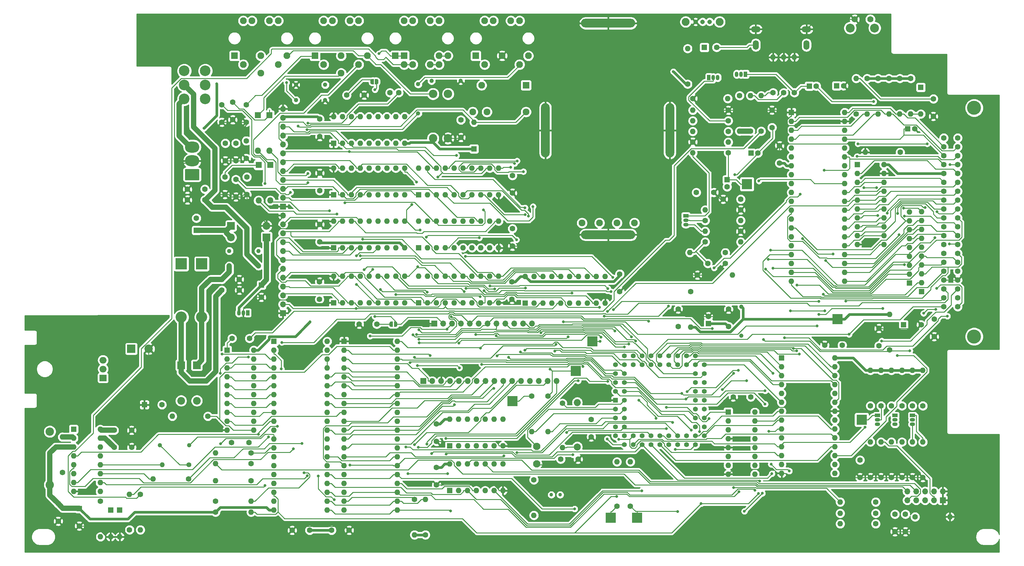
<source format=gbr>
%TF.GenerationSoftware,KiCad,Pcbnew,5.1.5+dfsg1-2build2*%
%TF.CreationDate,2021-08-30T08:57:17-04:00*%
%TF.ProjectId,coco3,636f636f-332e-46b6-9963-61645f706362,1.1.0*%
%TF.SameCoordinates,Original*%
%TF.FileFunction,Copper,L1,Top*%
%TF.FilePolarity,Positive*%
%FSLAX46Y46*%
G04 Gerber Fmt 4.6, Leading zero omitted, Abs format (unit mm)*
G04 Created by KiCad (PCBNEW 5.1.5+dfsg1-2build2) date 2021-08-30 08:57:17*
%MOMM*%
%LPD*%
G04 APERTURE LIST*
%TA.AperFunction,ComponentPad*%
%ADD10C,1.950000*%
%TD*%
%TA.AperFunction,ComponentPad*%
%ADD11O,2.500000X15.500000*%
%TD*%
%TA.AperFunction,ComponentPad*%
%ADD12O,15.500000X2.500000*%
%TD*%
%TA.AperFunction,ComponentPad*%
%ADD13R,1.700000X1.700000*%
%TD*%
%TA.AperFunction,ComponentPad*%
%ADD14O,1.700000X1.700000*%
%TD*%
%TA.AperFunction,ComponentPad*%
%ADD15O,1.701800X2.717800*%
%TD*%
%TA.AperFunction,ComponentPad*%
%ADD16O,2.717800X1.701800*%
%TD*%
%TA.AperFunction,ComponentPad*%
%ADD17C,1.600000*%
%TD*%
%TA.AperFunction,ComponentPad*%
%ADD18R,1.600000X1.600000*%
%TD*%
%TA.AperFunction,ComponentPad*%
%ADD19R,2.400000X2.400000*%
%TD*%
%TA.AperFunction,ComponentPad*%
%ADD20C,2.400000*%
%TD*%
%TA.AperFunction,ComponentPad*%
%ADD21C,4.000000*%
%TD*%
%TA.AperFunction,ComponentPad*%
%ADD22C,1.600200*%
%TD*%
%TA.AperFunction,ComponentPad*%
%ADD23C,0.100000*%
%TD*%
%TA.AperFunction,ComponentPad*%
%ADD24O,4.100000X3.160000*%
%TD*%
%TA.AperFunction,ComponentPad*%
%ADD25O,3.200000X3.200000*%
%TD*%
%TA.AperFunction,ComponentPad*%
%ADD26R,3.200000X3.200000*%
%TD*%
%TA.AperFunction,ComponentPad*%
%ADD27R,2.200000X2.200000*%
%TD*%
%TA.AperFunction,ComponentPad*%
%ADD28O,2.200000X2.200000*%
%TD*%
%TA.AperFunction,ComponentPad*%
%ADD29O,1.600000X1.600000*%
%TD*%
%TA.AperFunction,ComponentPad*%
%ADD30R,1.800000X1.800000*%
%TD*%
%TA.AperFunction,ComponentPad*%
%ADD31O,1.800000X1.800000*%
%TD*%
%TA.AperFunction,ComponentPad*%
%ADD32C,1.422400*%
%TD*%
%TA.AperFunction,ComponentPad*%
%ADD33R,1.422400X1.422400*%
%TD*%
%TA.AperFunction,ComponentPad*%
%ADD34R,1.050000X1.500000*%
%TD*%
%TA.AperFunction,ComponentPad*%
%ADD35O,1.050000X1.500000*%
%TD*%
%TA.AperFunction,ComponentPad*%
%ADD36R,1.950000X1.950000*%
%TD*%
%TA.AperFunction,ComponentPad*%
%ADD37O,2.000000X2.000000*%
%TD*%
%TA.AperFunction,ComponentPad*%
%ADD38C,2.000000*%
%TD*%
%TA.AperFunction,ComponentPad*%
%ADD39R,2.000000X1.905000*%
%TD*%
%TA.AperFunction,ComponentPad*%
%ADD40O,2.000000X1.905000*%
%TD*%
%TA.AperFunction,ComponentPad*%
%ADD41R,1.500000X1.050000*%
%TD*%
%TA.AperFunction,ComponentPad*%
%ADD42O,1.500000X1.050000*%
%TD*%
%TA.AperFunction,ComponentPad*%
%ADD43O,2.400000X2.400000*%
%TD*%
%TA.AperFunction,ComponentPad*%
%ADD44C,3.044000*%
%TD*%
%TA.AperFunction,ComponentPad*%
%ADD45C,1.778000*%
%TD*%
%TA.AperFunction,ComponentPad*%
%ADD46C,2.540000*%
%TD*%
%TA.AperFunction,ComponentPad*%
%ADD47C,2.250000*%
%TD*%
%TA.AperFunction,ComponentPad*%
%ADD48C,1.308000*%
%TD*%
%TA.AperFunction,ComponentPad*%
%ADD49C,2.100000*%
%TD*%
%TA.AperFunction,ComponentPad*%
%ADD50C,1.030000*%
%TD*%
%TA.AperFunction,ComponentPad*%
%ADD51C,1.240000*%
%TD*%
%TA.AperFunction,SMDPad,CuDef*%
%ADD52R,3.000000X3.000000*%
%TD*%
%TA.AperFunction,ComponentPad*%
%ADD53C,1.400000*%
%TD*%
%TA.AperFunction,ComponentPad*%
%ADD54O,1.400000X1.400000*%
%TD*%
%TA.AperFunction,SMDPad,CuDef*%
%ADD55C,0.100000*%
%TD*%
%TA.AperFunction,ViaPad*%
%ADD56C,0.800000*%
%TD*%
%TA.AperFunction,Conductor*%
%ADD57C,0.250000*%
%TD*%
%TA.AperFunction,Conductor*%
%ADD58C,0.750000*%
%TD*%
%TA.AperFunction,Conductor*%
%ADD59C,1.500000*%
%TD*%
%TA.AperFunction,Conductor*%
%ADD60C,0.254000*%
%TD*%
G04 APERTURE END LIST*
D10*
%TO.P,RF1,1*%
%TO.N,/video/S*%
X199796000Y-76774000D03*
%TO.P,RF1,4*%
%TO.N,/video/V*%
X214796000Y-76774000D03*
%TO.P,RF1,3*%
%TO.N,8V*%
X209796000Y-76774000D03*
%TO.P,RF1,2*%
%TO.N,/video/CH*%
X204796000Y-76774000D03*
D11*
%TO.P,RF1,5*%
%TO.N,GNDS*%
X189321000Y-50274000D03*
X224921000Y-50274000D03*
D12*
X207296000Y-19649000D03*
X207296000Y-80149000D03*
%TD*%
D13*
%TO.P,CN4,1*%
%TO.N,GNDS*%
X157551400Y-105574000D03*
D14*
%TO.P,CN4,2*%
%TO.N,/dram/~RAS*%
X160091400Y-105574000D03*
%TO.P,CN4,3*%
%TO.N,/dram/Z0*%
X162631400Y-105574000D03*
%TO.P,CN4,4*%
%TO.N,/dram/Z1*%
X165171400Y-105574000D03*
%TO.P,CN4,5*%
%TO.N,/dram/Z2*%
X167711400Y-105574000D03*
%TO.P,CN4,6*%
%TO.N,/dram/Z3*%
X170251400Y-105574000D03*
%TO.P,CN4,7*%
%TO.N,/dram/Z6*%
X172791400Y-105574000D03*
%TO.P,CN4,8*%
%TO.N,/dram/Z5*%
X175331400Y-105574000D03*
%TO.P,CN4,9*%
%TO.N,/dram/Z4*%
X177871400Y-105574000D03*
%TO.P,CN4,10*%
%TO.N,/dram/Z7*%
X180411400Y-105574000D03*
%TO.P,CN4,11*%
%TO.N,/dram/Z8*%
X182951400Y-105574000D03*
%TO.P,CN4,12*%
%TO.N,GNDS*%
X185491400Y-105574000D03*
%TD*%
D13*
%TO.P,CN6,1*%
%TO.N,GNDS*%
X114301000Y-72074000D03*
D14*
%TO.P,CN6,2*%
%TO.N,/dram/~WE1*%
X114301000Y-69534000D03*
%TO.P,CN6,3*%
%TO.N,/dram/D1Q4*%
X114301000Y-66994000D03*
%TO.P,CN6,4*%
%TO.N,/dram/D1Q5*%
X114301000Y-64454000D03*
%TO.P,CN6,5*%
%TO.N,/dram/D1Q7*%
X114301000Y-61914000D03*
%TO.P,CN6,6*%
%TO.N,/dram/D1Q6*%
X114301000Y-59374000D03*
%TO.P,CN6,7*%
%TO.N,/dram/D1Q3*%
X114301000Y-56834000D03*
%TO.P,CN6,8*%
%TO.N,/dram/D1Q2*%
X114301000Y-54294000D03*
%TO.P,CN6,9*%
%TO.N,/dram/D1Q0*%
X114301000Y-51754000D03*
%TO.P,CN6,10*%
%TO.N,/dram/D1Q1*%
X114301000Y-49214000D03*
%TO.P,CN6,11*%
%TO.N,+5V*%
X114301000Y-46674000D03*
%TO.P,CN6,12*%
%TO.N,GNDS*%
X114301000Y-44134000D03*
%TD*%
D13*
%TO.P,CN5,1*%
%TO.N,GNDS*%
X114301000Y-102574000D03*
D14*
%TO.P,CN5,2*%
%TO.N,/dram/D0Q6*%
X114301000Y-100034000D03*
%TO.P,CN5,3*%
%TO.N,/dram/D0Q4*%
X114301000Y-97494000D03*
%TO.P,CN5,4*%
%TO.N,/dram/D0Q5*%
X114301000Y-94954000D03*
%TO.P,CN5,5*%
%TO.N,/dram/D0Q7*%
X114301000Y-92414000D03*
%TO.P,CN5,6*%
%TO.N,/dram/~CAS*%
X114301000Y-89874000D03*
%TO.P,CN5,7*%
%TO.N,/dram/D0Q0*%
X114301000Y-87334000D03*
%TO.P,CN5,8*%
%TO.N,/dram/~WE0*%
X114301000Y-84794000D03*
%TO.P,CN5,9*%
%TO.N,/dram/D0Q1*%
X114301000Y-82254000D03*
%TO.P,CN5,10*%
%TO.N,/dram/D0Q3*%
X114301000Y-79714000D03*
%TO.P,CN5,11*%
%TO.N,/dram/D0Q2*%
X114301000Y-77174000D03*
%TO.P,CN5,12*%
%TO.N,GNDS*%
X114301000Y-74634000D03*
%TD*%
D15*
%TO.P,J5A1001,1*%
%TO.N,Net-(C54-Pad2)*%
X249501400Y-25874000D03*
D16*
%TO.P,J5A1001,2*%
%TO.N,GNDS*%
X249501400Y-21374000D03*
%TD*%
D15*
%TO.P,J5B1001,1*%
%TO.N,/video/SOUND_OUT*%
X264001400Y-25874000D03*
D16*
%TO.P,J5B1001,2*%
%TO.N,GNDS*%
X264001400Y-21374000D03*
%TD*%
D17*
%TO.P,C1,2*%
%TO.N,+5V*%
X256291000Y-59674000D03*
%TO.P,C1,1*%
%TO.N,GNDS*%
X256291000Y-54674000D03*
%TD*%
D18*
%TO.P,C2,1*%
%TO.N,+5V*%
X272621000Y-37544000D03*
D17*
%TO.P,C2,2*%
%TO.N,GNDS*%
X274621000Y-37544000D03*
%TD*%
%TO.P,C3,2*%
%TO.N,GNDS*%
X294951000Y-49864000D03*
D18*
%TO.P,C3,1*%
%TO.N,/~RESET*%
X292951000Y-49864000D03*
%TD*%
D17*
%TO.P,C4,1*%
%TO.N,+5V*%
X274201000Y-111724000D03*
%TO.P,C4,2*%
%TO.N,GNDS*%
X269201000Y-111724000D03*
%TD*%
%TO.P,C6,2*%
%TO.N,+5V*%
X121901000Y-164674000D03*
%TO.P,C6,1*%
%TO.N,GNDS*%
X116901000Y-164674000D03*
%TD*%
%TO.P,C7,1*%
%TO.N,GNDS*%
X133201000Y-164674000D03*
%TO.P,C7,2*%
%TO.N,+5V*%
X128201000Y-164674000D03*
%TD*%
%TO.P,C8,1*%
%TO.N,GNDS*%
X241701000Y-101424000D03*
%TO.P,C8,2*%
%TO.N,VCC1*%
X241701000Y-106424000D03*
%TD*%
D18*
%TO.P,C9,1*%
%TO.N,VCC1*%
X235931000Y-105544000D03*
D17*
%TO.P,C9,2*%
%TO.N,GNDS*%
X235931000Y-103544000D03*
%TD*%
%TO.P,C10,2*%
%TO.N,/QCLK*%
X227301000Y-106374000D03*
%TO.P,C10,1*%
%TO.N,GNDS*%
X227301000Y-101374000D03*
%TD*%
%TO.P,C11,1*%
%TO.N,GNDS*%
X284701000Y-106924000D03*
%TO.P,C11,2*%
%TO.N,/ECLK*%
X284701000Y-111924000D03*
%TD*%
%TO.P,C12,2*%
%TO.N,+5V*%
X248051000Y-126524000D03*
%TO.P,C12,1*%
%TO.N,GNDS*%
X243051000Y-126524000D03*
%TD*%
%TO.P,C13,2*%
%TO.N,+5V*%
X104601400Y-139574000D03*
%TO.P,C13,1*%
%TO.N,GNDS*%
X99601400Y-139574000D03*
%TD*%
%TO.P,C14,1*%
%TO.N,GNDS*%
X50001400Y-162074000D03*
%TO.P,C14,2*%
%TO.N,+5V*%
X50001400Y-157074000D03*
%TD*%
%TO.P,C15,2*%
%TO.N,GNDS*%
X56051400Y-163444000D03*
D18*
%TO.P,C15,1*%
%TO.N,+5V*%
X56051400Y-158444000D03*
%TD*%
D17*
%TO.P,C16,1*%
%TO.N,/peripherals/JOY0*%
X103801400Y-42944000D03*
%TO.P,C16,2*%
%TO.N,GNDS*%
X103801400Y-47944000D03*
%TD*%
%TO.P,C17,2*%
%TO.N,/peripherals/JOY1*%
X100801400Y-64324000D03*
%TO.P,C17,1*%
%TO.N,GNDS*%
X100801400Y-69324000D03*
%TD*%
%TO.P,C18,2*%
%TO.N,GNDS*%
X103961400Y-68624000D03*
%TO.P,C18,1*%
%TO.N,Net-(C18-Pad1)*%
X103961400Y-63624000D03*
%TD*%
%TO.P,C19,1*%
%TO.N,Net-(C19-Pad1)*%
X103801400Y-53274000D03*
%TO.P,C19,2*%
%TO.N,GNDS*%
X103801400Y-58274000D03*
%TD*%
%TO.P,C20,2*%
%TO.N,GNDS*%
X96801400Y-47944000D03*
%TO.P,C20,1*%
%TO.N,/peripherals/JOY2*%
X96801400Y-42944000D03*
%TD*%
%TO.P,C21,1*%
%TO.N,GNDS*%
X97801400Y-58974000D03*
%TO.P,C21,2*%
%TO.N,/peripherals/JOY3*%
X97801400Y-53974000D03*
%TD*%
%TO.P,C22,1*%
%TO.N,Net-(C22-Pad1)*%
X99901400Y-42244000D03*
%TO.P,C22,2*%
%TO.N,GNDS*%
X99901400Y-47244000D03*
%TD*%
%TO.P,C23,1*%
%TO.N,Net-(C23-Pad1)*%
X97701400Y-63624000D03*
%TO.P,C23,2*%
%TO.N,GNDS*%
X97701400Y-68624000D03*
%TD*%
%TO.P,C24,2*%
%TO.N,Net-(C24-Pad2)*%
X147371000Y-39504000D03*
%TO.P,C24,1*%
%TO.N,/peripherals/CASS_DATA_IN*%
X144871000Y-39504000D03*
%TD*%
%TO.P,C25,1*%
%TO.N,GNDS*%
X165151000Y-52324000D03*
%TO.P,C25,2*%
%TO.N,/peripherals/CASS_DATA_IN*%
X165151000Y-47324000D03*
%TD*%
%TO.P,C26,1*%
%TO.N,+5V*%
X300551000Y-104274000D03*
%TO.P,C26,2*%
%TO.N,GNDS*%
X300551000Y-109274000D03*
%TD*%
D18*
%TO.P,C27,1*%
%TO.N,+5V*%
X291801000Y-105874000D03*
D17*
%TO.P,C27,2*%
%TO.N,GNDS*%
X296801000Y-105874000D03*
%TD*%
%TO.P,C28,1*%
%TO.N,/peripherals/+SALT_VIN*%
X66001400Y-136074000D03*
%TO.P,C28,2*%
%TO.N,GNDS*%
X71001400Y-136074000D03*
%TD*%
D19*
%TO.P,C29,1*%
%TO.N,/peripherals/+SALT_VIN*%
X70901400Y-112774000D03*
D20*
%TO.P,C29,2*%
%TO.N,GNDS*%
X75901400Y-112774000D03*
%TD*%
D17*
%TO.P,C30,2*%
%TO.N,/peripherals/-SALT_VIN*%
X66001400Y-140974000D03*
%TO.P,C30,1*%
%TO.N,GNDS*%
X71001400Y-140974000D03*
%TD*%
D18*
%TO.P,C31,1*%
%TO.N,GNDS*%
X74661400Y-128774000D03*
D17*
%TO.P,C31,2*%
%TO.N,/peripherals/-SALT_VIN*%
X79661400Y-128774000D03*
%TD*%
%TO.P,C32,1*%
%TO.N,/power/P1*%
X96801400Y-96024000D03*
%TO.P,C32,2*%
%TO.N,GNDS*%
X101801400Y-96024000D03*
%TD*%
%TO.P,C33,2*%
%TO.N,GNDS*%
X101801400Y-92924000D03*
%TO.P,C33,1*%
%TO.N,Net-(C33-Pad1)*%
X96801400Y-92924000D03*
%TD*%
%TO.P,C34,1*%
%TO.N,GNDS*%
X254141000Y-44474000D03*
%TO.P,C34,2*%
%TO.N,/video/S*%
X254141000Y-49474000D03*
%TD*%
%TO.P,C35,1*%
%TO.N,Net-(C35-Pad1)*%
X91951400Y-67124000D03*
%TO.P,C35,2*%
%TO.N,GNDS*%
X86951400Y-67124000D03*
%TD*%
%TO.P,C36,2*%
%TO.N,GNDS*%
X86951400Y-70174000D03*
%TO.P,C36,1*%
%TO.N,Net-(C36-Pad1)*%
X91951400Y-70174000D03*
%TD*%
%TO.P,C37,1*%
%TO.N,GNDS*%
X240781000Y-88344000D03*
%TO.P,C37,2*%
%TO.N,Net-(C37-Pad2)*%
X235781000Y-88344000D03*
%TD*%
%TO.P,C38,2*%
%TO.N,+5V*%
X210601000Y-91374000D03*
%TO.P,C38,1*%
%TO.N,GNDS*%
X210601000Y-96374000D03*
%TD*%
%TO.P,C39,2*%
%TO.N,+5V*%
X179901000Y-63214000D03*
%TO.P,C39,1*%
%TO.N,GNDS*%
X179901000Y-68214000D03*
%TD*%
%TO.P,C40,1*%
%TO.N,GNDS*%
X179776000Y-98614000D03*
%TO.P,C40,2*%
%TO.N,+5V*%
X179776000Y-93614000D03*
%TD*%
%TO.P,C41,1*%
%TO.N,GNDS*%
X179901000Y-83414000D03*
%TO.P,C41,2*%
%TO.N,+5V*%
X179901000Y-78414000D03*
%TD*%
%TO.P,C42,2*%
%TO.N,+5V*%
X279301000Y-144574000D03*
%TO.P,C42,1*%
%TO.N,GNDS*%
X279301000Y-149574000D03*
%TD*%
%TO.P,C43,1*%
%TO.N,GNDS*%
X124801000Y-52074000D03*
%TO.P,C43,2*%
%TO.N,+5V*%
X124801000Y-47074000D03*
%TD*%
%TO.P,C44,2*%
%TO.N,+5V*%
X124801000Y-67514000D03*
%TO.P,C44,1*%
%TO.N,GNDS*%
X124801000Y-62514000D03*
%TD*%
%TO.P,C45,1*%
%TO.N,GNDS*%
X124801000Y-77174000D03*
%TO.P,C45,2*%
%TO.N,+5V*%
X124801000Y-82174000D03*
%TD*%
%TO.P,C46,2*%
%TO.N,+5V*%
X124731000Y-98624000D03*
%TO.P,C46,1*%
%TO.N,GNDS*%
X124731000Y-93624000D03*
%TD*%
%TO.P,C47,1*%
%TO.N,GNDS*%
X158201000Y-139274000D03*
%TO.P,C47,2*%
%TO.N,+5V*%
X158201000Y-134274000D03*
%TD*%
%TO.P,C48,2*%
%TO.N,+5V*%
X158201000Y-146674000D03*
%TO.P,C48,1*%
%TO.N,GNDS*%
X158201000Y-151674000D03*
%TD*%
%TO.P,C49,2*%
%TO.N,Net-(C49-Pad2)*%
X100801400Y-53974000D03*
%TO.P,C49,1*%
%TO.N,GNDS*%
X100801400Y-58974000D03*
%TD*%
%TO.P,C50,2*%
%TO.N,VCC1*%
X245201000Y-69974000D03*
%TO.P,C50,1*%
%TO.N,GNDS*%
X240201000Y-69974000D03*
%TD*%
%TO.P,C51,2*%
%TO.N,8V*%
X232501000Y-68054000D03*
%TO.P,C51,1*%
%TO.N,GNDS*%
X237501000Y-68054000D03*
%TD*%
D18*
%TO.P,C54,1*%
%TO.N,Net-(C54-Pad1)*%
X234801000Y-26574000D03*
D17*
%TO.P,C54,2*%
%TO.N,Net-(C54-Pad2)*%
X238301000Y-26574000D03*
%TD*%
%TO.P,C55,2*%
%TO.N,/video/S*%
X250131000Y-56774000D03*
D18*
%TO.P,C55,1*%
%TO.N,Net-(C55-Pad1)*%
X248131000Y-56774000D03*
%TD*%
D17*
%TO.P,C56,2*%
%TO.N,/video/SOUND_OUT*%
X266821000Y-37614000D03*
D18*
%TO.P,C56,1*%
%TO.N,Net-(C56-Pad1)*%
X264821000Y-37614000D03*
%TD*%
D17*
%TO.P,C58,2*%
%TO.N,/gime/HSYNC*%
X292301000Y-160074000D03*
%TO.P,C58,1*%
%TO.N,GNDS*%
X292301000Y-165074000D03*
%TD*%
%TO.P,C59,1*%
%TO.N,GNDS*%
X289301000Y-165074000D03*
%TO.P,C59,2*%
%TO.N,/gime/VSYNC*%
X289301000Y-160074000D03*
%TD*%
%TO.P,C60,1*%
%TO.N,GNDS*%
X198701000Y-144324000D03*
%TO.P,C60,2*%
%TO.N,Net-(C60-Pad2)*%
X193701000Y-144324000D03*
%TD*%
%TO.P,C61,2*%
%TO.N,Net-(C61-Pad2)*%
X300301000Y-41274000D03*
%TO.P,C61,1*%
%TO.N,GNDS*%
X300301000Y-46274000D03*
%TD*%
D18*
%TO.P,C62,1*%
%TO.N,Net-(C62-Pad1)*%
X89531400Y-78894000D03*
D17*
%TO.P,C62,2*%
%TO.N,/power/P1*%
X89531400Y-75394000D03*
%TD*%
D18*
%TO.P,C63,1*%
%TO.N,Net-(C63-Pad1)*%
X108101000Y-94524000D03*
D17*
%TO.P,C63,2*%
%TO.N,GNDS*%
X108101000Y-98024000D03*
%TD*%
%TO.P,C64,2*%
%TO.N,Net-(C64-Pad2)*%
X202451000Y-132974000D03*
%TO.P,C64,1*%
%TO.N,GNDS*%
X202451000Y-137974000D03*
%TD*%
%TO.P,C65,2*%
%TO.N,Net-(C65-Pad2)*%
X141101000Y-105724000D03*
%TO.P,C65,1*%
%TO.N,GNDS*%
X136101000Y-105724000D03*
%TD*%
%TO.P,C66,2*%
%TO.N,Net-(C66-Pad2)*%
X132501000Y-40224000D03*
%TO.P,C66,1*%
%TO.N,GNDS*%
X137501000Y-40224000D03*
%TD*%
D18*
%TO.P,C67,1*%
%TO.N,Net-(C67-Pad1)*%
X241311000Y-64444000D03*
D17*
%TO.P,C67,2*%
%TO.N,/video/V*%
X241311000Y-66444000D03*
%TD*%
%TO.P,C68,1*%
%TO.N,/peripherals/SOUND*%
X99701400Y-109774000D03*
%TO.P,C68,2*%
%TO.N,Net-(C68-Pad2)*%
X104701400Y-109774000D03*
%TD*%
D21*
%TO.P,CN1,*%
%TO.N,*%
X311950000Y-109276500D03*
X311950000Y-43871500D03*
D22*
%TO.P,CN1,39*%
%TO.N,/A15*%
X303288600Y-100704000D03*
%TO.P,CN1,37*%
%TO.N,/A13*%
X303288600Y-98164000D03*
%TO.P,CN1,35*%
%TO.N,/SND_IN_2*%
X303288600Y-95624000D03*
%TO.P,CN1,33*%
%TO.N,GNDS*%
X303288600Y-93084000D03*
%TO.P,CN1,31*%
%TO.N,/A12*%
X303288600Y-90544000D03*
%TO.P,CN1,29*%
%TO.N,/A10*%
X303288600Y-88004000D03*
%TO.P,CN1,27*%
%TO.N,/A8*%
X303288600Y-85464000D03*
%TO.P,CN1,25*%
%TO.N,/A6*%
X303288600Y-82924000D03*
%TO.P,CN1,23*%
%TO.N,/A4*%
X303288600Y-80384000D03*
%TO.P,CN1,21*%
%TO.N,/A2*%
X303288600Y-77844000D03*
%TO.P,CN1,19*%
%TO.N,/A0*%
X303288600Y-75304000D03*
%TO.P,CN1,17*%
%TO.N,/D7*%
X303288600Y-72764000D03*
%TO.P,CN1,15*%
%TO.N,/D5*%
X303288600Y-70224000D03*
%TO.P,CN1,13*%
%TO.N,/D3*%
X303288600Y-67684000D03*
%TO.P,CN1,11*%
%TO.N,/D1*%
X303288600Y-65144000D03*
%TO.P,CN1,9*%
%TO.N,+5V*%
X303288600Y-62604000D03*
%TO.P,CN1,7*%
%TO.N,/QCLK*%
X303288600Y-60064000D03*
%TO.P,CN1,5*%
%TO.N,/~RESET*%
X303288600Y-57524000D03*
%TO.P,CN1,3*%
%TO.N,/~HALT*%
X303288600Y-54984000D03*
%TO.P,CN1,1*%
%TO.N,Net-(CN1-Pad1)*%
X303288600Y-52444000D03*
%TO.P,CN1,40*%
%TO.N,/~SLENB*%
X307251000Y-100704000D03*
%TO.P,CN1,38*%
%TO.N,/A14*%
X307251000Y-98164000D03*
%TO.P,CN1,36*%
%TO.N,/~SCS*%
X307251000Y-95624000D03*
%TO.P,CN1,34*%
%TO.N,GNDS*%
X307251000Y-93084000D03*
%TO.P,CN1,32*%
%TO.N,Net-(C61-Pad2)*%
X307251000Y-90544000D03*
%TO.P,CN1,30*%
%TO.N,/A11*%
X307251000Y-88004000D03*
%TO.P,CN1,28*%
%TO.N,/A9*%
X307251000Y-85464000D03*
%TO.P,CN1,26*%
%TO.N,/A7*%
X307251000Y-82924000D03*
%TO.P,CN1,24*%
%TO.N,/A5*%
X307251000Y-80384000D03*
%TO.P,CN1,22*%
%TO.N,/A3*%
X307251000Y-77844000D03*
%TO.P,CN1,20*%
%TO.N,/A1*%
X307251000Y-75304000D03*
%TO.P,CN1,18*%
%TO.N,/R~W*%
X307251000Y-72764000D03*
%TO.P,CN1,16*%
%TO.N,/D6*%
X307251000Y-70224000D03*
%TO.P,CN1,14*%
%TO.N,/D4*%
X307251000Y-67684000D03*
%TO.P,CN1,12*%
%TO.N,/D2*%
X307251000Y-65144000D03*
%TO.P,CN1,10*%
%TO.N,/D0*%
X307251000Y-62604000D03*
%TO.P,CN1,8*%
%TO.N,/~CART*%
X307251000Y-60064000D03*
%TO.P,CN1,6*%
%TO.N,/ECLK*%
X307251000Y-57524000D03*
%TO.P,CN1,4*%
%TO.N,/~NMI*%
X307251000Y-54984000D03*
%TO.P,CN1,2*%
%TO.N,Net-(CN1-Pad2)*%
X307251000Y-52444000D03*
%TD*%
D13*
%TO.P,CN3,1*%
%TO.N,GNDS*%
X303001000Y-156074000D03*
D14*
%TO.P,CN3,2*%
X303001000Y-153534000D03*
%TO.P,CN3,3*%
%TO.N,/video/R_OUT*%
X300461000Y-156074000D03*
%TO.P,CN3,4*%
%TO.N,/video/G_OUT*%
X300461000Y-153534000D03*
%TO.P,CN3,5*%
%TO.N,/video/B_OUT*%
X297921000Y-156074000D03*
%TO.P,CN3,6*%
%TO.N,Net-(CN3-Pad6)*%
X297921000Y-153534000D03*
%TO.P,CN3,7*%
%TO.N,/video/SOUND_OUT*%
X295381000Y-156074000D03*
%TO.P,CN3,8*%
%TO.N,/gime/HSYNC*%
X295381000Y-153534000D03*
%TO.P,CN3,9*%
%TO.N,/gime/VSYNC*%
X292841000Y-156074000D03*
%TO.P,CN3,10*%
%TO.N,Net-(CN3-Pad10)*%
X292841000Y-153534000D03*
%TD*%
%TA.AperFunction,ComponentPad*%
D23*
%TO.P,CN7,1*%
%TO.N,Net-(CN7-Pad1)*%
G36*
X90135904Y-61395204D02*
G01*
X90160173Y-61398804D01*
X90183971Y-61404765D01*
X90207071Y-61413030D01*
X90229249Y-61423520D01*
X90250293Y-61436133D01*
X90269998Y-61450747D01*
X90288177Y-61467223D01*
X90304653Y-61485402D01*
X90319267Y-61505107D01*
X90331880Y-61526151D01*
X90342370Y-61548329D01*
X90350635Y-61571429D01*
X90356596Y-61595227D01*
X90360196Y-61619496D01*
X90361400Y-61644000D01*
X90361400Y-64304000D01*
X90360196Y-64328504D01*
X90356596Y-64352773D01*
X90350635Y-64376571D01*
X90342370Y-64399671D01*
X90331880Y-64421849D01*
X90319267Y-64442893D01*
X90304653Y-64462598D01*
X90288177Y-64480777D01*
X90269998Y-64497253D01*
X90250293Y-64511867D01*
X90229249Y-64524480D01*
X90207071Y-64534970D01*
X90183971Y-64543235D01*
X90160173Y-64549196D01*
X90135904Y-64552796D01*
X90111400Y-64554000D01*
X86511400Y-64554000D01*
X86486896Y-64552796D01*
X86462627Y-64549196D01*
X86438829Y-64543235D01*
X86415729Y-64534970D01*
X86393551Y-64524480D01*
X86372507Y-64511867D01*
X86352802Y-64497253D01*
X86334623Y-64480777D01*
X86318147Y-64462598D01*
X86303533Y-64442893D01*
X86290920Y-64421849D01*
X86280430Y-64399671D01*
X86272165Y-64376571D01*
X86266204Y-64352773D01*
X86262604Y-64328504D01*
X86261400Y-64304000D01*
X86261400Y-61644000D01*
X86262604Y-61619496D01*
X86266204Y-61595227D01*
X86272165Y-61571429D01*
X86280430Y-61548329D01*
X86290920Y-61526151D01*
X86303533Y-61505107D01*
X86318147Y-61485402D01*
X86334623Y-61467223D01*
X86352802Y-61450747D01*
X86372507Y-61436133D01*
X86393551Y-61423520D01*
X86415729Y-61413030D01*
X86438829Y-61404765D01*
X86462627Y-61398804D01*
X86486896Y-61395204D01*
X86511400Y-61394000D01*
X90111400Y-61394000D01*
X90135904Y-61395204D01*
G37*
%TD.AperFunction*%
D24*
%TO.P,CN7,2*%
%TO.N,GNDS*%
X88311400Y-59014000D03*
%TO.P,CN7,3*%
%TO.N,Net-(CN7-Pad3)*%
X88311400Y-55054000D03*
%TD*%
D25*
%TO.P,D1,2*%
%TO.N,/power/P1*%
X85201400Y-103714000D03*
D26*
%TO.P,D1,1*%
%TO.N,/peripherals/+SALT_VIN*%
X85201400Y-88474000D03*
%TD*%
%TO.P,D2,1*%
%TO.N,/peripherals/+SALT_VIN*%
X91051400Y-88474000D03*
D25*
%TO.P,D2,2*%
%TO.N,Net-(C33-Pad1)*%
X91051400Y-103714000D03*
%TD*%
D27*
%TO.P,D3,1*%
%TO.N,Net-(C33-Pad1)*%
X89651400Y-117464000D03*
D28*
%TO.P,D3,2*%
%TO.N,/peripherals/-SALT_VIN*%
X89651400Y-127624000D03*
%TD*%
%TO.P,D4,2*%
%TO.N,/peripherals/-SALT_VIN*%
X85141400Y-127624000D03*
D27*
%TO.P,D4,1*%
%TO.N,/power/P1*%
X85141400Y-117464000D03*
%TD*%
D29*
%TO.P,D5,2*%
%TO.N,/peripherals/CASS_MTR_OUT*%
X168901000Y-47954000D03*
D18*
%TO.P,D5,1*%
%TO.N,+5V*%
X168901000Y-55574000D03*
%TD*%
%TO.P,D6,1*%
%TO.N,/peripherals/CD_IN*%
X65001400Y-158914000D03*
D29*
%TO.P,D6,2*%
%TO.N,GNDS*%
X65001400Y-166534000D03*
%TD*%
%TO.P,D7,2*%
%TO.N,GNDS*%
X67601400Y-166534000D03*
D18*
%TO.P,D7,1*%
%TO.N,/peripherals/SERIAL_DATA_IN*%
X67601400Y-158914000D03*
%TD*%
D30*
%TO.P,D8,1*%
%TO.N,Net-(C19-Pad1)*%
X107111400Y-45964000D03*
D31*
%TO.P,D8,2*%
%TO.N,/peripherals/KR3*%
X107111400Y-56124000D03*
%TD*%
%TO.P,D9,2*%
%TO.N,/peripherals/KR2*%
X110381400Y-56124000D03*
D30*
%TO.P,D9,1*%
%TO.N,Net-(C22-Pad1)*%
X110381400Y-45964000D03*
%TD*%
D31*
%TO.P,D10,2*%
%TO.N,/peripherals/KR4*%
X107321400Y-70364000D03*
D30*
%TO.P,D10,1*%
%TO.N,Net-(C23-Pad1)*%
X107321400Y-60204000D03*
%TD*%
%TO.P,D11,1*%
%TO.N,Net-(C18-Pad1)*%
X110631400Y-60194000D03*
D31*
%TO.P,D11,2*%
%TO.N,/peripherals/KR1*%
X110631400Y-70354000D03*
%TD*%
D18*
%TO.P,D12,1*%
%TO.N,+5V*%
X296701000Y-38004000D03*
D29*
%TO.P,D12,2*%
%TO.N,/~RESET*%
X296701000Y-45624000D03*
%TD*%
D27*
%TO.P,D13,1*%
%TO.N,Net-(C62-Pad1)*%
X99411400Y-77614000D03*
D28*
%TO.P,D13,2*%
%TO.N,GNDS*%
X109571400Y-77614000D03*
%TD*%
%TO.P,D14,2*%
%TO.N,Net-(C62-Pad1)*%
X99411000Y-80894000D03*
D27*
%TO.P,D14,1*%
%TO.N,Net-(C63-Pad1)*%
X109571000Y-80894000D03*
%TD*%
D18*
%TO.P,IC1,1*%
%TO.N,GNDS*%
X259701000Y-45154000D03*
D29*
%TO.P,IC1,21*%
%TO.N,/A13*%
X274941000Y-93414000D03*
%TO.P,IC1,2*%
%TO.N,/~NMI*%
X259701000Y-47694000D03*
%TO.P,IC1,22*%
%TO.N,/A14*%
X274941000Y-90874000D03*
%TO.P,IC1,3*%
%TO.N,/~IRQ*%
X259701000Y-50234000D03*
%TO.P,IC1,23*%
%TO.N,/A15*%
X274941000Y-88334000D03*
%TO.P,IC1,4*%
%TO.N,/~FIRQ*%
X259701000Y-52774000D03*
%TO.P,IC1,24*%
%TO.N,/cpu/DN7*%
X274941000Y-85794000D03*
%TO.P,IC1,5*%
%TO.N,Net-(IC1-Pad5)*%
X259701000Y-55314000D03*
%TO.P,IC1,25*%
%TO.N,/cpu/DN6*%
X274941000Y-83254000D03*
%TO.P,IC1,6*%
%TO.N,Net-(IC1-Pad6)*%
X259701000Y-57854000D03*
%TO.P,IC1,26*%
%TO.N,/cpu/DN5*%
X274941000Y-80714000D03*
%TO.P,IC1,7*%
%TO.N,+5V*%
X259701000Y-60394000D03*
%TO.P,IC1,27*%
%TO.N,/cpu/DN4*%
X274941000Y-78174000D03*
%TO.P,IC1,8*%
%TO.N,/A0*%
X259701000Y-62934000D03*
%TO.P,IC1,28*%
%TO.N,/cpu/DN3*%
X274941000Y-75634000D03*
%TO.P,IC1,9*%
%TO.N,/A1*%
X259701000Y-65474000D03*
%TO.P,IC1,29*%
%TO.N,/cpu/DN2*%
X274941000Y-73094000D03*
%TO.P,IC1,10*%
%TO.N,/A2*%
X259701000Y-68014000D03*
%TO.P,IC1,30*%
%TO.N,/cpu/DN1*%
X274941000Y-70554000D03*
%TO.P,IC1,11*%
%TO.N,/A3*%
X259701000Y-70554000D03*
%TO.P,IC1,31*%
%TO.N,/cpu/DN0*%
X274941000Y-68014000D03*
%TO.P,IC1,12*%
%TO.N,/A4*%
X259701000Y-73094000D03*
%TO.P,IC1,32*%
%TO.N,/R~W*%
X274941000Y-65474000D03*
%TO.P,IC1,13*%
%TO.N,/A5*%
X259701000Y-75634000D03*
%TO.P,IC1,33*%
%TO.N,Net-(IC1-Pad33)*%
X274941000Y-62934000D03*
%TO.P,IC1,14*%
%TO.N,/A6*%
X259701000Y-78174000D03*
%TO.P,IC1,34*%
%TO.N,/ECLK*%
X274941000Y-60394000D03*
%TO.P,IC1,15*%
%TO.N,/A7*%
X259701000Y-80714000D03*
%TO.P,IC1,35*%
%TO.N,/QCLK*%
X274941000Y-57854000D03*
%TO.P,IC1,16*%
%TO.N,/A8*%
X259701000Y-83254000D03*
%TO.P,IC1,36*%
%TO.N,Net-(IC1-Pad36)*%
X274941000Y-55314000D03*
%TO.P,IC1,17*%
%TO.N,/A9*%
X259701000Y-85794000D03*
%TO.P,IC1,37*%
%TO.N,/~RESET*%
X274941000Y-52774000D03*
%TO.P,IC1,18*%
%TO.N,/A10*%
X259701000Y-88334000D03*
%TO.P,IC1,38*%
%TO.N,Net-(IC1-Pad38)*%
X274941000Y-50234000D03*
%TO.P,IC1,19*%
%TO.N,/A11*%
X259701000Y-90874000D03*
%TO.P,IC1,39*%
%TO.N,GNDS*%
X274941000Y-47694000D03*
%TO.P,IC1,20*%
%TO.N,/A12*%
X259701000Y-93414000D03*
%TO.P,IC1,40*%
%TO.N,/~HALT*%
X274941000Y-45154000D03*
%TD*%
D18*
%TO.P,IC3,1*%
%TO.N,/R~W*%
X278531000Y-60074000D03*
D29*
%TO.P,IC3,11*%
%TO.N,/cpu/DN7*%
X286151000Y-82934000D03*
%TO.P,IC3,2*%
%TO.N,/D0*%
X278531000Y-62614000D03*
%TO.P,IC3,12*%
%TO.N,/cpu/DN6*%
X286151000Y-80394000D03*
%TO.P,IC3,3*%
%TO.N,/D1*%
X278531000Y-65154000D03*
%TO.P,IC3,13*%
%TO.N,/cpu/DN5*%
X286151000Y-77854000D03*
%TO.P,IC3,4*%
%TO.N,/D2*%
X278531000Y-67694000D03*
%TO.P,IC3,14*%
%TO.N,/cpu/DN4*%
X286151000Y-75314000D03*
%TO.P,IC3,5*%
%TO.N,/D3*%
X278531000Y-70234000D03*
%TO.P,IC3,15*%
%TO.N,/cpu/DN3*%
X286151000Y-72774000D03*
%TO.P,IC3,6*%
%TO.N,/D4*%
X278531000Y-72774000D03*
%TO.P,IC3,16*%
%TO.N,/cpu/DN2*%
X286151000Y-70234000D03*
%TO.P,IC3,7*%
%TO.N,/D5*%
X278531000Y-75314000D03*
%TO.P,IC3,17*%
%TO.N,/cpu/DN1*%
X286151000Y-67694000D03*
%TO.P,IC3,8*%
%TO.N,/D6*%
X278531000Y-77854000D03*
%TO.P,IC3,18*%
%TO.N,/cpu/DN0*%
X286151000Y-65154000D03*
%TO.P,IC3,9*%
%TO.N,/D7*%
X278531000Y-80394000D03*
%TO.P,IC3,19*%
%TO.N,GNDS*%
X286151000Y-62614000D03*
%TO.P,IC3,10*%
X278531000Y-82934000D03*
%TO.P,IC3,20*%
%TO.N,+5V*%
X286151000Y-60074000D03*
%TD*%
%TO.P,IC4,40*%
%TO.N,/peripherals/CD_OUT_TTL*%
X126941000Y-110634000D03*
%TO.P,IC4,20*%
%TO.N,+5V*%
X111701000Y-158894000D03*
%TO.P,IC4,39*%
%TO.N,/peripherals/CASS_M_IN_TTL*%
X126941000Y-113174000D03*
%TO.P,IC4,19*%
%TO.N,Net-(IC4-Pad19)*%
X111701000Y-156354000D03*
%TO.P,IC4,38*%
%TO.N,/~FIRQ*%
X126941000Y-115714000D03*
%TO.P,IC4,18*%
%TO.N,/~CART*%
X111701000Y-153814000D03*
%TO.P,IC4,37*%
%TO.N,/~FIRQ*%
X126941000Y-118254000D03*
%TO.P,IC4,17*%
%TO.N,Net-(IC4-Pad17)*%
X111701000Y-151274000D03*
%TO.P,IC4,36*%
%TO.N,/A0*%
X126941000Y-120794000D03*
%TO.P,IC4,16*%
%TO.N,Net-(IC4-Pad16)*%
X111701000Y-148734000D03*
%TO.P,IC4,35*%
%TO.N,/A1*%
X126941000Y-123334000D03*
%TO.P,IC4,15*%
%TO.N,Net-(IC4-Pad15)*%
X111701000Y-146194000D03*
%TO.P,IC4,34*%
%TO.N,/~RESET*%
X126941000Y-125874000D03*
%TO.P,IC4,14*%
%TO.N,Net-(IC4-Pad14)*%
X111701000Y-143654000D03*
%TO.P,IC4,33*%
%TO.N,/D0*%
X126941000Y-128414000D03*
%TO.P,IC4,13*%
%TO.N,/peripherals/RGB_OUT_10*%
X111701000Y-141114000D03*
%TO.P,IC4,32*%
%TO.N,/D1*%
X126941000Y-130954000D03*
%TO.P,IC4,12*%
%TO.N,Net-(CN2-Pad15)*%
X111701000Y-138574000D03*
%TO.P,IC4,31*%
%TO.N,/D2*%
X126941000Y-133494000D03*
%TO.P,IC4,11*%
%TO.N,Net-(IC4-Pad11)*%
X111701000Y-136034000D03*
%TO.P,IC4,30*%
%TO.N,/D3*%
X126941000Y-136034000D03*
%TO.P,IC4,10*%
%TO.N,/gime/SERINT*%
X111701000Y-133494000D03*
%TO.P,IC4,29*%
%TO.N,/D4*%
X126941000Y-138574000D03*
%TO.P,IC4,9*%
%TO.N,Net-(IC4-Pad9)*%
X111701000Y-130954000D03*
%TO.P,IC4,28*%
%TO.N,/D5*%
X126941000Y-141114000D03*
%TO.P,IC4,8*%
%TO.N,Net-(IC4-Pad8)*%
X111701000Y-128414000D03*
%TO.P,IC4,27*%
%TO.N,/D6*%
X126941000Y-143654000D03*
%TO.P,IC4,7*%
%TO.N,Net-(IC4-Pad7)*%
X111701000Y-125874000D03*
%TO.P,IC4,26*%
%TO.N,/D7*%
X126941000Y-146194000D03*
%TO.P,IC4,6*%
%TO.N,Net-(IC4-Pad6)*%
X111701000Y-123334000D03*
%TO.P,IC4,25*%
%TO.N,/ECLK*%
X126941000Y-148734000D03*
%TO.P,IC4,5*%
%TO.N,Net-(IC4-Pad5)*%
X111701000Y-120794000D03*
%TO.P,IC4,24*%
%TO.N,/A5*%
X126941000Y-151274000D03*
%TO.P,IC4,4*%
%TO.N,Net-(IC4-Pad4)*%
X111701000Y-118254000D03*
%TO.P,IC4,23*%
%TO.N,/gime/PIA_~CS2*%
X126941000Y-153814000D03*
%TO.P,IC4,3*%
%TO.N,/peripherals/SER_DATA_IN_TTL*%
X111701000Y-115714000D03*
%TO.P,IC4,22*%
%TO.N,/peripherals/HI*%
X126941000Y-156354000D03*
%TO.P,IC4,2*%
%TO.N,/peripherals/CASS_DATA_OUT_TTL*%
X111701000Y-113174000D03*
%TO.P,IC4,21*%
%TO.N,/R~W*%
X126941000Y-158894000D03*
D18*
%TO.P,IC4,1*%
%TO.N,GNDS*%
X111701000Y-110634000D03*
%TD*%
%TO.P,IC5,1*%
%TO.N,GNDS*%
X131781000Y-110634000D03*
D29*
%TO.P,IC5,21*%
%TO.N,/R~W*%
X147021000Y-158894000D03*
%TO.P,IC5,2*%
%TO.N,/peripherals/KR1*%
X131781000Y-113174000D03*
%TO.P,IC5,22*%
%TO.N,/peripherals/HI*%
X147021000Y-156354000D03*
%TO.P,IC5,3*%
%TO.N,/peripherals/KR2*%
X131781000Y-115714000D03*
%TO.P,IC5,23*%
%TO.N,/gime/PIA_~CS2*%
X147021000Y-153814000D03*
%TO.P,IC5,4*%
%TO.N,/peripherals/KR3*%
X131781000Y-118254000D03*
%TO.P,IC5,24*%
%TO.N,Net-(IC15-Pad4)*%
X147021000Y-151274000D03*
%TO.P,IC5,5*%
%TO.N,/peripherals/KR4*%
X131781000Y-120794000D03*
%TO.P,IC5,25*%
%TO.N,/ECLK*%
X147021000Y-148734000D03*
%TO.P,IC5,6*%
%TO.N,/peripherals/KR5*%
X131781000Y-123334000D03*
%TO.P,IC5,26*%
%TO.N,/D7*%
X147021000Y-146194000D03*
%TO.P,IC5,7*%
%TO.N,/peripherals/KR6*%
X131781000Y-125874000D03*
%TO.P,IC5,27*%
%TO.N,/D6*%
X147021000Y-143654000D03*
%TO.P,IC5,8*%
%TO.N,/peripherals/KR7*%
X131781000Y-128414000D03*
%TO.P,IC5,28*%
%TO.N,/D5*%
X147021000Y-141114000D03*
%TO.P,IC5,9*%
%TO.N,/peripherals/PA7*%
X131781000Y-130954000D03*
%TO.P,IC5,29*%
%TO.N,/D4*%
X147021000Y-138574000D03*
%TO.P,IC5,10*%
%TO.N,Net-(CN2-Pad9)*%
X131781000Y-133494000D03*
%TO.P,IC5,30*%
%TO.N,/D3*%
X147021000Y-136034000D03*
%TO.P,IC5,11*%
%TO.N,Net-(CN2-Pad10)*%
X131781000Y-136034000D03*
%TO.P,IC5,31*%
%TO.N,/D2*%
X147021000Y-133494000D03*
%TO.P,IC5,12*%
%TO.N,Net-(CN2-Pad11)*%
X131781000Y-138574000D03*
%TO.P,IC5,32*%
%TO.N,/D1*%
X147021000Y-130954000D03*
%TO.P,IC5,13*%
%TO.N,Net-(CN2-Pad12)*%
X131781000Y-141114000D03*
%TO.P,IC5,33*%
%TO.N,/D0*%
X147021000Y-128414000D03*
%TO.P,IC5,14*%
%TO.N,Net-(CN2-Pad13)*%
X131781000Y-143654000D03*
%TO.P,IC5,34*%
%TO.N,/~RESET*%
X147021000Y-125874000D03*
%TO.P,IC5,15*%
%TO.N,Net-(CN2-Pad14)*%
X131781000Y-146194000D03*
%TO.P,IC5,35*%
%TO.N,/A1*%
X147021000Y-123334000D03*
%TO.P,IC5,16*%
%TO.N,Net-(CN2-Pad15)*%
X131781000Y-148734000D03*
%TO.P,IC5,36*%
%TO.N,/A0*%
X147021000Y-120794000D03*
%TO.P,IC5,17*%
%TO.N,Net-(CN2-Pad16)*%
X131781000Y-151274000D03*
%TO.P,IC5,37*%
%TO.N,/~IRQ*%
X147021000Y-118254000D03*
%TO.P,IC5,18*%
%TO.N,/gime/~VSYNC*%
X131781000Y-153814000D03*
%TO.P,IC5,38*%
%TO.N,/~IRQ*%
X147021000Y-115714000D03*
%TO.P,IC5,19*%
%TO.N,/peripherals/SELB*%
X131781000Y-156354000D03*
%TO.P,IC5,39*%
%TO.N,/peripherals/SELA*%
X147021000Y-113174000D03*
%TO.P,IC5,20*%
%TO.N,+5V*%
X131781000Y-158894000D03*
%TO.P,IC5,40*%
%TO.N,/gime/~HSYNC*%
X147021000Y-110634000D03*
%TD*%
D32*
%TO.P,IC6,2*%
%TO.N,Net-(IC6-Pad2)*%
X211941000Y-127474000D03*
%TO.P,IC6,4*%
%TO.N,Net-(IC6-Pad4)*%
X211941000Y-130014000D03*
%TO.P,IC6,6*%
%TO.N,Net-(IC6-Pad6)*%
X211941000Y-132554000D03*
%TO.P,IC6,8*%
%TO.N,/R~W*%
X211941000Y-135094000D03*
%TO.P,IC6,68*%
%TO.N,/gime/R*%
X211941000Y-124934000D03*
%TO.P,IC6,66*%
%TO.N,/gime/B*%
X211941000Y-122394000D03*
%TO.P,IC6,64*%
%TO.N,/gime/RAMD0*%
X211941000Y-119854000D03*
%TO.P,IC6,62*%
%TO.N,/gime/RAMD2*%
X211941000Y-117314000D03*
D33*
%TO.P,IC6,1*%
%TO.N,GNDS*%
X209401000Y-127474000D03*
D32*
%TO.P,IC6,3*%
%TO.N,Net-(IC6-Pad3)*%
X209401000Y-130014000D03*
%TO.P,IC6,5*%
%TO.N,Net-(IC6-Pad5)*%
X209401000Y-132554000D03*
%TO.P,IC6,7*%
%TO.N,Net-(IC6-Pad7)*%
X209401000Y-135094000D03*
%TO.P,IC6,9*%
%TO.N,/~RESET*%
X209401000Y-137634000D03*
%TO.P,IC6,67*%
%TO.N,/gime/G*%
X209401000Y-124934000D03*
%TO.P,IC6,65*%
%TO.N,/gime/CVIDEO*%
X209401000Y-122394000D03*
%TO.P,IC6,63*%
%TO.N,/gime/RAMD1*%
X209401000Y-119854000D03*
%TO.P,IC6,11*%
%TO.N,/dram/~WE1*%
X211941000Y-137634000D03*
%TO.P,IC6,13*%
%TO.N,/D1*%
X214481000Y-137634000D03*
%TO.P,IC6,15*%
%TO.N,/D3*%
X217021000Y-137634000D03*
%TO.P,IC6,17*%
%TO.N,/D5*%
X219561000Y-137634000D03*
%TO.P,IC6,19*%
%TO.N,/D7*%
X222101000Y-137634000D03*
%TO.P,IC6,21*%
%TO.N,/~IRQ*%
X224641000Y-137634000D03*
%TO.P,IC6,23*%
%TO.N,Net-(IC15-Pad8)*%
X227181000Y-137634000D03*
%TO.P,IC6,25*%
%TO.N,/A0*%
X229721000Y-137634000D03*
%TO.P,IC6,10*%
%TO.N,/dram/~WE0*%
X211941000Y-140174000D03*
%TO.P,IC6,12*%
%TO.N,/D0*%
X214481000Y-140174000D03*
%TO.P,IC6,14*%
%TO.N,/D2*%
X217021000Y-140174000D03*
%TO.P,IC6,16*%
%TO.N,/D4*%
X219561000Y-140174000D03*
%TO.P,IC6,18*%
%TO.N,/D6*%
X222101000Y-140174000D03*
%TO.P,IC6,20*%
%TO.N,/~FIRQ*%
X224641000Y-140174000D03*
%TO.P,IC6,22*%
%TO.N,/~CART*%
X227181000Y-140174000D03*
%TO.P,IC6,24*%
%TO.N,Net-(IC15-Pad6)*%
X229721000Y-140174000D03*
%TO.P,IC6,26*%
%TO.N,/A1*%
X232261000Y-140174000D03*
%TO.P,IC6,28*%
%TO.N,/A3*%
X232261000Y-137634000D03*
%TO.P,IC6,30*%
%TO.N,Net-(IC6-Pad30)*%
X232261000Y-135094000D03*
%TO.P,IC6,32*%
%TO.N,/dram/Z0*%
X232261000Y-132554000D03*
%TO.P,IC6,34*%
%TO.N,/dram/Z2*%
X232261000Y-130014000D03*
%TO.P,IC6,36*%
%TO.N,/dram/Z3*%
X232261000Y-127474000D03*
%TO.P,IC6,38*%
%TO.N,/dram/Z5*%
X232261000Y-124934000D03*
%TO.P,IC6,40*%
%TO.N,/dram/Z6*%
X232261000Y-122394000D03*
%TO.P,IC6,42*%
%TO.N,/dram/Z8*%
X232261000Y-119854000D03*
%TO.P,IC6,44*%
%TO.N,/A5*%
X232261000Y-114774000D03*
%TO.P,IC6,27*%
%TO.N,/A2*%
X234801000Y-137634000D03*
%TO.P,IC6,29*%
%TO.N,Net-(IC6-Pad29)*%
X234801000Y-135094000D03*
%TO.P,IC6,31*%
%TO.N,Net-(IC6-Pad31)*%
X234801000Y-132554000D03*
%TO.P,IC6,33*%
%TO.N,/dram/Z1*%
X234801000Y-130014000D03*
%TO.P,IC6,35*%
%TO.N,VCC1*%
X234801000Y-127474000D03*
%TO.P,IC6,37*%
%TO.N,/dram/Z4*%
X234801000Y-124934000D03*
%TO.P,IC6,39*%
%TO.N,Net-(IC6-Pad39)*%
X234801000Y-122394000D03*
%TO.P,IC6,41*%
%TO.N,/dram/Z7*%
X234801000Y-119854000D03*
%TO.P,IC6,43*%
%TO.N,/A4*%
X234801000Y-117314000D03*
%TO.P,IC6,45*%
%TO.N,/A6*%
X232261000Y-117314000D03*
%TO.P,IC6,47*%
%TO.N,/A8*%
X229721000Y-117314000D03*
%TO.P,IC6,49*%
%TO.N,/A10*%
X227181000Y-117314000D03*
%TO.P,IC6,51*%
%TO.N,/A12*%
X224641000Y-117314000D03*
%TO.P,IC6,53*%
%TO.N,/A14*%
X222101000Y-117314000D03*
%TO.P,IC6,55*%
%TO.N,/gime/~VSYNC*%
X219561000Y-117314000D03*
%TO.P,IC6,57*%
%TO.N,/gime/RAMD7*%
X217021000Y-117314000D03*
%TO.P,IC6,59*%
%TO.N,/gime/RAMD5*%
X214481000Y-117314000D03*
%TO.P,IC6,61*%
%TO.N,/gime/RAMD3*%
X209401000Y-117314000D03*
%TO.P,IC6,46*%
%TO.N,/A7*%
X229721000Y-114774000D03*
%TO.P,IC6,48*%
%TO.N,/A9*%
X227181000Y-114774000D03*
%TO.P,IC6,50*%
%TO.N,/A11*%
X224641000Y-114774000D03*
%TO.P,IC6,52*%
%TO.N,/A13*%
X222101000Y-114774000D03*
%TO.P,IC6,54*%
%TO.N,/A15*%
X219561000Y-114774000D03*
%TO.P,IC6,56*%
%TO.N,/gime/~HSYNC*%
X217021000Y-114774000D03*
%TO.P,IC6,58*%
%TO.N,/gime/RAMD6*%
X214481000Y-114774000D03*
%TO.P,IC6,60*%
%TO.N,/gime/RAMD4*%
X211941000Y-114774000D03*
%TD*%
D29*
%TO.P,IC7,20*%
%TO.N,+5V*%
X105921400Y-113174000D03*
%TO.P,IC7,10*%
%TO.N,GNDS*%
X98301400Y-136034000D03*
%TO.P,IC7,19*%
%TO.N,Net-(C24-Pad2)*%
X105921400Y-115714000D03*
%TO.P,IC7,9*%
%TO.N,/peripherals/PA7*%
X98301400Y-133494000D03*
%TO.P,IC7,18*%
%TO.N,/SND_IN_2*%
X105921400Y-118254000D03*
%TO.P,IC7,8*%
%TO.N,Net-(IC4-Pad9)*%
X98301400Y-130954000D03*
%TO.P,IC7,17*%
%TO.N,Net-(FB6-Pad1)*%
X105921400Y-120794000D03*
%TO.P,IC7,7*%
%TO.N,Net-(IC4-Pad8)*%
X98301400Y-128414000D03*
%TO.P,IC7,16*%
%TO.N,/peripherals/JOY0*%
X105921400Y-123334000D03*
%TO.P,IC7,6*%
%TO.N,Net-(IC4-Pad7)*%
X98301400Y-125874000D03*
%TO.P,IC7,15*%
%TO.N,/peripherals/JOY1*%
X105921400Y-125874000D03*
%TO.P,IC7,5*%
%TO.N,Net-(IC4-Pad6)*%
X98301400Y-123334000D03*
%TO.P,IC7,14*%
%TO.N,/peripherals/JOY2*%
X105921400Y-128414000D03*
%TO.P,IC7,4*%
%TO.N,Net-(IC4-Pad5)*%
X98301400Y-120794000D03*
%TO.P,IC7,13*%
%TO.N,/peripherals/JOY3*%
X105921400Y-130954000D03*
%TO.P,IC7,3*%
%TO.N,Net-(IC4-Pad4)*%
X98301400Y-118254000D03*
%TO.P,IC7,12*%
%TO.N,/peripherals/SELB*%
X105921400Y-133494000D03*
%TO.P,IC7,2*%
%TO.N,Net-(IC4-Pad19)*%
X98301400Y-115714000D03*
%TO.P,IC7,11*%
%TO.N,/peripherals/SELA*%
X105921400Y-136034000D03*
D18*
%TO.P,IC7,1*%
%TO.N,/peripherals/SOUND*%
X98301400Y-113174000D03*
%TD*%
D29*
%TO.P,IC8,16*%
%TO.N,/peripherals/+SALT_VIN*%
X62021400Y-135774000D03*
%TO.P,IC8,8*%
%TO.N,GNDS*%
X54401400Y-153554000D03*
%TO.P,IC8,15*%
%TO.N,/peripherals/-SALT_VIN*%
X62021400Y-138314000D03*
%TO.P,IC8,7*%
%TO.N,/peripherals/CASS_DATA_OUT_TTL*%
X54401400Y-151014000D03*
%TO.P,IC8,14*%
%TO.N,/peripherals/SERIAL_DATA_IN*%
X62021400Y-140854000D03*
%TO.P,IC8,6*%
%TO.N,/peripherals/SER_DATA_IN_TTL*%
X54401400Y-148474000D03*
%TO.P,IC8,13*%
%TO.N,/peripherals/CD_IN*%
X62021400Y-143394000D03*
%TO.P,IC8,5*%
%TO.N,/peripherals/CD_OUT_TTL*%
X54401400Y-145934000D03*
%TO.P,IC8,12*%
%TO.N,/peripherals/SER_DATA_OUT*%
X62021400Y-145934000D03*
%TO.P,IC8,4*%
%TO.N,/gime/SERINT*%
X54401400Y-143394000D03*
%TO.P,IC8,11*%
%TO.N,Net-(IC8-Pad11)*%
X62021400Y-148474000D03*
%TO.P,IC8,3*%
%TO.N,+5V*%
X54401400Y-140854000D03*
%TO.P,IC8,10*%
%TO.N,/peripherals/CASS_M_IN_TTL*%
X62021400Y-151014000D03*
%TO.P,IC8,2*%
%TO.N,Net-(IC8-Pad2)*%
X54401400Y-138314000D03*
%TO.P,IC8,9*%
%TO.N,/peripherals/CASS_MTR_OUT*%
X62021400Y-153554000D03*
D18*
%TO.P,IC8,1*%
%TO.N,Net-(IC8-Pad1)*%
X54401400Y-135774000D03*
%TD*%
%TO.P,IC9,1*%
%TO.N,Net-(IC6-Pad31)*%
X241601000Y-130854000D03*
D29*
%TO.P,IC9,9*%
%TO.N,/~SCS*%
X249221000Y-148634000D03*
%TO.P,IC9,2*%
%TO.N,Net-(IC6-Pad30)*%
X241601000Y-133394000D03*
%TO.P,IC9,10*%
%TO.N,Net-(IC9-Pad10)*%
X249221000Y-146094000D03*
%TO.P,IC9,3*%
%TO.N,Net-(IC6-Pad29)*%
X241601000Y-135934000D03*
%TO.P,IC9,11*%
%TO.N,Net-(IC9-Pad11)*%
X249221000Y-143554000D03*
%TO.P,IC9,4*%
%TO.N,GNDS*%
X241601000Y-138474000D03*
%TO.P,IC9,12*%
%TO.N,Net-(IC9-Pad12)*%
X249221000Y-141014000D03*
%TO.P,IC9,5*%
%TO.N,GNDS*%
X241601000Y-141014000D03*
%TO.P,IC9,13*%
%TO.N,/gime/PIA_~CS2*%
X249221000Y-138474000D03*
%TO.P,IC9,6*%
%TO.N,/~SLENB*%
X241601000Y-143554000D03*
%TO.P,IC9,14*%
%TO.N,/~CTS*%
X249221000Y-135934000D03*
%TO.P,IC9,7*%
%TO.N,Net-(IC9-Pad7)*%
X241601000Y-146094000D03*
%TO.P,IC9,15*%
%TO.N,/gime/~ROM*%
X249221000Y-133394000D03*
%TO.P,IC9,8*%
%TO.N,GNDS*%
X241601000Y-148634000D03*
%TO.P,IC9,16*%
%TO.N,+5V*%
X249221000Y-130854000D03*
%TD*%
%TO.P,IC10,20*%
%TO.N,+5V*%
X183601000Y-92074000D03*
%TO.P,IC10,10*%
%TO.N,GNDS*%
X206461000Y-99694000D03*
%TO.P,IC10,19*%
%TO.N,/dram/~WE0*%
X186141000Y-92074000D03*
%TO.P,IC10,9*%
%TO.N,/dram/D0Q4*%
X203921000Y-99694000D03*
%TO.P,IC10,18*%
%TO.N,/dram/D0Q0*%
X188681000Y-92074000D03*
%TO.P,IC10,8*%
%TO.N,/D3*%
X201381000Y-99694000D03*
%TO.P,IC10,17*%
%TO.N,/D7*%
X191221000Y-92074000D03*
%TO.P,IC10,7*%
%TO.N,/dram/D0Q5*%
X198841000Y-99694000D03*
%TO.P,IC10,16*%
%TO.N,/dram/D0Q1*%
X193761000Y-92074000D03*
%TO.P,IC10,6*%
%TO.N,/D2*%
X196301000Y-99694000D03*
%TO.P,IC10,15*%
%TO.N,/D6*%
X196301000Y-92074000D03*
%TO.P,IC10,5*%
%TO.N,/dram/D0Q6*%
X193761000Y-99694000D03*
%TO.P,IC10,14*%
%TO.N,/dram/D0Q2*%
X198841000Y-92074000D03*
%TO.P,IC10,4*%
%TO.N,/D1*%
X191221000Y-99694000D03*
%TO.P,IC10,13*%
%TO.N,/D5*%
X201381000Y-92074000D03*
%TO.P,IC10,3*%
%TO.N,/dram/D0Q7*%
X188681000Y-99694000D03*
%TO.P,IC10,12*%
%TO.N,/dram/D0Q3*%
X203921000Y-92074000D03*
%TO.P,IC10,2*%
%TO.N,/D0*%
X186141000Y-99694000D03*
%TO.P,IC10,11*%
%TO.N,/D4*%
X206461000Y-92074000D03*
D18*
%TO.P,IC10,1*%
%TO.N,/dram/~WE0*%
X183601000Y-99694000D03*
%TD*%
%TO.P,IC11,1*%
%TO.N,/dram/~WE1*%
X153101000Y-68704000D03*
D29*
%TO.P,IC11,11*%
%TO.N,/D7*%
X175961000Y-61084000D03*
%TO.P,IC11,2*%
%TO.N,/D3*%
X155641000Y-68704000D03*
%TO.P,IC11,12*%
%TO.N,/dram/D1Q0*%
X173421000Y-61084000D03*
%TO.P,IC11,3*%
%TO.N,/dram/D1Q4*%
X158181000Y-68704000D03*
%TO.P,IC11,13*%
%TO.N,/D6*%
X170881000Y-61084000D03*
%TO.P,IC11,4*%
%TO.N,/D2*%
X160721000Y-68704000D03*
%TO.P,IC11,14*%
%TO.N,/dram/D1Q1*%
X168341000Y-61084000D03*
%TO.P,IC11,5*%
%TO.N,/dram/D1Q5*%
X163261000Y-68704000D03*
%TO.P,IC11,15*%
%TO.N,/D5*%
X165801000Y-61084000D03*
%TO.P,IC11,6*%
%TO.N,/D1*%
X165801000Y-68704000D03*
%TO.P,IC11,16*%
%TO.N,/dram/D1Q2*%
X163261000Y-61084000D03*
%TO.P,IC11,7*%
%TO.N,/dram/D1Q6*%
X168341000Y-68704000D03*
%TO.P,IC11,17*%
%TO.N,/D4*%
X160721000Y-61084000D03*
%TO.P,IC11,8*%
%TO.N,/D0*%
X170881000Y-68704000D03*
%TO.P,IC11,18*%
%TO.N,/dram/D1Q3*%
X158181000Y-61084000D03*
%TO.P,IC11,9*%
%TO.N,/dram/D1Q7*%
X173421000Y-68704000D03*
%TO.P,IC11,19*%
%TO.N,/dram/~WE1*%
X155641000Y-61084000D03*
%TO.P,IC11,10*%
%TO.N,GNDS*%
X175961000Y-68704000D03*
%TO.P,IC11,20*%
%TO.N,+5V*%
X153101000Y-61084000D03*
%TD*%
%TO.P,IC12,20*%
%TO.N,+5V*%
X153101000Y-92004000D03*
%TO.P,IC12,10*%
%TO.N,GNDS*%
X175961000Y-99624000D03*
%TO.P,IC12,19*%
%TO.N,/dram/~CAS*%
X155641000Y-92004000D03*
%TO.P,IC12,9*%
%TO.N,/gime/RAMD3*%
X173421000Y-99624000D03*
%TO.P,IC12,18*%
%TO.N,/gime/RAMD7*%
X158181000Y-92004000D03*
%TO.P,IC12,8*%
%TO.N,/dram/D0Q4*%
X170881000Y-99624000D03*
%TO.P,IC12,17*%
%TO.N,/dram/D0Q0*%
X160721000Y-92004000D03*
%TO.P,IC12,7*%
%TO.N,/gime/RAMD2*%
X168341000Y-99624000D03*
%TO.P,IC12,16*%
%TO.N,/gime/RAMD6*%
X163261000Y-92004000D03*
%TO.P,IC12,6*%
%TO.N,/dram/D0Q5*%
X165801000Y-99624000D03*
%TO.P,IC12,15*%
%TO.N,/dram/D0Q1*%
X165801000Y-92004000D03*
%TO.P,IC12,5*%
%TO.N,/gime/RAMD1*%
X163261000Y-99624000D03*
%TO.P,IC12,14*%
%TO.N,/gime/RAMD5*%
X168341000Y-92004000D03*
%TO.P,IC12,4*%
%TO.N,/dram/D0Q6*%
X160721000Y-99624000D03*
%TO.P,IC12,13*%
%TO.N,/dram/D0Q2*%
X170881000Y-92004000D03*
%TO.P,IC12,3*%
%TO.N,/gime/RAMD0*%
X158181000Y-99624000D03*
%TO.P,IC12,12*%
%TO.N,/gime/RAMD4*%
X173421000Y-92004000D03*
%TO.P,IC12,2*%
%TO.N,/dram/D0Q7*%
X155641000Y-99624000D03*
%TO.P,IC12,11*%
%TO.N,/dram/D0Q3*%
X175961000Y-92004000D03*
D18*
%TO.P,IC12,1*%
%TO.N,/dram/~CAS*%
X153101000Y-99624000D03*
%TD*%
%TO.P,IC13,1*%
%TO.N,Net-(IC13-Pad1)*%
X153101000Y-83884000D03*
D29*
%TO.P,IC13,11*%
%TO.N,/dram/~CAS*%
X175961000Y-76264000D03*
%TO.P,IC13,2*%
%TO.N,/gime/RAMD0*%
X155641000Y-83884000D03*
%TO.P,IC13,12*%
%TO.N,/gime/RAMD4*%
X173421000Y-76264000D03*
%TO.P,IC13,3*%
%TO.N,/dram/D1Q0*%
X158181000Y-83884000D03*
%TO.P,IC13,13*%
%TO.N,/dram/D1Q4*%
X170881000Y-76264000D03*
%TO.P,IC13,4*%
%TO.N,/dram/D1Q1*%
X160721000Y-83884000D03*
%TO.P,IC13,14*%
%TO.N,/dram/D1Q5*%
X168341000Y-76264000D03*
%TO.P,IC13,5*%
%TO.N,/gime/RAMD1*%
X163261000Y-83884000D03*
%TO.P,IC13,15*%
%TO.N,/gime/RAMD5*%
X165801000Y-76264000D03*
%TO.P,IC13,6*%
%TO.N,/gime/RAMD2*%
X165801000Y-83884000D03*
%TO.P,IC13,16*%
%TO.N,/gime/RAMD6*%
X163261000Y-76264000D03*
%TO.P,IC13,7*%
%TO.N,/dram/D1Q2*%
X168341000Y-83884000D03*
%TO.P,IC13,17*%
%TO.N,/dram/D1Q6*%
X160721000Y-76264000D03*
%TO.P,IC13,8*%
%TO.N,/dram/D1Q3*%
X170881000Y-83884000D03*
%TO.P,IC13,18*%
%TO.N,/dram/D1Q7*%
X158181000Y-76264000D03*
%TO.P,IC13,9*%
%TO.N,/gime/RAMD3*%
X173421000Y-83884000D03*
%TO.P,IC13,19*%
%TO.N,/gime/RAMD7*%
X155641000Y-76264000D03*
%TO.P,IC13,10*%
%TO.N,GNDS*%
X175961000Y-83884000D03*
%TO.P,IC13,20*%
%TO.N,+5V*%
X153101000Y-76264000D03*
%TD*%
%TO.P,IC14,14*%
%TO.N,+5V*%
X161931000Y-132914000D03*
%TO.P,IC14,7*%
%TO.N,GNDS*%
X177171000Y-140534000D03*
%TO.P,IC14,13*%
%TO.N,N/C*%
X164471000Y-132914000D03*
%TO.P,IC14,6*%
%TO.N,/peripherals/KR7*%
X174631000Y-140534000D03*
%TO.P,IC14,12*%
%TO.N,/peripherals/KR3*%
X167011000Y-132914000D03*
%TO.P,IC14,5*%
%TO.N,/peripherals/KR6*%
X172091000Y-140534000D03*
%TO.P,IC14,11*%
%TO.N,/peripherals/KR5*%
X169551000Y-132914000D03*
%TO.P,IC14,4*%
%TO.N,/peripherals/KR4*%
X169551000Y-140534000D03*
%TO.P,IC14,10*%
%TO.N,N/C*%
X172091000Y-132914000D03*
%TO.P,IC14,3*%
%TO.N,/peripherals/KR1*%
X167011000Y-140534000D03*
%TO.P,IC14,9*%
%TO.N,N/C*%
X174631000Y-132914000D03*
%TO.P,IC14,2*%
%TO.N,/peripherals/KR2*%
X164471000Y-140534000D03*
%TO.P,IC14,8*%
%TO.N,/gime/IL1*%
X177171000Y-132914000D03*
D18*
%TO.P,IC14,1*%
%TO.N,+5V*%
X161931000Y-140534000D03*
%TD*%
%TO.P,IC15,1*%
%TO.N,/dram/~CAS*%
X161931000Y-153324000D03*
D29*
%TO.P,IC15,8*%
%TO.N,Net-(IC15-Pad8)*%
X177171000Y-145704000D03*
%TO.P,IC15,2*%
%TO.N,Net-(IC13-Pad1)*%
X164471000Y-153324000D03*
%TO.P,IC15,9*%
%TO.N,/gime/IL1*%
X174631000Y-145704000D03*
%TO.P,IC15,3*%
%TO.N,/A5*%
X167011000Y-153324000D03*
%TO.P,IC15,10*%
%TO.N,/gime/HSYNC*%
X172091000Y-145704000D03*
%TO.P,IC15,4*%
%TO.N,Net-(IC15-Pad4)*%
X169551000Y-153324000D03*
%TO.P,IC15,11*%
%TO.N,/gime/~HSYNC*%
X169551000Y-145704000D03*
%TO.P,IC15,5*%
%TO.N,/gime/SERINT*%
X172091000Y-153324000D03*
%TO.P,IC15,12*%
%TO.N,/gime/VSYNC*%
X167011000Y-145704000D03*
%TO.P,IC15,6*%
%TO.N,Net-(IC15-Pad6)*%
X174631000Y-153324000D03*
%TO.P,IC15,13*%
%TO.N,/gime/~VSYNC*%
X164471000Y-145704000D03*
%TO.P,IC15,7*%
%TO.N,GNDS*%
X177171000Y-153324000D03*
%TO.P,IC15,14*%
%TO.N,+5V*%
X161931000Y-145704000D03*
%TD*%
%TO.P,IC16,18*%
%TO.N,GNDS*%
X128751000Y-76264000D03*
%TO.P,IC16,9*%
%TO.N,+5V*%
X149071000Y-83884000D03*
%TO.P,IC16,17*%
%TO.N,/dram/D0Q3*%
X131291000Y-76264000D03*
%TO.P,IC16,8*%
%TO.N,/dram/Z4*%
X146531000Y-83884000D03*
%TO.P,IC16,16*%
%TO.N,/dram/~CAS*%
X133831000Y-76264000D03*
%TO.P,IC16,7*%
%TO.N,/dram/Z5*%
X143991000Y-83884000D03*
%TO.P,IC16,15*%
%TO.N,/dram/D0Q2*%
X136371000Y-76264000D03*
%TO.P,IC16,6*%
%TO.N,/dram/Z6*%
X141451000Y-83884000D03*
%TO.P,IC16,14*%
%TO.N,/dram/Z0*%
X138911000Y-76264000D03*
%TO.P,IC16,5*%
%TO.N,/dram/~RAS*%
X138911000Y-83884000D03*
%TO.P,IC16,13*%
%TO.N,/dram/Z1*%
X141451000Y-76264000D03*
%TO.P,IC16,4*%
%TO.N,/dram/~WE0*%
X136371000Y-83884000D03*
%TO.P,IC16,12*%
%TO.N,/dram/Z2*%
X143991000Y-76264000D03*
%TO.P,IC16,3*%
%TO.N,/dram/D0Q1*%
X133831000Y-83884000D03*
%TO.P,IC16,11*%
%TO.N,/dram/Z3*%
X146531000Y-76264000D03*
%TO.P,IC16,2*%
%TO.N,/dram/D0Q0*%
X131291000Y-83884000D03*
%TO.P,IC16,10*%
%TO.N,/dram/Z7*%
X149071000Y-76264000D03*
D18*
%TO.P,IC16,1*%
%TO.N,GNDS*%
X128751000Y-83884000D03*
%TD*%
%TO.P,IC17,1*%
%TO.N,GNDS*%
X128751000Y-99624000D03*
D29*
%TO.P,IC17,10*%
%TO.N,/dram/Z7*%
X149071000Y-92004000D03*
%TO.P,IC17,2*%
%TO.N,/dram/D0Q4*%
X131291000Y-99624000D03*
%TO.P,IC17,11*%
%TO.N,/dram/Z3*%
X146531000Y-92004000D03*
%TO.P,IC17,3*%
%TO.N,/dram/D0Q5*%
X133831000Y-99624000D03*
%TO.P,IC17,12*%
%TO.N,/dram/Z2*%
X143991000Y-92004000D03*
%TO.P,IC17,4*%
%TO.N,/dram/~WE0*%
X136371000Y-99624000D03*
%TO.P,IC17,13*%
%TO.N,/dram/Z1*%
X141451000Y-92004000D03*
%TO.P,IC17,5*%
%TO.N,/dram/~RAS*%
X138911000Y-99624000D03*
%TO.P,IC17,14*%
%TO.N,/dram/Z0*%
X138911000Y-92004000D03*
%TO.P,IC17,6*%
%TO.N,/dram/Z6*%
X141451000Y-99624000D03*
%TO.P,IC17,15*%
%TO.N,/dram/D0Q6*%
X136371000Y-92004000D03*
%TO.P,IC17,7*%
%TO.N,/dram/Z5*%
X143991000Y-99624000D03*
%TO.P,IC17,16*%
%TO.N,/dram/~CAS*%
X133831000Y-92004000D03*
%TO.P,IC17,8*%
%TO.N,/dram/Z4*%
X146531000Y-99624000D03*
%TO.P,IC17,17*%
%TO.N,/dram/D0Q7*%
X131291000Y-92004000D03*
%TO.P,IC17,9*%
%TO.N,+5V*%
X149071000Y-99624000D03*
%TO.P,IC17,18*%
%TO.N,GNDS*%
X128751000Y-92004000D03*
%TD*%
D18*
%TO.P,IC18,1*%
%TO.N,GNDS*%
X128751000Y-53974000D03*
D29*
%TO.P,IC18,10*%
%TO.N,/dram/Z7*%
X149071000Y-46354000D03*
%TO.P,IC18,2*%
%TO.N,/dram/D1Q0*%
X131291000Y-53974000D03*
%TO.P,IC18,11*%
%TO.N,/dram/Z3*%
X146531000Y-46354000D03*
%TO.P,IC18,3*%
%TO.N,/dram/D1Q1*%
X133831000Y-53974000D03*
%TO.P,IC18,12*%
%TO.N,/dram/Z2*%
X143991000Y-46354000D03*
%TO.P,IC18,4*%
%TO.N,/dram/~WE1*%
X136371000Y-53974000D03*
%TO.P,IC18,13*%
%TO.N,/dram/Z1*%
X141451000Y-46354000D03*
%TO.P,IC18,5*%
%TO.N,/dram/~RAS*%
X138911000Y-53974000D03*
%TO.P,IC18,14*%
%TO.N,/dram/Z0*%
X138911000Y-46354000D03*
%TO.P,IC18,6*%
%TO.N,/dram/Z6*%
X141451000Y-53974000D03*
%TO.P,IC18,15*%
%TO.N,/dram/D1Q2*%
X136371000Y-46354000D03*
%TO.P,IC18,7*%
%TO.N,/dram/Z5*%
X143991000Y-53974000D03*
%TO.P,IC18,16*%
%TO.N,/dram/~CAS*%
X133831000Y-46354000D03*
%TO.P,IC18,8*%
%TO.N,/dram/Z4*%
X146531000Y-53974000D03*
%TO.P,IC18,17*%
%TO.N,/dram/D1Q3*%
X131291000Y-46354000D03*
%TO.P,IC18,9*%
%TO.N,+5V*%
X149071000Y-53974000D03*
%TO.P,IC18,18*%
%TO.N,GNDS*%
X128751000Y-46354000D03*
%TD*%
%TO.P,IC19,18*%
%TO.N,GNDS*%
X128751000Y-61084000D03*
%TO.P,IC19,9*%
%TO.N,+5V*%
X149071000Y-68704000D03*
%TO.P,IC19,17*%
%TO.N,/dram/D1Q7*%
X131291000Y-61084000D03*
%TO.P,IC19,8*%
%TO.N,/dram/Z4*%
X146531000Y-68704000D03*
%TO.P,IC19,16*%
%TO.N,/dram/~CAS*%
X133831000Y-61084000D03*
%TO.P,IC19,7*%
%TO.N,/dram/Z5*%
X143991000Y-68704000D03*
%TO.P,IC19,15*%
%TO.N,/dram/D1Q6*%
X136371000Y-61084000D03*
%TO.P,IC19,6*%
%TO.N,/dram/Z6*%
X141451000Y-68704000D03*
%TO.P,IC19,14*%
%TO.N,/dram/Z0*%
X138911000Y-61084000D03*
%TO.P,IC19,5*%
%TO.N,/dram/~RAS*%
X138911000Y-68704000D03*
%TO.P,IC19,13*%
%TO.N,/dram/Z1*%
X141451000Y-61084000D03*
%TO.P,IC19,4*%
%TO.N,/dram/~WE1*%
X136371000Y-68704000D03*
%TO.P,IC19,12*%
%TO.N,/dram/Z2*%
X143991000Y-61084000D03*
%TO.P,IC19,3*%
%TO.N,/dram/D1Q5*%
X133831000Y-68704000D03*
%TO.P,IC19,11*%
%TO.N,/dram/Z3*%
X146531000Y-61084000D03*
%TO.P,IC19,2*%
%TO.N,/dram/D1Q4*%
X131291000Y-68704000D03*
%TO.P,IC19,10*%
%TO.N,/dram/Z7*%
X149071000Y-61084000D03*
D18*
%TO.P,IC19,1*%
%TO.N,GNDS*%
X128751000Y-68704000D03*
%TD*%
D34*
%TO.P,IC36,1*%
%TO.N,8V*%
X104201000Y-102474000D03*
D35*
%TO.P,IC36,3*%
%TO.N,Net-(C63-Pad1)*%
X101661000Y-102474000D03*
%TO.P,IC36,2*%
%TO.N,GNDS*%
X102931000Y-102474000D03*
%TD*%
D14*
%TO.P,CN2,16*%
%TO.N,Net-(CN2-Pad16)*%
X192541000Y-121984000D03*
%TO.P,CN2,15*%
%TO.N,Net-(CN2-Pad15)*%
X190001000Y-121984000D03*
%TO.P,CN2,14*%
%TO.N,Net-(CN2-Pad14)*%
X187461000Y-121984000D03*
%TO.P,CN2,13*%
%TO.N,Net-(CN2-Pad13)*%
X184921000Y-121984000D03*
%TO.P,CN2,12*%
%TO.N,Net-(CN2-Pad12)*%
X182381000Y-121984000D03*
%TO.P,CN2,11*%
%TO.N,Net-(CN2-Pad11)*%
X179841000Y-121984000D03*
%TO.P,CN2,10*%
%TO.N,Net-(CN2-Pad10)*%
X177301000Y-121984000D03*
%TO.P,CN2,9*%
%TO.N,Net-(CN2-Pad9)*%
X174761000Y-121984000D03*
%TO.P,CN2,8*%
%TO.N,/peripherals/KR7*%
X172221000Y-121984000D03*
%TO.P,CN2,7*%
%TO.N,/peripherals/KR6*%
X169681000Y-121984000D03*
%TO.P,CN2,6*%
%TO.N,/peripherals/KR5*%
X167141000Y-121984000D03*
%TO.P,CN2,5*%
%TO.N,/peripherals/KR4*%
X164601000Y-121984000D03*
%TO.P,CN2,4*%
%TO.N,/peripherals/KR3*%
X162061000Y-121984000D03*
%TO.P,CN2,3*%
%TO.N,GNDS*%
X159521000Y-121984000D03*
%TO.P,CN2,2*%
%TO.N,/peripherals/KR2*%
X156981000Y-121984000D03*
D13*
%TO.P,CN2,1*%
%TO.N,/peripherals/KR1*%
X154441000Y-121984000D03*
%TD*%
D10*
%TO.P,JK1,E1*%
%TO.N,N/C*%
X112921000Y-18964000D03*
%TO.P,JK1,E2*%
X102921000Y-18964000D03*
%TO.P,JK1,6*%
%TO.N,Net-(C23-Pad1)*%
X107921000Y-33964000D03*
%TO.P,JK1,5*%
%TO.N,Net-(C49-Pad2)*%
X115421000Y-28964000D03*
%TO.P,JK1,2*%
%TO.N,/peripherals/JOY3*%
X102921000Y-31464000D03*
%TO.P,JK1,4*%
%TO.N,Net-(C22-Pad1)*%
X112921000Y-31464000D03*
D36*
%TO.P,JK1,1*%
%TO.N,/peripherals/JOY2*%
X100421000Y-28964000D03*
D10*
%TO.P,JK1,3*%
%TO.N,Net-(FB10-Pad2)*%
X107921000Y-28964000D03*
%TO.P,JK1,E2*%
%TO.N,N/C*%
X105421000Y-18964000D03*
%TO.P,JK1,E1*%
X110421000Y-18964000D03*
%TD*%
%TO.P,JK2,E1*%
%TO.N,N/C*%
X133421000Y-18964000D03*
%TO.P,JK2,E2*%
X128421000Y-18964000D03*
%TO.P,JK2,3*%
%TO.N,Net-(FB9-Pad2)*%
X130921000Y-28964000D03*
D36*
%TO.P,JK2,1*%
%TO.N,/peripherals/JOY0*%
X123421000Y-28964000D03*
D10*
%TO.P,JK2,4*%
%TO.N,Net-(C18-Pad1)*%
X135921000Y-31464000D03*
%TO.P,JK2,2*%
%TO.N,/peripherals/JOY1*%
X125921000Y-31464000D03*
%TO.P,JK2,5*%
%TO.N,Net-(C49-Pad2)*%
X138421000Y-28964000D03*
%TO.P,JK2,6*%
%TO.N,Net-(C19-Pad1)*%
X130921000Y-33964000D03*
%TO.P,JK2,E2*%
%TO.N,N/C*%
X125921000Y-18964000D03*
%TO.P,JK2,E1*%
X135921000Y-18964000D03*
%TD*%
%TO.P,JK3,E1*%
%TO.N,N/C*%
X156421000Y-18964000D03*
%TO.P,JK3,E2*%
X151421000Y-18964000D03*
%TO.P,JK3,4*%
%TO.N,Net-(FB7-Pad2)*%
X158921000Y-28964000D03*
D36*
%TO.P,JK3,1*%
%TO.N,Net-(JK3-Pad1)*%
X148921000Y-28964000D03*
D10*
%TO.P,JK3,3*%
%TO.N,Net-(FB8-Pad1)*%
X156421000Y-31464000D03*
%TO.P,JK3,2*%
%TO.N,Net-(JK3-Pad2)*%
X151421000Y-31464000D03*
%TO.P,JK3,E2*%
%TO.N,N/C*%
X148921000Y-18964000D03*
%TO.P,JK3,E1*%
X158921000Y-18964000D03*
D36*
%TO.P,JK3,1*%
%TO.N,Net-(JK3-Pad1)*%
X146421000Y-28964000D03*
D10*
%TO.P,JK3,4*%
%TO.N,Net-(FB7-Pad2)*%
X161421000Y-28964000D03*
%TO.P,JK3,3*%
%TO.N,Net-(FB8-Pad1)*%
X158921000Y-31464000D03*
%TO.P,JK3,2*%
%TO.N,Net-(JK3-Pad2)*%
X148921000Y-31464000D03*
%TD*%
%TO.P,JK4,E1*%
%TO.N,N/C*%
X179451000Y-18964000D03*
%TO.P,JK4,E2*%
X174451000Y-18964000D03*
%TO.P,JK4,2*%
%TO.N,GNDS*%
X176951000Y-28964000D03*
D36*
%TO.P,JK4,1*%
%TO.N,Net-(JK4-Pad1)*%
X169451000Y-28964000D03*
D10*
%TO.P,JK4,5*%
%TO.N,Net-(FB6-Pad2)*%
X181951000Y-31464000D03*
%TO.P,JK4,4*%
%TO.N,/peripherals/CASS_DATA_IN*%
X171951000Y-31464000D03*
%TO.P,JK4,3*%
%TO.N,Net-(JK4-Pad3)*%
X184451000Y-28964000D03*
%TO.P,JK4,E1*%
%TO.N,N/C*%
X181951000Y-18964000D03*
%TO.P,JK4,E2*%
X171951000Y-18964000D03*
%TD*%
D37*
%TO.P,L1,2*%
%TO.N,Net-(C64-Pad2)*%
X198451000Y-128124000D03*
D38*
%TO.P,L1,1*%
%TO.N,Net-(C60-Pad2)*%
X198451000Y-140824000D03*
%TD*%
D29*
%TO.P,MP1,10*%
%TO.N,/R~W*%
X296891000Y-73514000D03*
%TO.P,MP1,9*%
%TO.N,/A15*%
X296891000Y-76054000D03*
%TO.P,MP1,8*%
%TO.N,/A14*%
X296891000Y-78594000D03*
%TO.P,MP1,7*%
%TO.N,/A13*%
X296891000Y-81134000D03*
%TO.P,MP1,6*%
%TO.N,/A12*%
X296891000Y-83674000D03*
%TO.P,MP1,5*%
%TO.N,/A11*%
X296891000Y-86214000D03*
%TO.P,MP1,4*%
%TO.N,/A10*%
X296891000Y-88754000D03*
%TO.P,MP1,3*%
%TO.N,/A9*%
X296891000Y-91294000D03*
%TO.P,MP1,2*%
%TO.N,/A8*%
X296891000Y-93834000D03*
D18*
%TO.P,MP1,1*%
%TO.N,+5V*%
X296891000Y-96374000D03*
%TD*%
D29*
%TO.P,MP2,9*%
%TO.N,/A7*%
X293451000Y-73624000D03*
%TO.P,MP2,8*%
%TO.N,/A6*%
X293451000Y-76164000D03*
%TO.P,MP2,7*%
%TO.N,/A5*%
X293451000Y-78704000D03*
%TO.P,MP2,6*%
%TO.N,/A4*%
X293451000Y-81244000D03*
%TO.P,MP2,5*%
%TO.N,/A3*%
X293451000Y-83784000D03*
%TO.P,MP2,4*%
%TO.N,/A2*%
X293451000Y-86324000D03*
%TO.P,MP2,3*%
%TO.N,/A1*%
X293451000Y-88864000D03*
%TO.P,MP2,2*%
%TO.N,/A0*%
X293451000Y-91404000D03*
D18*
%TO.P,MP2,1*%
%TO.N,+5V*%
X293451000Y-93944000D03*
%TD*%
D39*
%TO.P,Q1,1*%
%TO.N,Net-(IC8-Pad1)*%
X62801400Y-121097000D03*
D40*
%TO.P,Q1,2*%
%TO.N,/peripherals/+SALT_VIN*%
X62801400Y-118557000D03*
%TO.P,Q1,3*%
%TO.N,Net-(Q1-Pad3)*%
X62801400Y-116017000D03*
%TD*%
D35*
%TO.P,Q2,2*%
%TO.N,Net-(Q2-Pad2)*%
X237361000Y-35174000D03*
%TO.P,Q2,3*%
%TO.N,Net-(Q2-Pad3)*%
X238631000Y-35174000D03*
D34*
%TO.P,Q2,1*%
%TO.N,Net-(C54-Pad1)*%
X236091000Y-35174000D03*
%TD*%
D41*
%TO.P,Q3,1*%
%TO.N,Net-(Q3-Pad1)*%
X229491000Y-74724000D03*
D42*
%TO.P,Q3,3*%
%TO.N,Net-(C37-Pad2)*%
X229491000Y-77264000D03*
%TO.P,Q3,2*%
%TO.N,Net-(Q3-Pad2)*%
X229491000Y-75994000D03*
%TD*%
D34*
%TO.P,Q4,1*%
%TO.N,Net-(C56-Pad1)*%
X246591000Y-34224000D03*
D35*
%TO.P,Q4,3*%
%TO.N,Net-(Q4-Pad3)*%
X244051000Y-34224000D03*
%TO.P,Q4,2*%
%TO.N,Net-(C55-Pad1)*%
X245321000Y-34224000D03*
%TD*%
D42*
%TO.P,Q5,2*%
%TO.N,Net-(Q5-Pad2)*%
X284301000Y-133094000D03*
%TO.P,Q5,3*%
%TO.N,Net-(Q5-Pad3)*%
X284301000Y-134364000D03*
D41*
%TO.P,Q5,1*%
%TO.N,/video/R_OUT*%
X284301000Y-131824000D03*
%TD*%
%TO.P,Q6,1*%
%TO.N,/video/G_OUT*%
X289301000Y-131824000D03*
D42*
%TO.P,Q6,3*%
%TO.N,Net-(Q6-Pad3)*%
X289301000Y-134364000D03*
%TO.P,Q6,2*%
%TO.N,Net-(Q6-Pad2)*%
X289301000Y-133094000D03*
%TD*%
%TO.P,Q7,2*%
%TO.N,Net-(Q7-Pad2)*%
X294301000Y-133094000D03*
%TO.P,Q7,3*%
%TO.N,Net-(Q7-Pad3)*%
X294301000Y-134364000D03*
D41*
%TO.P,Q7,1*%
%TO.N,/video/B_OUT*%
X294301000Y-131824000D03*
%TD*%
D29*
%TO.P,R1,2*%
%TO.N,/~RESET*%
X293826000Y-45624000D03*
D17*
%TO.P,R1,1*%
%TO.N,+5V*%
X293826000Y-35464000D03*
%TD*%
D29*
%TO.P,R2,2*%
%TO.N,/~IRQ*%
X281326000Y-45624000D03*
D17*
%TO.P,R2,1*%
%TO.N,+5V*%
X281326000Y-35464000D03*
%TD*%
%TO.P,R3,1*%
%TO.N,+5V*%
X284451000Y-35464000D03*
D29*
%TO.P,R3,2*%
%TO.N,/~FIRQ*%
X284451000Y-45624000D03*
%TD*%
D17*
%TO.P,R4,1*%
%TO.N,+5V*%
X287576000Y-35464000D03*
D29*
%TO.P,R4,2*%
%TO.N,/~NMI*%
X287576000Y-45624000D03*
%TD*%
%TO.P,R5,2*%
%TO.N,/~HALT*%
X290701000Y-45624000D03*
D17*
%TO.P,R5,1*%
%TO.N,+5V*%
X290701000Y-35464000D03*
%TD*%
D29*
%TO.P,R6,2*%
%TO.N,/peripherals/HI*%
X155001000Y-155814000D03*
D17*
%TO.P,R6,1*%
%TO.N,+5V*%
X155001000Y-165974000D03*
%TD*%
D29*
%TO.P,R7,2*%
%TO.N,/~CART*%
X105161400Y-159474000D03*
D17*
%TO.P,R7,1*%
%TO.N,+5V*%
X95001400Y-159474000D03*
%TD*%
%TO.P,R8,1*%
%TO.N,Net-(IC6-Pad39)*%
X230901000Y-96424000D03*
D29*
%TO.P,R8,2*%
%TO.N,+5V*%
X230901000Y-106584000D03*
%TD*%
D17*
%TO.P,R9,1*%
%TO.N,/ECLK*%
X213651000Y-157794000D03*
D29*
%TO.P,R9,2*%
%TO.N,Net-(IC6-Pad6)*%
X213651000Y-145094000D03*
%TD*%
D17*
%TO.P,R10,1*%
%TO.N,/QCLK*%
X209801000Y-157794000D03*
D29*
%TO.P,R10,2*%
%TO.N,Net-(IC6-Pad7)*%
X209801000Y-145094000D03*
%TD*%
%TO.P,R11,2*%
%TO.N,+5V*%
X287801000Y-102964000D03*
D17*
%TO.P,R11,1*%
%TO.N,/~SLENB*%
X287801000Y-113124000D03*
%TD*%
%TO.P,R12,1*%
%TO.N,/peripherals/SOUND*%
X95001400Y-156374000D03*
D29*
%TO.P,R12,2*%
%TO.N,Net-(IC4-Pad11)*%
X105161400Y-156374000D03*
%TD*%
D43*
%TO.P,R13,2*%
%TO.N,Net-(C49-Pad2)*%
X157201000Y-39874000D03*
D20*
%TO.P,R13,1*%
%TO.N,+5V*%
X157201000Y-52574000D03*
%TD*%
%TO.P,R14,1*%
%TO.N,GNDS*%
X161501000Y-52574000D03*
D43*
%TO.P,R14,2*%
%TO.N,/peripherals/CASS_DATA_IN*%
X161501000Y-39874000D03*
%TD*%
D29*
%TO.P,R16,2*%
%TO.N,/peripherals/SERIAL_DATA_IN*%
X73501400Y-164534000D03*
D17*
%TO.P,R16,1*%
%TO.N,Net-(JK3-Pad2)*%
X73501400Y-154374000D03*
%TD*%
%TO.P,R17,1*%
%TO.N,/peripherals/CD_IN*%
X70401400Y-164534000D03*
D29*
%TO.P,R17,2*%
%TO.N,Net-(JK3-Pad1)*%
X70401400Y-154374000D03*
%TD*%
%TO.P,R18,2*%
%TO.N,Net-(IC8-Pad11)*%
X77141400Y-149974000D03*
D17*
%TO.P,R18,1*%
%TO.N,/peripherals/CASS_DATA_IN*%
X87301400Y-149974000D03*
%TD*%
D43*
%TO.P,R19,2*%
%TO.N,Net-(Q1-Pad3)*%
X47601400Y-136434000D03*
D20*
%TO.P,R19,1*%
%TO.N,+5V*%
X47601400Y-151674000D03*
%TD*%
D17*
%TO.P,R20,1*%
%TO.N,Net-(Q1-Pad3)*%
X51201400Y-148174000D03*
D29*
%TO.P,R20,2*%
%TO.N,Net-(IC8-Pad2)*%
X51201400Y-138014000D03*
%TD*%
%TO.P,R21,2*%
%TO.N,+5V*%
X151901000Y-165974000D03*
D17*
%TO.P,R21,1*%
%TO.N,/peripherals/SELB*%
X151901000Y-155814000D03*
%TD*%
%TO.P,R22,1*%
%TO.N,/dram/~RAS*%
X185401000Y-126274000D03*
D29*
%TO.P,R22,2*%
%TO.N,Net-(IC6-Pad4)*%
X185401000Y-136434000D03*
%TD*%
D17*
%TO.P,R23,1*%
%TO.N,/dram/~CAS*%
X190101000Y-126274000D03*
D29*
%TO.P,R23,2*%
%TO.N,Net-(IC6-Pad5)*%
X190101000Y-136434000D03*
%TD*%
%TO.P,R26,2*%
%TO.N,/video/V*%
X235031000Y-73044000D03*
D17*
%TO.P,R26,1*%
%TO.N,GNDS*%
X245191000Y-73044000D03*
%TD*%
D29*
%TO.P,R27,2*%
%TO.N,VCC1*%
X245181000Y-82224000D03*
D17*
%TO.P,R27,1*%
%TO.N,Net-(C37-Pad2)*%
X235021000Y-82224000D03*
%TD*%
%TO.P,R28,1*%
%TO.N,Net-(Q3-Pad2)*%
X235031000Y-76104000D03*
D29*
%TO.P,R28,2*%
%TO.N,VCC1*%
X245191000Y-76104000D03*
%TD*%
%TO.P,R29,2*%
%TO.N,Net-(C37-Pad2)*%
X235021000Y-79174000D03*
D17*
%TO.P,R29,1*%
%TO.N,GNDS*%
X245181000Y-79174000D03*
%TD*%
D29*
%TO.P,R30,2*%
%TO.N,Net-(Q2-Pad3)*%
X231491000Y-50604000D03*
D17*
%TO.P,R30,1*%
%TO.N,Net-(C67-Pad1)*%
X241651000Y-50604000D03*
%TD*%
D29*
%TO.P,R31,2*%
%TO.N,/video/S*%
X251041000Y-40364000D03*
D17*
%TO.P,R31,1*%
%TO.N,Net-(C68-Pad2)*%
X251041000Y-50524000D03*
%TD*%
D29*
%TO.P,R32,2*%
%TO.N,GNDS*%
X254461000Y-29364000D03*
D17*
%TO.P,R32,1*%
%TO.N,/video/S*%
X254461000Y-39524000D03*
%TD*%
D29*
%TO.P,R33,2*%
%TO.N,Net-(C55-Pad1)*%
X248011000Y-40364000D03*
D17*
%TO.P,R33,1*%
%TO.N,8V*%
X248011000Y-50524000D03*
%TD*%
%TO.P,R34,1*%
%TO.N,Net-(Q4-Pad3)*%
X244881000Y-40364000D03*
D29*
%TO.P,R34,2*%
%TO.N,8V*%
X244881000Y-50524000D03*
%TD*%
D17*
%TO.P,R35,1*%
%TO.N,Net-(C55-Pad1)*%
X257501000Y-39524000D03*
D29*
%TO.P,R35,2*%
%TO.N,GNDS*%
X257501000Y-29364000D03*
%TD*%
%TO.P,R36,2*%
%TO.N,GNDS*%
X260561000Y-29354000D03*
D17*
%TO.P,R36,1*%
%TO.N,Net-(C56-Pad1)*%
X260561000Y-39514000D03*
%TD*%
%TO.P,R38,1*%
%TO.N,Net-(Q5-Pad3)*%
X282301000Y-129074000D03*
D29*
%TO.P,R38,2*%
%TO.N,+5V*%
X282301000Y-118914000D03*
%TD*%
%TO.P,R39,2*%
%TO.N,+5V*%
X285301000Y-118914000D03*
D17*
%TO.P,R39,1*%
%TO.N,Net-(Q5-Pad2)*%
X285301000Y-129074000D03*
%TD*%
%TO.P,R40,1*%
%TO.N,Net-(Q5-Pad3)*%
X283801000Y-156574000D03*
D29*
%TO.P,R40,2*%
%TO.N,/gime/R*%
X273641000Y-156574000D03*
%TD*%
%TO.P,R42,2*%
%TO.N,Net-(Q5-Pad3)*%
X282301000Y-139414000D03*
D17*
%TO.P,R42,1*%
%TO.N,GNDS*%
X282301000Y-149574000D03*
%TD*%
%TO.P,R43,1*%
%TO.N,GNDS*%
X285301000Y-149574000D03*
D29*
%TO.P,R43,2*%
%TO.N,/video/R_OUT*%
X285301000Y-139414000D03*
%TD*%
D17*
%TO.P,R45,1*%
%TO.N,Net-(Q6-Pad3)*%
X288301000Y-129074000D03*
D29*
%TO.P,R45,2*%
%TO.N,+5V*%
X288301000Y-118914000D03*
%TD*%
%TO.P,R46,2*%
%TO.N,+5V*%
X291301000Y-118914000D03*
D17*
%TO.P,R46,1*%
%TO.N,Net-(Q6-Pad2)*%
X291301000Y-129074000D03*
%TD*%
D29*
%TO.P,R47,2*%
%TO.N,/gime/G*%
X273641000Y-159824000D03*
D17*
%TO.P,R47,1*%
%TO.N,Net-(Q6-Pad3)*%
X283801000Y-159824000D03*
%TD*%
%TO.P,R49,1*%
%TO.N,GNDS*%
X288301000Y-149574000D03*
D29*
%TO.P,R49,2*%
%TO.N,Net-(Q6-Pad3)*%
X288301000Y-139414000D03*
%TD*%
D17*
%TO.P,R50,1*%
%TO.N,GNDS*%
X291301000Y-149574000D03*
D29*
%TO.P,R50,2*%
%TO.N,/video/G_OUT*%
X291301000Y-139414000D03*
%TD*%
D17*
%TO.P,R52,1*%
%TO.N,Net-(Q7-Pad3)*%
X294301000Y-129074000D03*
D29*
%TO.P,R52,2*%
%TO.N,+5V*%
X294301000Y-118914000D03*
%TD*%
D17*
%TO.P,R53,1*%
%TO.N,Net-(Q7-Pad2)*%
X297301000Y-129074000D03*
D29*
%TO.P,R53,2*%
%TO.N,+5V*%
X297301000Y-118914000D03*
%TD*%
%TO.P,R54,2*%
%TO.N,/gime/B*%
X273641000Y-162824000D03*
D17*
%TO.P,R54,1*%
%TO.N,Net-(Q7-Pad3)*%
X283801000Y-162824000D03*
%TD*%
D29*
%TO.P,R56,2*%
%TO.N,Net-(Q7-Pad3)*%
X294301000Y-139414000D03*
D17*
%TO.P,R56,1*%
%TO.N,GNDS*%
X294301000Y-149574000D03*
%TD*%
D29*
%TO.P,R57,2*%
%TO.N,/video/B_OUT*%
X297301000Y-139414000D03*
D17*
%TO.P,R57,1*%
%TO.N,GNDS*%
X297301000Y-149574000D03*
%TD*%
%TO.P,R59,1*%
%TO.N,+5V*%
X105161000Y-150474000D03*
D29*
%TO.P,R59,2*%
%TO.N,Net-(CN2-Pad15)*%
X95001000Y-150474000D03*
%TD*%
D17*
%TO.P,R60,1*%
%TO.N,8V*%
X230001000Y-37044000D03*
D29*
%TO.P,R60,2*%
%TO.N,Net-(R60-Pad2)*%
X230001000Y-26884000D03*
%TD*%
%TO.P,R61,2*%
%TO.N,Net-(CN3-Pad10)*%
X95001000Y-145574000D03*
D17*
%TO.P,R61,1*%
%TO.N,+5V*%
X105161000Y-145574000D03*
%TD*%
%TO.P,R62,1*%
%TO.N,/peripherals/RGB_OUT_10*%
X105161000Y-142574000D03*
D29*
%TO.P,R62,2*%
%TO.N,Net-(CN3-Pad10)*%
X95001000Y-142574000D03*
%TD*%
%TO.P,R63,2*%
%TO.N,Net-(C60-Pad2)*%
X194201000Y-141024000D03*
D17*
%TO.P,R63,1*%
%TO.N,Net-(IC6-Pad2)*%
X194201000Y-128324000D03*
%TD*%
D29*
%TO.P,R65,2*%
%TO.N,Net-(C60-Pad2)*%
X186051000Y-160384000D03*
D17*
%TO.P,R65,1*%
%TO.N,Net-(IC6-Pad3)*%
X186051000Y-150224000D03*
%TD*%
%TO.P,R66,1*%
%TO.N,/peripherals/SERIAL_DATA_IN*%
X62101400Y-156374000D03*
D29*
%TO.P,R66,2*%
%TO.N,+5V*%
X62101400Y-166534000D03*
%TD*%
D17*
%TO.P,R68,1*%
%TO.N,/gime/CVIDEO*%
X240781000Y-85274000D03*
D29*
%TO.P,R68,2*%
%TO.N,Net-(C37-Pad2)*%
X230621000Y-85274000D03*
%TD*%
D17*
%TO.P,R69,1*%
%TO.N,Net-(C67-Pad1)*%
X241651000Y-56694000D03*
D29*
%TO.P,R69,2*%
%TO.N,Net-(Q3-Pad1)*%
X231491000Y-56694000D03*
%TD*%
%TO.P,R70,2*%
%TO.N,Net-(C67-Pad1)*%
X241651000Y-53644000D03*
D17*
%TO.P,R70,1*%
%TO.N,GNDS*%
X231491000Y-53644000D03*
%TD*%
%TO.P,R71,1*%
%TO.N,Net-(Q2-Pad2)*%
X241651000Y-47574000D03*
D29*
%TO.P,R71,2*%
%TO.N,VCC1*%
X231491000Y-47574000D03*
%TD*%
%TO.P,R72,2*%
%TO.N,Net-(C54-Pad1)*%
X231491000Y-44544000D03*
D17*
%TO.P,R72,1*%
%TO.N,GNDS*%
X241651000Y-44544000D03*
%TD*%
D10*
%TO.P,RY1,A2*%
%TO.N,/peripherals/CASS_MTR_OUT*%
X183781000Y-45014000D03*
D36*
%TO.P,RY1,A1*%
%TO.N,+5V*%
X183781000Y-37394000D03*
D10*
%TO.P,RY1,11*%
%TO.N,Net-(JK4-Pad3)*%
X171081000Y-37394000D03*
%TO.P,RY1,12*%
%TO.N,Net-(RY1-Pad12)*%
X172605000Y-45014000D03*
%TO.P,RY1,14*%
%TO.N,Net-(JK4-Pad1)*%
X168541000Y-45014000D03*
%TD*%
D44*
%TO.P,SW1,1*%
%TO.N,Net-(SW1-Pad1)*%
X86041400Y-33274000D03*
%TO.P,SW1,2*%
%TO.N,Net-(C36-Pad1)*%
X86041400Y-37274000D03*
%TO.P,SW1,3*%
%TO.N,Net-(CN7-Pad3)*%
X86041400Y-41274000D03*
%TO.P,SW1,4*%
%TO.N,Net-(SW1-Pad4)*%
X92041400Y-33274000D03*
%TO.P,SW1,5*%
%TO.N,Net-(C35-Pad1)*%
X92041400Y-37274000D03*
%TO.P,SW1,6*%
%TO.N,Net-(CN7-Pad1)*%
X92041400Y-41274000D03*
%TD*%
D45*
%TO.P,SW2,2*%
%TO.N,GNDS*%
X277751400Y-18534000D03*
%TO.P,SW2,1*%
%TO.N,/~RESET*%
X282251400Y-18534000D03*
D46*
%TO.P,SW2,GNDS*%
%TO.N,N/C*%
X276501400Y-21034000D03*
X283501400Y-21034000D03*
%TD*%
D47*
%TO.P,SW3,P$5*%
%TO.N,N/C*%
X229451400Y-19254000D03*
%TO.P,SW3,P$4*%
X239151400Y-19254000D03*
D48*
%TO.P,SW3,3*%
%TO.N,GNDS*%
X232301400Y-19254000D03*
%TO.P,SW3,1*%
%TO.N,Net-(R60-Pad2)*%
X236301400Y-19254000D03*
%TO.P,SW3,2*%
%TO.N,/video/CH*%
X234301400Y-19254000D03*
%TD*%
D49*
%TO.P,TC1,1*%
%TO.N,Net-(IC6-Pad3)*%
X186851000Y-140674000D03*
%TO.P,TC1,2*%
%TO.N,GNDS*%
X186851000Y-145674000D03*
%TD*%
D50*
%TO.P,X1,2*%
%TO.N,Net-(IC6-Pad3)*%
X191051000Y-154524000D03*
%TO.P,X1,1*%
%TO.N,Net-(C60-Pad2)*%
X193551000Y-154524000D03*
%TD*%
D18*
%TO.P,IC2,1*%
%TO.N,Net-(IC2-Pad1)*%
X256881000Y-115374000D03*
D29*
%TO.P,IC2,15*%
%TO.N,/D3*%
X272121000Y-148394000D03*
%TO.P,IC2,2*%
%TO.N,/A12*%
X256881000Y-117914000D03*
%TO.P,IC2,16*%
%TO.N,/D4*%
X272121000Y-145854000D03*
%TO.P,IC2,3*%
%TO.N,/A7*%
X256881000Y-120454000D03*
%TO.P,IC2,17*%
%TO.N,/D5*%
X272121000Y-143314000D03*
%TO.P,IC2,4*%
%TO.N,/A6*%
X256881000Y-122994000D03*
%TO.P,IC2,18*%
%TO.N,/D6*%
X272121000Y-140774000D03*
%TO.P,IC2,5*%
%TO.N,/A5*%
X256881000Y-125534000D03*
%TO.P,IC2,19*%
%TO.N,/D7*%
X272121000Y-138234000D03*
%TO.P,IC2,6*%
%TO.N,/A4*%
X256881000Y-128074000D03*
%TO.P,IC2,20*%
%TO.N,/gime/~ROM*%
X272121000Y-135694000D03*
%TO.P,IC2,7*%
%TO.N,/A3*%
X256881000Y-130614000D03*
%TO.P,IC2,21*%
%TO.N,/A10*%
X272121000Y-133154000D03*
%TO.P,IC2,8*%
%TO.N,/A2*%
X256881000Y-133154000D03*
%TO.P,IC2,22*%
%TO.N,GNDS*%
X272121000Y-130614000D03*
%TO.P,IC2,9*%
%TO.N,/A1*%
X256881000Y-135694000D03*
%TO.P,IC2,23*%
%TO.N,/A11*%
X272121000Y-128074000D03*
%TO.P,IC2,10*%
%TO.N,/A0*%
X256881000Y-138234000D03*
%TO.P,IC2,24*%
%TO.N,/A9*%
X272121000Y-125534000D03*
%TO.P,IC2,11*%
%TO.N,/D0*%
X256881000Y-140774000D03*
%TO.P,IC2,25*%
%TO.N,/A8*%
X272121000Y-122994000D03*
%TO.P,IC2,12*%
%TO.N,/D1*%
X256881000Y-143314000D03*
%TO.P,IC2,26*%
%TO.N,/A13*%
X272121000Y-120454000D03*
%TO.P,IC2,13*%
%TO.N,/D2*%
X256881000Y-145854000D03*
%TO.P,IC2,27*%
%TO.N,/A14*%
X272121000Y-117914000D03*
%TO.P,IC2,14*%
%TO.N,GNDS*%
X256881000Y-148394000D03*
%TO.P,IC2,28*%
%TO.N,+5V*%
X272121000Y-115374000D03*
%TD*%
D17*
%TO.P,C52,1*%
%TO.N,GNDS*%
X232791000Y-91684000D03*
D29*
%TO.P,C52,2*%
%TO.N,VCC1*%
X242791000Y-91684000D03*
%TD*%
%TO.P,C5,2*%
%TO.N,GNDS*%
X280801000Y-56574000D03*
D17*
%TO.P,C5,1*%
%TO.N,+5V*%
X290801000Y-56574000D03*
%TD*%
%TO.P,C53,1*%
%TO.N,GNDS*%
X231491000Y-41194000D03*
D29*
%TO.P,C53,2*%
%TO.N,VCC1*%
X241491000Y-41194000D03*
%TD*%
D17*
%TO.P,C57,1*%
%TO.N,/video/SOUND_OUT*%
X295051000Y-160824000D03*
D29*
%TO.P,C57,2*%
%TO.N,GNDS*%
X305051000Y-160824000D03*
%TD*%
D51*
%TO.P,FB10,1*%
%TO.N,GNDS*%
X126356000Y-41664000D03*
%TO.P,FB10,2*%
%TO.N,Net-(FB10-Pad2)*%
X117986000Y-41664000D03*
%TD*%
%TO.P,FB1,2*%
%TO.N,/power/P1*%
X98931000Y-84774000D03*
%TO.P,FB1,1*%
%TO.N,Net-(C35-Pad1)*%
X107301000Y-84774000D03*
%TD*%
%TO.P,FB2,1*%
%TO.N,Net-(C36-Pad1)*%
X107301000Y-89074000D03*
%TO.P,FB2,2*%
%TO.N,Net-(C33-Pad1)*%
X98931000Y-89074000D03*
%TD*%
%TO.P,FB5,1*%
%TO.N,VCC1*%
X245401000Y-109059000D03*
%TO.P,FB5,2*%
%TO.N,+5V*%
X245401000Y-100689000D03*
%TD*%
%TO.P,FB6,1*%
%TO.N,Net-(FB6-Pad1)*%
X152951000Y-45439000D03*
%TO.P,FB6,2*%
%TO.N,Net-(FB6-Pad2)*%
X152951000Y-37069000D03*
%TD*%
%TO.P,FB7,1*%
%TO.N,Net-(FB7-Pad1)*%
X79111400Y-140374000D03*
%TO.P,FB7,2*%
%TO.N,Net-(FB7-Pad2)*%
X87481400Y-140374000D03*
%TD*%
%TO.P,FB8,2*%
%TO.N,GNDS*%
X165136000Y-36124000D03*
%TO.P,FB8,1*%
%TO.N,Net-(FB8-Pad1)*%
X156766000Y-36124000D03*
%TD*%
%TO.P,FB9,2*%
%TO.N,Net-(FB9-Pad2)*%
X126356000Y-37264000D03*
%TO.P,FB9,1*%
%TO.N,GNDS*%
X117986000Y-37264000D03*
%TD*%
D52*
%TO.P,TP7,1*%
%TO.N,Net-(C67-Pad1)*%
X246991000Y-65674000D03*
%TD*%
%TO.P,TP8,1*%
%TO.N,/video/R_OUT*%
X279801000Y-133074000D03*
%TD*%
D53*
%TO.P,R15,1*%
%TO.N,Net-(FB7-Pad1)*%
X87401400Y-145974000D03*
D54*
%TO.P,R15,2*%
%TO.N,/peripherals/SER_DATA_OUT*%
X79781400Y-145974000D03*
%TD*%
D52*
%TO.P,TP4,1*%
%TO.N,/dram/~RAS*%
X179901000Y-127774000D03*
%TD*%
%TO.P,TP5,1*%
%TO.N,/dram/~CAS*%
X198001000Y-119074000D03*
%TD*%
%TO.P,TP6,1*%
%TO.N,/gime/CVIDEO*%
X202801000Y-110674000D03*
%TD*%
%TO.P,TP2,1*%
%TO.N,/ECLK*%
X215601000Y-161074000D03*
%TD*%
%TO.P,TP3,1*%
%TO.N,/QCLK*%
X208001000Y-161124000D03*
%TD*%
%TO.P,TP1,1*%
%TO.N,+5V*%
X272851000Y-104274000D03*
%TD*%
D17*
%TO.P,R64,1*%
%TO.N,/~CTS*%
X278201000Y-45624000D03*
D29*
%TO.P,R64,2*%
%TO.N,Net-(C61-Pad2)*%
X278201000Y-35464000D03*
%TD*%
%TA.AperFunction,SMDPad,CuDef*%
D55*
%TO.P,JP65,2*%
%TO.N,Net-(C65-Pad2)*%
G36*
X145211400Y-106473398D02*
G01*
X145186866Y-106473398D01*
X145138035Y-106468588D01*
X145089910Y-106459016D01*
X145042955Y-106444772D01*
X144997622Y-106425995D01*
X144954349Y-106402864D01*
X144913550Y-106375604D01*
X144875621Y-106344476D01*
X144840924Y-106309779D01*
X144809796Y-106271850D01*
X144782536Y-106231051D01*
X144759405Y-106187778D01*
X144740628Y-106142445D01*
X144726384Y-106095490D01*
X144716812Y-106047365D01*
X144712002Y-105998534D01*
X144712002Y-105974000D01*
X144711400Y-105974000D01*
X144711400Y-105474000D01*
X144712002Y-105474000D01*
X144712002Y-105449466D01*
X144716812Y-105400635D01*
X144726384Y-105352510D01*
X144740628Y-105305555D01*
X144759405Y-105260222D01*
X144782536Y-105216949D01*
X144809796Y-105176150D01*
X144840924Y-105138221D01*
X144875621Y-105103524D01*
X144913550Y-105072396D01*
X144954349Y-105045136D01*
X144997622Y-105022005D01*
X145042955Y-105003228D01*
X145089910Y-104988984D01*
X145138035Y-104979412D01*
X145186866Y-104974602D01*
X145211400Y-104974602D01*
X145211400Y-104974000D01*
X145711400Y-104974000D01*
X145711400Y-106474000D01*
X145211400Y-106474000D01*
X145211400Y-106473398D01*
G37*
%TD.AperFunction*%
%TA.AperFunction,SMDPad,CuDef*%
%TO.P,JP65,1*%
%TO.N,/dram/~RAS*%
G36*
X146011400Y-104974000D02*
G01*
X146511400Y-104974000D01*
X146511400Y-104974602D01*
X146535934Y-104974602D01*
X146584765Y-104979412D01*
X146632890Y-104988984D01*
X146679845Y-105003228D01*
X146725178Y-105022005D01*
X146768451Y-105045136D01*
X146809250Y-105072396D01*
X146847179Y-105103524D01*
X146881876Y-105138221D01*
X146913004Y-105176150D01*
X146940264Y-105216949D01*
X146963395Y-105260222D01*
X146982172Y-105305555D01*
X146996416Y-105352510D01*
X147005988Y-105400635D01*
X147010798Y-105449466D01*
X147010798Y-105474000D01*
X147011400Y-105474000D01*
X147011400Y-105974000D01*
X147010798Y-105974000D01*
X147010798Y-105998534D01*
X147005988Y-106047365D01*
X146996416Y-106095490D01*
X146982172Y-106142445D01*
X146963395Y-106187778D01*
X146940264Y-106231051D01*
X146913004Y-106271850D01*
X146881876Y-106309779D01*
X146847179Y-106344476D01*
X146809250Y-106375604D01*
X146768451Y-106402864D01*
X146725178Y-106425995D01*
X146679845Y-106444772D01*
X146632890Y-106459016D01*
X146584765Y-106468588D01*
X146535934Y-106473398D01*
X146511400Y-106473398D01*
X146511400Y-106474000D01*
X146011400Y-106474000D01*
X146011400Y-104974000D01*
G37*
%TD.AperFunction*%
%TD*%
%TA.AperFunction,SMDPad,CuDef*%
%TO.P,JP66,1*%
%TO.N,/dram/~CAS*%
G36*
X140581400Y-35604000D02*
G01*
X141081400Y-35604000D01*
X141081400Y-35604602D01*
X141105934Y-35604602D01*
X141154765Y-35609412D01*
X141202890Y-35618984D01*
X141249845Y-35633228D01*
X141295178Y-35652005D01*
X141338451Y-35675136D01*
X141379250Y-35702396D01*
X141417179Y-35733524D01*
X141451876Y-35768221D01*
X141483004Y-35806150D01*
X141510264Y-35846949D01*
X141533395Y-35890222D01*
X141552172Y-35935555D01*
X141566416Y-35982510D01*
X141575988Y-36030635D01*
X141580798Y-36079466D01*
X141580798Y-36104000D01*
X141581400Y-36104000D01*
X141581400Y-36604000D01*
X141580798Y-36604000D01*
X141580798Y-36628534D01*
X141575988Y-36677365D01*
X141566416Y-36725490D01*
X141552172Y-36772445D01*
X141533395Y-36817778D01*
X141510264Y-36861051D01*
X141483004Y-36901850D01*
X141451876Y-36939779D01*
X141417179Y-36974476D01*
X141379250Y-37005604D01*
X141338451Y-37032864D01*
X141295178Y-37055995D01*
X141249845Y-37074772D01*
X141202890Y-37089016D01*
X141154765Y-37098588D01*
X141105934Y-37103398D01*
X141081400Y-37103398D01*
X141081400Y-37104000D01*
X140581400Y-37104000D01*
X140581400Y-35604000D01*
G37*
%TD.AperFunction*%
%TA.AperFunction,SMDPad,CuDef*%
%TO.P,JP66,2*%
%TO.N,Net-(C66-Pad2)*%
G36*
X139781400Y-37103398D02*
G01*
X139756866Y-37103398D01*
X139708035Y-37098588D01*
X139659910Y-37089016D01*
X139612955Y-37074772D01*
X139567622Y-37055995D01*
X139524349Y-37032864D01*
X139483550Y-37005604D01*
X139445621Y-36974476D01*
X139410924Y-36939779D01*
X139379796Y-36901850D01*
X139352536Y-36861051D01*
X139329405Y-36817778D01*
X139310628Y-36772445D01*
X139296384Y-36725490D01*
X139286812Y-36677365D01*
X139282002Y-36628534D01*
X139282002Y-36604000D01*
X139281400Y-36604000D01*
X139281400Y-36104000D01*
X139282002Y-36104000D01*
X139282002Y-36079466D01*
X139286812Y-36030635D01*
X139296384Y-35982510D01*
X139310628Y-35935555D01*
X139329405Y-35890222D01*
X139352536Y-35846949D01*
X139379796Y-35806150D01*
X139410924Y-35768221D01*
X139445621Y-35733524D01*
X139483550Y-35702396D01*
X139524349Y-35675136D01*
X139567622Y-35652005D01*
X139612955Y-35633228D01*
X139659910Y-35618984D01*
X139708035Y-35609412D01*
X139756866Y-35604602D01*
X139781400Y-35604602D01*
X139781400Y-35604000D01*
X140281400Y-35604000D01*
X140281400Y-37104000D01*
X139781400Y-37104000D01*
X139781400Y-37103398D01*
G37*
%TD.AperFunction*%
%TD*%
D17*
%TO.P,R24,1*%
%TO.N,/peripherals/SELA*%
X92801400Y-132074000D03*
D29*
%TO.P,R24,2*%
%TO.N,+5V*%
X82641400Y-132074000D03*
%TD*%
D56*
%TO.N,GNDS*%
X202933000Y-128250000D03*
X207288000Y-97805200D03*
X282776421Y-82842100D03*
X202511000Y-83414000D03*
X226101400Y-59033600D03*
%TO.N,+5V*%
X122017000Y-105073000D03*
%TO.N,/~RESET*%
X194498000Y-105081000D03*
X267068000Y-106272000D03*
X200101012Y-117799098D03*
%TO.N,/QCLK*%
X237598000Y-89631200D03*
X262201400Y-68574000D03*
X269111400Y-61664000D03*
%TO.N,/ECLK*%
X251398000Y-154099000D03*
X246248000Y-159249000D03*
X227131400Y-159294000D03*
X197721400Y-158564000D03*
X278476094Y-57740890D03*
%TO.N,/peripherals/JOY1*%
X116451400Y-68024000D03*
%TO.N,/peripherals/JOY2*%
X109171400Y-65484000D03*
%TO.N,/peripherals/CASS_DATA_IN*%
X119692000Y-139844000D03*
%TO.N,Net-(C24-Pad2)*%
X121376000Y-48199400D03*
%TO.N,8V*%
X225931400Y-33484000D03*
X95301414Y-36974000D03*
X91701400Y-49674000D03*
%TO.N,/video/SOUND_OUT*%
X283195000Y-42058200D03*
%TO.N,/dram/~RAS*%
X140551400Y-103544000D03*
%TO.N,/dram/~CAS*%
X190646000Y-118626000D03*
X140581401Y-38673999D03*
%TO.N,/~CART*%
X305082000Y-60064000D03*
X298518000Y-54132000D03*
X278713000Y-54132000D03*
X271602000Y-85656900D03*
X262851000Y-81234800D03*
X269276000Y-101911000D03*
X259460000Y-101911000D03*
X259101000Y-147732000D03*
X250262000Y-154168000D03*
X253881881Y-145804524D03*
X233861367Y-157044033D03*
X209711401Y-155024000D03*
%TO.N,/D0*%
X160848000Y-138417000D03*
X198694000Y-121936000D03*
X183531000Y-74427700D03*
X280744000Y-135186000D03*
%TO.N,/D2*%
X160954000Y-142918000D03*
X185801400Y-72074000D03*
X250621000Y-150588968D03*
%TO.N,/D4*%
X153188000Y-110041000D03*
X209184000Y-107688000D03*
X181234000Y-59033000D03*
X254125589Y-148498189D03*
%TO.N,/D6*%
X153027000Y-140916000D03*
X207161000Y-122094000D03*
X180524000Y-59766700D03*
X216101396Y-127474000D03*
X220967365Y-132614645D03*
%TO.N,/R~W*%
X195391000Y-136688000D03*
X223904000Y-135615000D03*
X223908000Y-129556000D03*
X236134000Y-132756000D03*
X239918000Y-124443000D03*
X246860000Y-121879000D03*
X162231400Y-159114000D03*
X284037000Y-66658700D03*
X280381012Y-66658700D03*
X301301402Y-73574000D03*
X250401400Y-64774000D03*
X291801400Y-72574002D03*
%TO.N,/A1*%
X253237000Y-136391000D03*
X253092000Y-87220800D03*
X151881000Y-115217000D03*
X226475000Y-141517000D03*
X192397010Y-111513148D03*
%TO.N,/A3*%
X291986000Y-74784000D03*
X291984000Y-88720000D03*
X254463000Y-89732100D03*
%TO.N,/A5*%
X269504000Y-87508700D03*
X249263000Y-153193000D03*
X254426476Y-119751684D03*
%TO.N,/A7*%
X257701000Y-109644000D03*
X304886000Y-82806000D03*
X304296000Y-103433000D03*
%TO.N,/A9*%
X262002000Y-114249000D03*
%TO.N,/A11*%
X260283000Y-112649021D03*
%TO.N,/~SCS*%
X285526410Y-110516000D03*
%TO.N,/~SLENB*%
X293580000Y-113321000D03*
X297495000Y-102625000D03*
X301011000Y-101483000D03*
X301248000Y-95516500D03*
X251726410Y-110112732D03*
%TO.N,/D1*%
X153259000Y-111042000D03*
X195808000Y-109340000D03*
X210291000Y-138636000D03*
X184497084Y-74804416D03*
%TO.N,/D3*%
X207138000Y-102104000D03*
X205262000Y-109484000D03*
X163301400Y-128774000D03*
X164555335Y-111149665D03*
%TO.N,/D5*%
X290013500Y-114656600D03*
X287103700Y-74008500D03*
X208773300Y-101558800D03*
X267530200Y-99167300D03*
X267530200Y-102967500D03*
X285857500Y-101208000D03*
X124359500Y-149118500D03*
X128929800Y-155971100D03*
X183029600Y-62081500D03*
X284357700Y-74637000D03*
X156770433Y-142714906D03*
%TO.N,/D7*%
X179419000Y-60867400D03*
X133477000Y-146041000D03*
X197206421Y-143059000D03*
%TO.N,/A0*%
X290091000Y-74096700D03*
X229536000Y-127122000D03*
X150615000Y-116727000D03*
X252307000Y-89956900D03*
X252176421Y-124796000D03*
%TO.N,/A2*%
X253784000Y-84524000D03*
X300720000Y-81032900D03*
%TO.N,/A4*%
X290497000Y-80117600D03*
%TO.N,/A6*%
X297970000Y-72329100D03*
%TO.N,/A8*%
X268801400Y-97174000D03*
%TO.N,/A10*%
X261251000Y-94551800D03*
X261207000Y-113374031D03*
%TO.N,/SND_IN_2*%
X113950000Y-110940000D03*
%TO.N,/A13*%
X275216000Y-99149065D03*
%TO.N,/A15*%
X276171935Y-108644535D03*
%TO.N,/peripherals/CASS_MTR_OUT*%
X104390000Y-115146000D03*
X118616000Y-49064900D03*
X96344590Y-119805490D03*
%TO.N,/peripherals/KR3*%
X121374021Y-65290700D03*
%TO.N,/peripherals/KR2*%
X121377000Y-62632100D03*
%TO.N,/peripherals/KR4*%
X129674000Y-74186100D03*
%TO.N,/peripherals/KR1*%
X156348000Y-114702000D03*
X127626000Y-73264900D03*
%TO.N,Net-(FB6-Pad1)*%
X121187000Y-50100371D03*
%TO.N,Net-(FB7-Pad2)*%
X112686000Y-134909000D03*
%TO.N,Net-(FB10-Pad2)*%
X115298890Y-36651190D03*
%TO.N,/~IRQ*%
X243183000Y-119742000D03*
X228382000Y-125542000D03*
%TO.N,/~FIRQ*%
X229885000Y-125018000D03*
X244485000Y-118907000D03*
X149469000Y-140837000D03*
X225736000Y-133810000D03*
%TO.N,/peripherals/CD_OUT_TTL*%
X117258000Y-141342000D03*
%TO.N,/peripherals/CASS_M_IN_TTL*%
X121222000Y-149113000D03*
%TO.N,Net-(IC4-Pad11)*%
X120310000Y-148251000D03*
%TO.N,/gime/SERINT*%
X107306000Y-137256000D03*
%TO.N,/gime/PIA_~CS2*%
X244714000Y-153634000D03*
%TO.N,/peripherals/SER_DATA_IN_TTL*%
X96886000Y-114299000D03*
%TO.N,/peripherals/CASS_DATA_OUT_TTL*%
X113825000Y-118539000D03*
X110121000Y-137944000D03*
%TO.N,/peripherals/KR6*%
X152772000Y-117613000D03*
X164765000Y-118227000D03*
%TO.N,/gime/~VSYNC*%
X188085620Y-108199593D03*
X150001400Y-148474000D03*
X161391400Y-148474000D03*
%TO.N,/gime/~HSYNC*%
X170783000Y-112575000D03*
%TO.N,/gime/R*%
X233452000Y-136428000D03*
X243172515Y-152420992D03*
%TO.N,/gime/B*%
X252176421Y-128595000D03*
%TO.N,/gime/RAMD0*%
X175525000Y-114789000D03*
%TO.N,/gime/RAMD2*%
X182197000Y-113648990D03*
%TO.N,/gime/G*%
X231079000Y-136019000D03*
%TO.N,/gime/CVIDEO*%
X224515000Y-100595000D03*
X206154000Y-103432000D03*
X204945000Y-110674000D03*
%TO.N,/gime/RAMD1*%
X178801400Y-115174000D03*
%TO.N,/dram/~WE1*%
X183499000Y-72434500D03*
%TO.N,Net-(IC15-Pad8)*%
X181195000Y-142455000D03*
%TO.N,/dram/~WE0*%
X207006000Y-138537000D03*
X137496000Y-90153800D03*
X183675000Y-95382500D03*
%TO.N,Net-(IC15-Pad6)*%
X216881400Y-153374000D03*
%TO.N,/dram/Z0*%
X171098000Y-117202000D03*
X139921000Y-90057400D03*
X161208740Y-107166660D03*
X139171400Y-109134000D03*
%TO.N,/dram/Z2*%
X153189000Y-107364000D03*
X237032000Y-106958000D03*
%TO.N,/dram/Z3*%
X211947000Y-112271000D03*
X166086000Y-96394000D03*
X175232000Y-109048990D03*
%TO.N,/dram/Z5*%
X151431000Y-108734000D03*
X215154000Y-110541000D03*
%TO.N,/dram/Z6*%
X218900000Y-104870000D03*
X135260000Y-94419300D03*
X152518000Y-108660000D03*
X135318953Y-86142193D03*
%TO.N,/dram/Z1*%
X155524000Y-96565600D03*
X213172000Y-111416000D03*
X169401400Y-108699010D03*
X162400040Y-103597960D03*
%TO.N,/dram/Z4*%
X146531000Y-97255600D03*
X213986000Y-109333000D03*
X170721000Y-97867400D03*
%TO.N,/dram/Z7*%
X174832000Y-95633400D03*
X152858000Y-89323000D03*
X152499000Y-65042600D03*
X151168000Y-71524600D03*
X153501400Y-78774000D03*
X183458000Y-113198979D03*
%TO.N,/gime/RAMD7*%
X192000500Y-113413171D03*
%TO.N,/gime/RAMD5*%
X208147000Y-96432400D03*
X171805000Y-96164900D03*
%TO.N,/gime/RAMD3*%
X204808000Y-100897000D03*
%TO.N,/gime/RAMD6*%
X166441000Y-86329000D03*
X208644000Y-92384900D03*
%TO.N,/gime/RAMD4*%
X207193000Y-95533800D03*
X173463000Y-94781000D03*
%TO.N,/dram/D0Q4*%
X142120000Y-95777600D03*
%TO.N,/dram/D0Q5*%
X196957000Y-96870400D03*
X166626000Y-95519600D03*
%TO.N,/dram/D0Q1*%
X136372140Y-86170060D03*
%TO.N,/dram/D0Q6*%
X135247000Y-101248000D03*
%TO.N,/dram/D0Q2*%
X137042000Y-81462400D03*
%TO.N,/dram/D1Q0*%
X158612000Y-63606300D03*
%TO.N,/dram/D1Q1*%
X163917000Y-57503600D03*
X170434000Y-81035800D03*
%TO.N,/dram/D1Q3*%
X133244000Y-56354000D03*
%TO.N,/dram/D1Q7*%
X171598000Y-73065100D03*
X132015000Y-71029600D03*
%TO.N,Net-(IC13-Pad1)*%
X155244000Y-80811400D03*
X181062000Y-81577300D03*
%TO.N,Net-(JK3-Pad1)*%
X109137000Y-151901000D03*
X141721400Y-28364000D03*
%TO.N,Net-(CN2-Pad13)*%
X177447000Y-143369000D03*
%TO.N,Net-(CN2-Pad14)*%
X174603000Y-124062000D03*
%TO.N,Net-(CN2-Pad15)*%
X151908000Y-140173000D03*
X96440100Y-139942000D03*
%TO.N,Net-(CN2-Pad16)*%
X155452000Y-140004000D03*
%TO.N,/video/S*%
X243515200Y-62935300D03*
%TD*%
D57*
%TO.N,GNDS*%
X303289000Y-93084000D02*
X303288600Y-93084000D01*
X307251000Y-93084000D02*
X303289000Y-93084000D01*
X282301000Y-149574000D02*
X279301000Y-149574000D01*
X285301000Y-149574000D02*
X282301000Y-149574000D01*
X109571400Y-77614000D02*
X110284000Y-77614000D01*
X109571000Y-77614000D02*
X109571400Y-77614000D01*
X291301000Y-149574000D02*
X294301000Y-149574000D01*
X288301000Y-149574000D02*
X291301000Y-149574000D01*
X288301000Y-149574000D02*
X285301000Y-149574000D01*
X128751000Y-45350400D02*
X131838000Y-42263400D01*
X131838000Y-42263400D02*
X135462000Y-42263400D01*
X135462000Y-42263400D02*
X137501000Y-40224000D01*
X128751000Y-46354000D02*
X128751000Y-45350400D01*
X179901000Y-83414000D02*
X202511000Y-83414000D01*
X175961000Y-83884000D02*
X179431000Y-83884000D01*
X179431000Y-83884000D02*
X179901000Y-83414000D01*
X235931000Y-103544000D02*
X229471000Y-103544000D01*
X229471000Y-103544000D02*
X227301000Y-101374000D01*
X241701000Y-101424000D02*
X239581000Y-103544000D01*
X239581000Y-103544000D02*
X235931000Y-103544000D01*
X258521000Y-48884600D02*
X258521000Y-47178200D01*
X254141000Y-44509000D02*
X255852000Y-44509000D01*
X255852000Y-44509000D02*
X258521000Y-47178200D01*
X258521000Y-54122700D02*
X256842000Y-54122700D01*
X256842000Y-54122700D02*
X256291000Y-54674000D01*
X259701000Y-45154000D02*
X259701000Y-46279300D01*
X259701000Y-46279300D02*
X259420000Y-46279300D01*
X259420000Y-46279300D02*
X258521000Y-47178200D01*
X240201000Y-69974000D02*
X239421000Y-69974000D01*
X239421000Y-69974000D02*
X237501000Y-68054000D01*
X210601000Y-96374000D02*
X215291000Y-91684000D01*
X215291000Y-91684000D02*
X232791000Y-91684000D01*
X240781000Y-88344000D02*
X237441000Y-91684000D01*
X237441000Y-91684000D02*
X232791000Y-91684000D01*
X161501000Y-52574000D02*
X164901000Y-52574000D01*
X164901000Y-52574000D02*
X165151000Y-52324000D01*
X209401000Y-127474000D02*
X203708000Y-127474000D01*
X203708000Y-127474000D02*
X202933000Y-128250000D01*
X116901000Y-164674000D02*
X118032000Y-163543000D01*
X118032000Y-163543000D02*
X132070000Y-163543000D01*
X132070000Y-163543000D02*
X133201000Y-164674000D01*
X113126000Y-98926300D02*
X109003000Y-98926300D01*
X109003000Y-98926300D02*
X108101000Y-98024000D01*
X110284000Y-77614000D02*
X111636000Y-77614000D01*
X111636000Y-77614000D02*
X112572000Y-76678400D01*
X280801000Y-56574000D02*
X279676000Y-56574000D01*
X279676000Y-56574000D02*
X277224000Y-54122700D01*
X277224000Y-54122700D02*
X258521000Y-54122700D01*
X231491000Y-41194000D02*
X234841000Y-44544000D01*
X234841000Y-44544000D02*
X241651000Y-44544000D01*
X158201000Y-151674000D02*
X174677000Y-151674000D01*
X174677000Y-151674000D02*
X176046000Y-153043000D01*
X176046000Y-153043000D02*
X176046000Y-153324000D01*
X176046000Y-153324000D02*
X177171000Y-153324000D01*
X128751000Y-76264000D02*
X125711000Y-76264000D01*
X125711000Y-76264000D02*
X124801000Y-77174000D01*
X74661400Y-128774000D02*
X74661400Y-127649000D01*
X74661400Y-127649000D02*
X75901400Y-126409000D01*
X75901400Y-126409000D02*
X75901400Y-112774000D01*
X186851000Y-145674000D02*
X187090000Y-145913000D01*
X187090000Y-145913000D02*
X197112000Y-145913000D01*
X197112000Y-145913000D02*
X198701000Y-144324000D01*
X284701000Y-106924000D02*
X281170000Y-110455000D01*
X281170000Y-110455000D02*
X270470000Y-110455000D01*
X270470000Y-110455000D02*
X269201000Y-111724000D01*
X206461000Y-99694000D02*
X206461000Y-98568700D01*
X206461000Y-98568700D02*
X206524000Y-98568700D01*
X206524000Y-98568700D02*
X207288000Y-97805200D01*
X108101000Y-98024000D02*
X106306000Y-98024000D01*
X106306000Y-98024000D02*
X102931000Y-101399000D01*
X102931000Y-101399000D02*
X102931000Y-102474000D01*
X243051000Y-126524000D02*
X246016000Y-129489000D01*
X246016000Y-129489000D02*
X269870000Y-129489000D01*
X269870000Y-129489000D02*
X270996000Y-130614000D01*
X270996000Y-130614000D02*
X272121000Y-130614000D01*
X256881000Y-148394000D02*
X258006000Y-148394000D01*
X258006000Y-148394000D02*
X259186000Y-149574000D01*
X259186000Y-149574000D02*
X279301000Y-149574000D01*
X71001400Y-136074000D02*
X71841300Y-135234000D01*
X71841300Y-135234000D02*
X74661400Y-135234000D01*
X296801000Y-105874000D02*
X295676000Y-106999000D01*
X295676000Y-106999000D02*
X284776000Y-106999000D01*
X284776000Y-106999000D02*
X284701000Y-106924000D01*
X289301000Y-165074000D02*
X292301000Y-165074000D01*
X305051000Y-160824000D02*
X303926000Y-160824000D01*
X303926000Y-160824000D02*
X299676000Y-165074000D01*
X299676000Y-165074000D02*
X292301000Y-165074000D01*
X65001400Y-166534000D02*
X63876100Y-166534000D01*
X63876100Y-166534000D02*
X60786100Y-163444000D01*
X60786100Y-163444000D02*
X56051400Y-163444000D01*
X65001400Y-166534000D02*
X67601400Y-166534000D01*
X175961000Y-99624000D02*
X178766000Y-99624000D01*
X178766000Y-99624000D02*
X179776000Y-98614000D01*
X177171000Y-140534000D02*
X176046000Y-140534000D01*
X176046000Y-140534000D02*
X176046000Y-140253000D01*
X176046000Y-140253000D02*
X175067000Y-139274000D01*
X175067000Y-139274000D02*
X158201000Y-139274000D01*
X128751000Y-61084000D02*
X126231000Y-61084000D01*
X126231000Y-61084000D02*
X124801000Y-62514000D01*
X128751000Y-92004000D02*
X126351000Y-92004000D01*
X126351000Y-92004000D02*
X124731000Y-93624000D01*
X128751000Y-53974000D02*
X126701000Y-53974000D01*
X126701000Y-53974000D02*
X124801000Y-52074000D01*
X297301000Y-149574000D02*
X294301000Y-149574000D01*
X98301400Y-136034000D02*
X97176100Y-136034000D01*
X97176100Y-136034000D02*
X96376200Y-135234000D01*
X96376200Y-135234000D02*
X74661400Y-135234000D01*
X74661400Y-135234000D02*
X74661400Y-128774000D01*
X241651000Y-44544000D02*
X254106000Y-44544000D01*
X254106000Y-44544000D02*
X254141000Y-44509000D01*
X254141000Y-44509000D02*
X254141000Y-44474000D01*
X258521000Y-54122700D02*
X258521000Y-48884600D01*
X258521000Y-48884600D02*
X261857000Y-48884600D01*
X261857000Y-48884600D02*
X263048000Y-47694000D01*
X263048000Y-47694000D02*
X274941000Y-47694000D01*
X242986001Y-147248999D02*
X252753399Y-147248999D01*
X253153399Y-146848999D02*
X254204629Y-146848999D01*
X241601000Y-148634000D02*
X242986001Y-147248999D01*
X255749630Y-148394000D02*
X256881000Y-148394000D01*
X252753399Y-147248999D02*
X253153399Y-146848999D01*
X254204629Y-146848999D02*
X255749630Y-148394000D01*
X282684521Y-82934000D02*
X282776421Y-82842100D01*
X278531000Y-82934000D02*
X282684521Y-82934000D01*
X114301000Y-74949400D02*
X112572000Y-76678400D01*
X114301000Y-74134000D02*
X114301000Y-74949400D01*
X113001998Y-77614000D02*
X111591400Y-77614000D01*
X113791998Y-78404000D02*
X113001998Y-77614000D01*
X123571000Y-78404000D02*
X113791998Y-78404000D01*
X124801000Y-77174000D02*
X123571000Y-78404000D01*
X113258300Y-98794000D02*
X113126000Y-98926300D01*
X122216200Y-98794000D02*
X113258300Y-98794000D01*
X123186000Y-99763800D02*
X122216200Y-98794000D01*
X127486000Y-99763800D02*
X123186000Y-99763800D01*
X127626000Y-99624000D02*
X127486000Y-99763800D01*
X128751000Y-99624000D02*
X127626000Y-99624000D01*
X112751400Y-101024400D02*
X114301000Y-102574000D01*
X112751400Y-99300900D02*
X112751400Y-101024400D01*
X113126000Y-98926300D02*
X112751400Y-99300900D01*
X128751000Y-44059000D02*
X128751000Y-45350400D01*
X126356000Y-41664000D02*
X128751000Y-44059000D01*
X88311400Y-59704000D02*
X89001400Y-59014000D01*
X85731400Y-59704000D02*
X88311400Y-59704000D01*
X84941400Y-60494000D02*
X85731400Y-59704000D01*
X84941400Y-63547190D02*
X84941400Y-60494000D01*
X84971400Y-63577190D02*
X84941400Y-63547190D01*
X84971400Y-65554000D02*
X84971400Y-63577190D01*
X85381400Y-65554000D02*
X84971400Y-65554000D01*
X86951400Y-67124000D02*
X85381400Y-65554000D01*
X156951391Y-106174009D02*
X149341391Y-106174009D01*
X157551400Y-105574000D02*
X156951391Y-106174009D01*
X149341391Y-106174009D02*
X147751400Y-107764000D01*
X138141000Y-107764000D02*
X136101000Y-105724000D01*
X147751400Y-107764000D02*
X138141000Y-107764000D01*
X231491000Y-53644000D02*
X226236200Y-58898800D01*
X226101400Y-59033600D02*
X226236200Y-58898800D01*
X100601400Y-47944000D02*
X103801400Y-47944000D01*
X99901400Y-47244000D02*
X100601400Y-47944000D01*
X99201400Y-47944000D02*
X99901400Y-47244000D01*
X96801400Y-47944000D02*
X99201400Y-47944000D01*
X102401400Y-56874000D02*
X103801400Y-58274000D01*
X102401400Y-50159000D02*
X102401400Y-56874000D01*
X103801400Y-48759000D02*
X102401400Y-50159000D01*
X103801400Y-47944000D02*
X103801400Y-48759000D01*
X103101400Y-58974000D02*
X97801400Y-58974000D01*
X103801400Y-58274000D02*
X103101400Y-58974000D01*
X103106000Y-68624000D02*
X103961400Y-68624000D01*
X102406000Y-69324000D02*
X103106000Y-68624000D01*
X99501400Y-69324000D02*
X102406000Y-69324000D01*
X98801400Y-68624000D02*
X99501400Y-69324000D01*
X96351400Y-68624000D02*
X98801400Y-68624000D01*
X96201400Y-68474000D02*
X96351400Y-68624000D01*
X96201400Y-60574000D02*
X96201400Y-68474000D01*
X97801400Y-58974000D02*
X96201400Y-60574000D01*
X103961400Y-71291400D02*
X103961400Y-68624000D01*
X110284000Y-77614000D02*
X103961400Y-71291400D01*
X245601400Y-21374000D02*
X249501400Y-21374000D01*
X234421400Y-21374000D02*
X245601400Y-21374000D01*
X232301400Y-19254000D02*
X234421400Y-21374000D01*
X266841400Y-18534000D02*
X277751400Y-18534000D01*
X264001400Y-21374000D02*
X266841400Y-18534000D01*
X256291000Y-56684400D02*
X256291000Y-54674000D01*
X249401400Y-63574000D02*
X256291000Y-56684400D01*
X249401400Y-68833600D02*
X249401400Y-63574000D01*
X245191000Y-73044000D02*
X249401400Y-68833600D01*
D58*
%TO.N,+5V*%
X105921400Y-113174000D02*
X105921000Y-113174000D01*
D59*
X47601400Y-151674000D02*
X47601400Y-154674000D01*
X47601400Y-154674000D02*
X50001400Y-157074000D01*
X54401400Y-140854000D02*
X49321400Y-140854000D01*
X49321400Y-140854000D02*
X47601400Y-142574000D01*
X47601400Y-142574000D02*
X47601400Y-151674000D01*
D58*
X291301000Y-118914000D02*
X288301000Y-118914000D01*
X294301000Y-118914000D02*
X291301000Y-118914000D01*
X285301000Y-118914000D02*
X288301000Y-118914000D01*
X282301000Y-118914000D02*
X285301000Y-118914000D01*
X303288600Y-62604000D02*
X303289000Y-62604000D01*
X286151000Y-60074000D02*
X287526000Y-60074000D01*
X287526000Y-60074000D02*
X290056000Y-62604000D01*
X290056000Y-62604000D02*
X303288600Y-62604000D01*
X245884000Y-104274000D02*
X272851000Y-104274000D01*
X245401000Y-100689000D02*
X245884000Y-101172000D01*
X245884000Y-101172000D02*
X245884000Y-104274000D01*
X284451000Y-35464000D02*
X281326000Y-35464000D01*
X287576000Y-35464000D02*
X284451000Y-35464000D01*
X230901000Y-106584000D02*
X232276000Y-106584000D01*
X232276000Y-106584000D02*
X233626000Y-107933000D01*
X233626000Y-107933000D02*
X242225000Y-107933000D01*
X242225000Y-107933000D02*
X245884000Y-104274000D01*
X149071000Y-53974000D02*
X150446000Y-53974000D01*
X150446000Y-53974000D02*
X150696000Y-53724100D01*
X150696000Y-53724100D02*
X157201000Y-53724100D01*
X121901000Y-164674000D02*
X128201000Y-164674000D01*
D59*
X50001400Y-157074000D02*
X51301400Y-158374000D01*
X51301400Y-158374000D02*
X55981400Y-158374000D01*
X55981400Y-158374000D02*
X56051400Y-158444000D01*
D58*
X124801000Y-82174000D02*
X125065000Y-82437700D01*
X125065000Y-82437700D02*
X147625000Y-82437700D01*
X147625000Y-82437700D02*
X149071000Y-83884000D01*
X272121000Y-115374000D02*
X277386000Y-115374000D01*
X277386000Y-115374000D02*
X280926000Y-118914000D01*
X280926000Y-118914000D02*
X282301000Y-118914000D01*
X256291000Y-59674000D02*
X257606000Y-59674000D01*
X257606000Y-59674000D02*
X258326000Y-60394000D01*
X258326000Y-60394000D02*
X259701000Y-60394000D01*
X155001000Y-165974000D02*
X151901000Y-165974000D01*
X158201000Y-134274000D02*
X159196000Y-134274000D01*
X159196000Y-134274000D02*
X160556000Y-132914000D01*
X160556000Y-132914000D02*
X161931000Y-132914000D01*
X158201000Y-146674000D02*
X159586000Y-146674000D01*
X159586000Y-146674000D02*
X160556000Y-145704000D01*
X160556000Y-145704000D02*
X161931000Y-145704000D01*
X293826000Y-35464000D02*
X290701000Y-35464000D01*
X290701000Y-35464000D02*
X287576000Y-35464000D01*
X294301000Y-118914000D02*
X297301000Y-118914000D01*
X272851000Y-104274000D02*
X274926000Y-104274000D01*
X274926000Y-104274000D02*
X276236000Y-102964000D01*
X276236000Y-102964000D02*
X287801000Y-102964000D01*
X111701000Y-158894000D02*
X110326000Y-158894000D01*
X110326000Y-158894000D02*
X109530000Y-158098000D01*
X109530000Y-158098000D02*
X96377200Y-158098000D01*
X96377200Y-158098000D02*
X95001400Y-159474000D01*
X168901000Y-55574000D02*
X159051000Y-55574000D01*
X159051000Y-55574000D02*
X157201000Y-53724100D01*
X157201000Y-53724100D02*
X157201000Y-52574000D01*
X179776000Y-93614000D02*
X180686000Y-93614000D01*
X180686000Y-93614000D02*
X182226000Y-92074000D01*
X182226000Y-92074000D02*
X183601000Y-92074000D01*
X183601000Y-92074000D02*
X185047000Y-93520100D01*
X185047000Y-93520100D02*
X208893000Y-93520100D01*
X208893000Y-93520100D02*
X210601000Y-91811700D01*
X210601000Y-91811700D02*
X210601000Y-91374000D01*
X59081400Y-161474000D02*
X56051400Y-158444000D01*
X69901400Y-161474000D02*
X59081400Y-161474000D01*
X71901400Y-159474000D02*
X69901400Y-161474000D01*
X95001400Y-159474000D02*
X71901400Y-159474000D01*
X114611000Y-46364000D02*
X114301000Y-46674000D01*
X124091000Y-46364000D02*
X114611000Y-46364000D01*
X124801000Y-47074000D02*
X124091000Y-46364000D01*
X107231365Y-113174000D02*
X105921400Y-113174000D01*
X117831001Y-109258999D02*
X110440999Y-109258999D01*
X122017000Y-105073000D02*
X117831001Y-109258999D01*
X110440999Y-109258999D02*
X110325999Y-109373999D01*
X110325999Y-109373999D02*
X110325999Y-110079366D01*
X110325999Y-110079366D02*
X107231365Y-113174000D01*
D57*
%TO.N,/~RESET*%
X303288900Y-57523700D02*
X303289000Y-57523800D01*
X291826000Y-51656400D02*
X297421000Y-51656400D01*
X297421000Y-51656400D02*
X303288900Y-57523700D01*
X303288600Y-57524000D02*
X303288900Y-57523700D01*
X267068000Y-106272000D02*
X246716000Y-106272000D01*
X246716000Y-106272000D02*
X244354000Y-108634000D01*
X244354000Y-108634000D02*
X215699000Y-108634000D01*
X215699000Y-108634000D02*
X212147000Y-105081000D01*
X212147000Y-105081000D02*
X194498000Y-105081000D01*
X147021000Y-125874000D02*
X145896000Y-125874000D01*
X145896000Y-125874000D02*
X144770000Y-126999000D01*
X144770000Y-126999000D02*
X129192000Y-126999000D01*
X129192000Y-126999000D02*
X128066000Y-125874000D01*
X128066000Y-125874000D02*
X126941000Y-125874000D01*
X291826000Y-51656400D02*
X290708000Y-52774000D01*
X290708000Y-52774000D02*
X274941000Y-52774000D01*
X293826000Y-45624000D02*
X296701000Y-45624000D01*
X292951000Y-49864000D02*
X291826000Y-49864000D01*
X291826000Y-49864000D02*
X291826000Y-51656400D01*
X147820999Y-125074001D02*
X165738999Y-125074001D01*
X199761001Y-117248999D02*
X200101012Y-117589010D01*
X195588998Y-117901000D02*
X196240999Y-117248999D01*
X200101012Y-117589010D02*
X200101012Y-117799098D01*
X168411000Y-122402000D02*
X168411000Y-121592000D01*
X165738999Y-125074001D02*
X168411000Y-122402000D01*
X147021000Y-125874000D02*
X147820999Y-125074001D01*
X168411000Y-121592000D02*
X172101000Y-117901000D01*
X196240999Y-117248999D02*
X199761001Y-117248999D01*
X172101000Y-117901000D02*
X195588998Y-117901000D01*
D58*
%TO.N,VCC1*%
X235931000Y-105544000D02*
X240821000Y-105544000D01*
X240821000Y-105544000D02*
X241701000Y-106424000D01*
D57*
%TO.N,/QCLK*%
X303288900Y-60063700D02*
X303289000Y-60063800D01*
X303288600Y-60064000D02*
X303288900Y-60063700D01*
X208001000Y-161124000D02*
X208001000Y-159299000D01*
X208001000Y-159299000D02*
X208296000Y-159299000D01*
X208296000Y-159299000D02*
X209801000Y-157794000D01*
X274941000Y-57854000D02*
X276066000Y-57854000D01*
X276066000Y-57854000D02*
X276331000Y-58118900D01*
X276331000Y-58118900D02*
X276331000Y-58465900D01*
X301690000Y-58465900D02*
X303288900Y-60063700D01*
X276331000Y-58465900D02*
X301690000Y-58465900D01*
X240420000Y-86809000D02*
X237598000Y-89631200D01*
X242188000Y-86809000D02*
X240420000Y-86809000D01*
X258276000Y-70365300D02*
X258276000Y-70720600D01*
X259357000Y-69284000D02*
X258276000Y-70365300D01*
X261491400Y-69284000D02*
X259357000Y-69284000D01*
X275811400Y-61664000D02*
X269111400Y-61664000D01*
X258276000Y-70720600D02*
X242188000Y-86809000D01*
X276331000Y-61144400D02*
X275811400Y-61664000D01*
X276331000Y-58465900D02*
X276331000Y-61144400D01*
X262201400Y-68574000D02*
X261491400Y-69284000D01*
%TO.N,/ECLK*%
X215601000Y-159249000D02*
X215106000Y-159249000D01*
X215106000Y-159249000D02*
X213651000Y-157794000D01*
X126941000Y-148734000D02*
X128066000Y-148734000D01*
X128066000Y-148734000D02*
X129192000Y-149859000D01*
X129192000Y-149859000D02*
X144770000Y-149859000D01*
X144770000Y-149859000D02*
X145896000Y-148734000D01*
X145896000Y-148734000D02*
X147021000Y-148734000D01*
X215601000Y-161074000D02*
X215601000Y-159249000D01*
X246248000Y-159249000D02*
X251398000Y-154099000D01*
X227086400Y-159249000D02*
X227131400Y-159294000D01*
X215601000Y-159249000D02*
X227086400Y-159249000D01*
X179666400Y-149859000D02*
X188371400Y-158564000D01*
X188371400Y-158564000D02*
X197721400Y-158564000D01*
X147021000Y-148734000D02*
X148146000Y-149859000D01*
X148146000Y-149859000D02*
X179666400Y-149859000D01*
X279041779Y-57740890D02*
X278476094Y-57740890D01*
X307251000Y-57524000D02*
X306117800Y-58657200D01*
X302519000Y-58657200D02*
X301602690Y-57740890D01*
X306117800Y-58657200D02*
X302519000Y-58657200D01*
X301602690Y-57740890D02*
X279041779Y-57740890D01*
%TO.N,/peripherals/JOY0*%
X108170000Y-40302800D02*
X106442600Y-40302800D01*
X119348800Y-29124000D02*
X108170000Y-40302800D01*
X123261000Y-29124000D02*
X119348800Y-29124000D01*
X106442600Y-40302800D02*
X103801400Y-42944000D01*
X123421000Y-28964000D02*
X123261000Y-29124000D01*
%TO.N,/peripherals/JOY1*%
X113736999Y-68358999D02*
X114865001Y-68358999D01*
X115140002Y-68634000D02*
X115841400Y-68634000D01*
X112252000Y-66874000D02*
X113736999Y-68358999D01*
X103692085Y-66874000D02*
X112252000Y-66874000D01*
X115841400Y-68634000D02*
X116451400Y-68024000D01*
X114865001Y-68358999D02*
X115140002Y-68634000D01*
X101142085Y-64324000D02*
X103692085Y-66874000D01*
X100801400Y-64324000D02*
X101142085Y-64324000D01*
%TO.N,Net-(C18-Pad1)*%
X110544990Y-60194000D02*
X110631400Y-60194000D01*
X106301400Y-57474000D02*
X107824990Y-57474000D01*
X105801400Y-52994000D02*
X105801400Y-56974000D01*
X120191400Y-45324000D02*
X113471400Y-45324000D01*
X127211999Y-40173001D02*
X125342399Y-40173001D01*
X107824990Y-57474000D02*
X110544990Y-60194000D01*
X105801400Y-56974000D02*
X106301400Y-57474000D01*
X113471400Y-45324000D02*
X105801400Y-52994000D01*
X135921000Y-31464000D02*
X127211999Y-40173001D01*
X125342399Y-40173001D02*
X120191400Y-45324000D01*
%TO.N,Net-(C19-Pad1)*%
X108759350Y-40921950D02*
X108759350Y-44316050D01*
X108759350Y-44316050D02*
X107111400Y-45964000D01*
X114917300Y-34764000D02*
X108759350Y-40921950D01*
X130121000Y-34764000D02*
X114917300Y-34764000D01*
X130921000Y-33964000D02*
X130121000Y-34764000D01*
%TO.N,/peripherals/JOY2*%
X109171400Y-59456821D02*
X109171400Y-65484000D01*
X106115000Y-57924011D02*
X107638591Y-57924011D01*
X105351389Y-57160400D02*
X106115000Y-57924011D01*
X102720600Y-44593200D02*
X105351389Y-47223989D01*
X105351389Y-47223989D02*
X105351389Y-57160400D01*
X98450600Y-44593200D02*
X102720600Y-44593200D01*
X96801400Y-42944000D02*
X98450600Y-44593200D01*
X107638591Y-57924011D02*
X109171400Y-59456821D01*
%TO.N,Net-(C22-Pad1)*%
X110381400Y-44454400D02*
X110381400Y-45964000D01*
X106186399Y-47322588D02*
X103007000Y-44143189D01*
X101800589Y-44143189D02*
X99901400Y-42244000D01*
X103007000Y-44143189D02*
X101800589Y-44143189D01*
X109022812Y-47322588D02*
X106186399Y-47322588D01*
X110381400Y-45964000D02*
X109022812Y-47322588D01*
%TO.N,Net-(C23-Pad1)*%
X107251400Y-60274000D02*
X107321400Y-60204000D01*
X99701400Y-60274000D02*
X107251400Y-60274000D01*
X97701400Y-62274000D02*
X99701400Y-60274000D01*
X97701400Y-63624000D02*
X97701400Y-62274000D01*
%TO.N,/peripherals/CASS_DATA_IN*%
X87301400Y-149974000D02*
X93352700Y-143923000D01*
X93352700Y-143923000D02*
X100274000Y-143923000D01*
X100274000Y-143923000D02*
X102858000Y-141339000D01*
X102858000Y-141339000D02*
X108940000Y-141339000D01*
X108940000Y-141339000D02*
X110436000Y-139844000D01*
X110436000Y-139844000D02*
X119692000Y-139844000D01*
%TO.N,Net-(C24-Pad2)*%
X147371000Y-39504000D02*
X144161200Y-42713800D01*
X132561000Y-46743200D02*
X131104800Y-48199400D01*
X132561000Y-46021800D02*
X132561000Y-46743200D01*
X144161200Y-42713800D02*
X135869000Y-42713800D01*
X135869000Y-42713800D02*
X132561000Y-46021800D01*
X131104800Y-48199400D02*
X121376000Y-48199400D01*
D59*
%TO.N,/peripherals/+SALT_VIN*%
X66001400Y-136074000D02*
X62321400Y-136074000D01*
X62321400Y-136074000D02*
X62021400Y-135774000D01*
%TO.N,/peripherals/-SALT_VIN*%
X62021400Y-138314000D02*
X63341400Y-138314000D01*
X63341400Y-138314000D02*
X66001400Y-140974000D01*
%TO.N,/power/P1*%
X85141400Y-117464000D02*
X85141400Y-119514000D01*
X85141400Y-119514000D02*
X87601400Y-121974000D01*
X87601400Y-121974000D02*
X92401400Y-121974000D01*
X92401400Y-121974000D02*
X95101400Y-119274000D01*
X95101400Y-119274000D02*
X95101400Y-97724000D01*
X95101400Y-97724000D02*
X96801400Y-96024000D01*
X85201400Y-103714000D02*
X85201400Y-117404000D01*
X85201400Y-117404000D02*
X85141400Y-117464000D01*
%TO.N,Net-(C33-Pad1)*%
X98931400Y-89934000D02*
X98931400Y-90794000D01*
X98931400Y-90794000D02*
X96801400Y-92924000D01*
X98931400Y-89074000D02*
X98931400Y-89934000D01*
D57*
X98931400Y-89934000D02*
X98931000Y-89933600D01*
X98931000Y-89933600D02*
X98931000Y-89074000D01*
D59*
X96801400Y-92924000D02*
X93551400Y-92924000D01*
X93551400Y-92924000D02*
X91051400Y-95424000D01*
X91051400Y-95424000D02*
X91051400Y-103714000D01*
X91051400Y-103714000D02*
X91051400Y-116064000D01*
X91051400Y-116064000D02*
X89651400Y-117464000D01*
%TO.N,Net-(C36-Pad1)*%
X91951400Y-70174000D02*
X94051400Y-72274000D01*
X94051400Y-72274000D02*
X97981400Y-72274000D01*
X97981400Y-72274000D02*
X104001000Y-78294000D01*
X104001000Y-78294000D02*
X104001000Y-85774000D01*
X104001000Y-85774000D02*
X107301000Y-89074000D01*
X94801400Y-67464000D02*
X92091400Y-70174000D01*
X94801400Y-55474000D02*
X94801400Y-67464000D01*
X92091400Y-70174000D02*
X91951400Y-70174000D01*
X88701400Y-49374000D02*
X94801400Y-55474000D01*
X88701400Y-39934000D02*
X88701400Y-49374000D01*
X86041400Y-37274000D02*
X88701400Y-39934000D01*
D57*
%TO.N,Net-(C37-Pad2)*%
X232341000Y-84904000D02*
X235021000Y-82224000D01*
X229491000Y-77264000D02*
X231986000Y-77264000D01*
X231986000Y-77264000D02*
X233896000Y-79174000D01*
X233896000Y-79174000D02*
X235021000Y-79174000D01*
X230621000Y-85274000D02*
X231971000Y-85274000D01*
X231971000Y-85274000D02*
X232341000Y-84904000D01*
X232341000Y-84904000D02*
X235781000Y-88344000D01*
%TO.N,Net-(C49-Pad2)*%
X117160600Y-27474000D02*
X115571000Y-29063600D01*
X138421000Y-28964000D02*
X135871000Y-28964000D01*
X140921400Y-31464400D02*
X138421000Y-28964000D01*
X135871000Y-28964000D02*
X134381000Y-27474000D01*
X142280000Y-31464400D02*
X140921400Y-31464400D01*
X150690000Y-39874000D02*
X142280000Y-31464400D01*
X134381000Y-27474000D02*
X117160600Y-27474000D01*
X157201000Y-39874000D02*
X150690000Y-39874000D01*
D58*
%TO.N,8V*%
X228855300Y-36387900D02*
X225961400Y-33494000D01*
D59*
X248011000Y-50524000D02*
X244881000Y-50524000D01*
D58*
X229511400Y-37044000D02*
X228855300Y-36387900D01*
X230001000Y-37044000D02*
X229511400Y-37044000D01*
X95301414Y-36974000D02*
X95301414Y-46073986D01*
X95301414Y-46073986D02*
X91701400Y-49674000D01*
D57*
%TO.N,Net-(C54-Pad2)*%
X238301000Y-26574000D02*
X246935000Y-26574000D01*
X246935000Y-26574000D02*
X247625000Y-25884000D01*
X247625000Y-25884000D02*
X248801000Y-25884000D01*
%TO.N,Net-(C55-Pad1)*%
X257501000Y-39524000D02*
X255536000Y-41489300D01*
X255536000Y-41489300D02*
X250262000Y-41489300D01*
X250262000Y-41489300D02*
X249136000Y-40364000D01*
X249136000Y-40364000D02*
X248011000Y-40364000D01*
%TO.N,Net-(C56-Pad1)*%
X246591000Y-34224000D02*
X255271000Y-34224000D01*
X255271000Y-34224000D02*
X260561000Y-39514000D01*
X260561000Y-39514000D02*
X262461000Y-37614000D01*
X262461000Y-37614000D02*
X264821000Y-37614000D01*
%TO.N,/video/SOUND_OUT*%
X266821000Y-37614000D02*
X271265000Y-42058200D01*
X271265000Y-42058200D02*
X283195000Y-42058200D01*
%TO.N,/gime/HSYNC*%
X172091000Y-145704000D02*
X174337000Y-147950000D01*
X174337000Y-147950000D02*
X215902000Y-147950000D01*
X250133400Y-151763989D02*
X293610989Y-151763989D01*
X215902000Y-147950000D02*
X219197980Y-151245980D01*
X219197980Y-151245980D02*
X249615391Y-151245980D01*
X249615391Y-151245980D02*
X250133400Y-151763989D01*
X293610989Y-151763989D02*
X295381000Y-153534000D01*
%TO.N,/gime/VSYNC*%
X296556000Y-153000000D02*
X296556000Y-154060000D01*
X295717000Y-154899000D02*
X294016000Y-154899000D01*
X296556000Y-154060000D02*
X295717000Y-154899000D01*
X249801969Y-150795969D02*
X250319978Y-151313978D01*
X219384380Y-150795969D02*
X249801969Y-150795969D01*
X216072411Y-147484000D02*
X219384380Y-150795969D01*
X294869978Y-151313978D02*
X296556000Y-153000000D01*
X185443000Y-147484000D02*
X216072411Y-147484000D01*
X182506000Y-144547000D02*
X185443000Y-147484000D01*
X294016000Y-154899000D02*
X292841000Y-156074000D01*
X250319978Y-151313978D02*
X294869978Y-151313978D01*
X168168000Y-144547000D02*
X182506000Y-144547000D01*
X167011000Y-145704000D02*
X168168000Y-144547000D01*
%TO.N,Net-(C60-Pad2)*%
X198451000Y-140824000D02*
X195526000Y-140824000D01*
X195526000Y-140824000D02*
X195326000Y-141024000D01*
X195326000Y-141024000D02*
X194201000Y-141024000D01*
%TO.N,Net-(C61-Pad2)*%
X278201000Y-35464000D02*
X279326000Y-35464000D01*
X279326000Y-35464000D02*
X285136000Y-41274000D01*
X285136000Y-41274000D02*
X300301000Y-41274000D01*
D59*
%TO.N,Net-(C62-Pad1)*%
X98131400Y-78894000D02*
X98131400Y-79614000D01*
X98131400Y-79614000D02*
X99411000Y-80893600D01*
X89531400Y-78894000D02*
X98131400Y-78894000D01*
X99411000Y-80893600D02*
X99411400Y-80894000D01*
D57*
X99411000Y-80893600D02*
X99411000Y-80894000D01*
D59*
X98131400Y-78894000D02*
X99411400Y-77614000D01*
D58*
%TO.N,Net-(C63-Pad1)*%
X101661000Y-102474000D02*
X101661000Y-100964000D01*
X101661000Y-100964000D02*
X108101000Y-94524000D01*
D59*
X109571000Y-80894000D02*
X109571000Y-93054000D01*
X109571000Y-93054000D02*
X108101000Y-94524000D01*
D57*
%TO.N,/dram/~RAS*%
X185401000Y-126274000D02*
X183226000Y-126274000D01*
X183226000Y-126274000D02*
X181726000Y-127774000D01*
X181726000Y-127774000D02*
X179901000Y-127774000D01*
X146511400Y-104976408D02*
X146511400Y-105724000D01*
X145078992Y-103544000D02*
X146511400Y-104976408D01*
X140551400Y-103544000D02*
X145078992Y-103544000D01*
X148041400Y-105724000D02*
X146511400Y-105724000D01*
X150001400Y-103764000D02*
X148041400Y-105724000D01*
X158281400Y-103764000D02*
X150001400Y-103764000D01*
X160091400Y-105574000D02*
X158281400Y-103764000D01*
%TO.N,/dram/~CAS*%
X191239000Y-119082000D02*
X191239000Y-125136000D01*
X191239000Y-125136000D02*
X190101000Y-126274000D01*
X198001000Y-119074000D02*
X196176000Y-119074000D01*
X196176000Y-119074000D02*
X196168000Y-119082000D01*
X196168000Y-119082000D02*
X191239000Y-119082000D01*
X191239000Y-119082000D02*
X190784000Y-118626000D01*
X190784000Y-118626000D02*
X190646000Y-118626000D01*
X153101000Y-99624000D02*
X151976000Y-99624000D01*
X151976000Y-99624000D02*
X150850000Y-98498700D01*
X150850000Y-98498700D02*
X141170000Y-98498700D01*
X141170000Y-98498700D02*
X134956000Y-92285300D01*
X134956000Y-92285300D02*
X134956000Y-92004000D01*
X134956000Y-92004000D02*
X133831000Y-92004000D01*
X174836000Y-76264000D02*
X175961000Y-76264000D01*
X174836000Y-76545300D02*
X174836000Y-76264000D01*
X154626402Y-79200200D02*
X172181000Y-79200200D01*
X134956000Y-76264000D02*
X134956000Y-76545300D01*
X152653398Y-79699002D02*
X154127600Y-79699002D01*
X172181000Y-79200200D02*
X174836000Y-76545300D01*
X154127600Y-79699002D02*
X154626402Y-79200200D01*
X152489596Y-79535200D02*
X152653398Y-79699002D01*
X137946000Y-79535200D02*
X152489596Y-79535200D01*
X133831000Y-76264000D02*
X134956000Y-76264000D01*
X134956000Y-76545300D02*
X137946000Y-79535200D01*
X114301000Y-89374000D02*
X114301000Y-89874000D01*
X132706000Y-92004000D02*
X133831000Y-92004000D01*
X132706000Y-92285300D02*
X132706000Y-92004000D01*
X130225000Y-94766100D02*
X132706000Y-92285300D01*
X120651000Y-93278600D02*
X122139000Y-94766100D01*
X115386800Y-93278600D02*
X120651000Y-93278600D01*
X114951400Y-93714000D02*
X115386800Y-93278600D01*
X122139000Y-94766100D02*
X130225000Y-94766100D01*
X113861998Y-93714000D02*
X114951400Y-93714000D01*
X112781400Y-92633402D02*
X113861998Y-93714000D01*
X112781400Y-91393600D02*
X112781400Y-92633402D01*
X114301000Y-89874000D02*
X112781400Y-91393600D01*
X141081400Y-36354000D02*
X141081400Y-38174000D01*
X141081400Y-38174000D02*
X140581401Y-38673999D01*
%TO.N,Net-(C67-Pad1)*%
X241651000Y-64444000D02*
X241311000Y-64444000D01*
X241651000Y-56694000D02*
X241651000Y-64444000D01*
X246991000Y-65674000D02*
X245166000Y-65674000D01*
X245166000Y-65674000D02*
X243936000Y-64444000D01*
X243936000Y-64444000D02*
X241651000Y-64444000D01*
%TO.N,Net-(C68-Pad2)*%
X117472000Y-101973400D02*
X111281400Y-108164000D01*
X251041000Y-50524000D02*
X246074000Y-55491000D01*
X226121400Y-60460800D02*
X226121400Y-80333634D01*
X161678776Y-101973400D02*
X117472000Y-101973400D01*
X231091200Y-55491000D02*
X226121400Y-60460800D01*
X226121400Y-80333634D02*
X224781034Y-81674000D01*
X224781034Y-81674000D02*
X223709500Y-81674000D01*
X208935400Y-98870500D02*
X205832500Y-101973400D01*
X246074000Y-55491000D02*
X231091200Y-55491000D01*
X223709500Y-81674000D02*
X208935400Y-96448100D01*
X208935400Y-96448100D02*
X208935400Y-98870500D01*
X111281400Y-108164000D02*
X106311400Y-108164000D01*
X205832500Y-101973400D02*
X163287224Y-101973400D01*
X106311400Y-108164000D02*
X104701400Y-109774000D01*
X163287224Y-101973400D02*
X163203801Y-101889977D01*
X163203801Y-101889977D02*
X161762199Y-101889977D01*
X161762199Y-101889977D02*
X161678776Y-101973400D01*
%TO.N,/peripherals/SOUND*%
X98301400Y-113174000D02*
X98301400Y-111174000D01*
X98301400Y-111174000D02*
X99701400Y-109774000D01*
%TO.N,/~NMI*%
X287576000Y-45624000D02*
X286451000Y-45624000D01*
X286451000Y-45624000D02*
X285308000Y-44481800D01*
X285308000Y-44481800D02*
X277733000Y-44481800D01*
X277733000Y-44481800D02*
X275646000Y-46568700D01*
X275646000Y-46568700D02*
X261952000Y-46568700D01*
X261952000Y-46568700D02*
X260826000Y-47694000D01*
X260826000Y-47694000D02*
X259701000Y-47694000D01*
X307251000Y-54984000D02*
X306102000Y-56133200D01*
X306102000Y-56133200D02*
X302812000Y-56133200D01*
X302812000Y-56133200D02*
X295417000Y-48738600D01*
X295417000Y-48738600D02*
X291816000Y-48738600D01*
X291816000Y-48738600D02*
X288701000Y-45624000D01*
X288701000Y-45624000D02*
X287576000Y-45624000D01*
%TO.N,/~CART*%
X105161400Y-159474000D02*
X106287000Y-159474000D01*
X106287000Y-159474000D02*
X106857000Y-160044000D01*
X106857000Y-160044000D02*
X112184000Y-160044000D01*
X112184000Y-160044000D02*
X112826000Y-159402000D01*
X105161000Y-159474000D02*
X105161400Y-159474000D01*
X111701000Y-153814000D02*
X111701000Y-154939000D01*
X111701000Y-154939000D02*
X111982000Y-154939000D01*
X111982000Y-154939000D02*
X112826000Y-155783000D01*
X112826000Y-155783000D02*
X112826000Y-159402000D01*
X269276000Y-101911000D02*
X259460000Y-101911000D01*
X271602000Y-85656900D02*
X267273000Y-85656900D01*
X267273000Y-85656900D02*
X262851000Y-81234800D01*
X298518000Y-54132000D02*
X278713000Y-54132000D01*
X307251000Y-60064000D02*
X305082000Y-60064000D01*
X255346357Y-147269000D02*
X253881881Y-145804524D01*
X258638000Y-147269000D02*
X255346357Y-147269000D01*
X259101000Y-147732000D02*
X258638000Y-147269000D01*
X250262000Y-154168000D02*
X247385967Y-157044033D01*
X247385967Y-157044033D02*
X233861367Y-157044033D01*
X225481400Y-165424000D02*
X233861367Y-157044033D01*
X197691400Y-165424000D02*
X225481400Y-165424000D01*
X114758000Y-161334000D02*
X165598396Y-161334000D01*
X165598396Y-161334000D02*
X169688396Y-165424000D01*
X112826000Y-159402000D02*
X114758000Y-161334000D01*
X169688396Y-165424000D02*
X197691400Y-165424000D01*
X208091400Y-155024000D02*
X209711401Y-155024000D01*
X197691400Y-165424000D02*
X208091400Y-155024000D01*
%TO.N,/D0*%
X256318000Y-140774000D02*
X257588000Y-139504000D01*
X257588000Y-139504000D02*
X276426000Y-139504000D01*
X276426000Y-139504000D02*
X280744000Y-135186000D01*
X256881000Y-140774000D02*
X256318000Y-140774000D01*
X160848000Y-138417000D02*
X181126000Y-138417000D01*
X181126000Y-138417000D02*
X197607000Y-121936000D01*
X197607000Y-121936000D02*
X198694000Y-121936000D01*
X170881000Y-68704000D02*
X172006000Y-68704000D01*
X172006000Y-68704000D02*
X172006000Y-68908300D01*
X172006000Y-68908300D02*
X177526000Y-74427700D01*
X177526000Y-74427700D02*
X183531000Y-74427700D01*
X278531000Y-62614000D02*
X279656000Y-62614000D01*
X279656000Y-62614000D02*
X283342000Y-58928300D01*
X283342000Y-58928300D02*
X298518000Y-58928300D01*
X298518000Y-58928300D02*
X300924000Y-61334000D01*
X300924000Y-61334000D02*
X305981000Y-61334000D01*
X305981000Y-61334000D02*
X307251000Y-62604000D01*
X126941000Y-128414000D02*
X128066000Y-128414000D01*
X128066000Y-128414000D02*
X129192000Y-129539000D01*
X129192000Y-129539000D02*
X144770000Y-129539000D01*
X144770000Y-129539000D02*
X145896000Y-128414000D01*
X145896000Y-128414000D02*
X147021000Y-128414000D01*
X236943000Y-139174000D02*
X232794578Y-139174000D01*
X232794578Y-139174000D02*
X232758377Y-139137799D01*
X255756000Y-140774000D02*
X254870000Y-139889000D01*
X230218377Y-139137799D02*
X226683623Y-139137799D01*
X226647411Y-139174011D02*
X225174589Y-139174011D01*
X230254578Y-139174000D02*
X230218377Y-139137799D01*
X232758377Y-139137799D02*
X231763623Y-139137799D01*
X225138377Y-139137799D02*
X223180210Y-139137799D01*
X223180210Y-139137799D02*
X222716400Y-138673989D01*
X222716400Y-138673989D02*
X215981011Y-138673989D01*
X215981011Y-138673989D02*
X214481000Y-140174000D01*
X225174589Y-139174011D02*
X225138377Y-139137799D01*
X254870000Y-139889000D02*
X237658000Y-139889000D01*
X256318000Y-140774000D02*
X255756000Y-140774000D01*
X231763623Y-139137799D02*
X231727422Y-139174000D01*
X231727422Y-139174000D02*
X230254578Y-139174000D01*
X226683623Y-139137799D02*
X226647411Y-139174011D01*
X237658000Y-139889000D02*
X236943000Y-139174000D01*
%TO.N,/D2*%
X160954000Y-142918000D02*
X161229000Y-142643000D01*
X161229000Y-142643000D02*
X179720000Y-142643000D01*
X179720000Y-142643000D02*
X180708000Y-143631000D01*
X180708000Y-143631000D02*
X191289000Y-143631000D01*
X191289000Y-143631000D02*
X192697000Y-142222000D01*
X192697000Y-142222000D02*
X214973000Y-142222000D01*
X214973000Y-142222000D02*
X217021000Y-140174000D01*
X278531000Y-67694000D02*
X284142000Y-67694000D01*
X284142000Y-67694000D02*
X285422000Y-66414000D01*
X285422000Y-66414000D02*
X305981000Y-66414000D01*
X305981000Y-66414000D02*
X307251000Y-65144000D01*
X185801400Y-75074000D02*
X185801400Y-72074000D01*
X160721000Y-68704000D02*
X163119500Y-71102500D01*
X163119500Y-71102500D02*
X173487000Y-71102500D01*
X173487000Y-71102500D02*
X178576000Y-76191500D01*
X178576000Y-76191500D02*
X184683900Y-76191500D01*
X184683900Y-76191500D02*
X185801400Y-75074000D01*
X217021000Y-140174000D02*
X227192958Y-150345958D01*
X250377990Y-150345958D02*
X250621000Y-150588968D01*
X227192958Y-150345958D02*
X250377990Y-150345958D01*
%TO.N,/D4*%
X278531000Y-72774000D02*
X283616000Y-72774000D01*
X283616000Y-72774000D02*
X284886000Y-71504000D01*
X284886000Y-71504000D02*
X287323000Y-71504000D01*
X287323000Y-71504000D02*
X290018000Y-68809400D01*
X290018000Y-68809400D02*
X306126000Y-68809400D01*
X306126000Y-68809400D02*
X307251000Y-67684000D01*
X160721000Y-61084000D02*
X161846000Y-61084000D01*
X161846000Y-61084000D02*
X161846000Y-60802700D01*
X161846000Y-60802700D02*
X163616000Y-59033000D01*
X163616000Y-59033000D02*
X181234000Y-59033000D01*
X229146000Y-149759000D02*
X252864778Y-149759000D01*
X219561000Y-140174000D02*
X229146000Y-149759000D01*
X252864778Y-149759000D02*
X254125589Y-148498189D01*
X163534400Y-110041000D02*
X153188000Y-110041000D01*
X209184000Y-107688000D02*
X208488000Y-106992000D01*
X187625600Y-107549033D02*
X187075599Y-108099034D01*
X208488000Y-106992000D02*
X200229000Y-106992000D01*
X184143142Y-107873977D02*
X174697598Y-107873977D01*
X200229000Y-106992000D02*
X200004000Y-107217000D01*
X174597575Y-107974000D02*
X165601400Y-107974000D01*
X200004000Y-107217000D02*
X188097633Y-107217000D01*
X188097633Y-107217000D02*
X187765600Y-107549033D01*
X165601400Y-107974000D02*
X163534400Y-110041000D01*
X187075599Y-108099034D02*
X184368199Y-108099034D01*
X184368199Y-108099034D02*
X184143142Y-107873977D01*
X187765600Y-107549033D02*
X187625600Y-107549033D01*
X174697598Y-107873977D02*
X174597575Y-107974000D01*
%TO.N,/D6*%
X153027000Y-140916000D02*
X155572000Y-140916000D01*
X155572000Y-140916000D02*
X156786000Y-139702000D01*
X156786000Y-139702000D02*
X156786000Y-139068000D01*
X156786000Y-139068000D02*
X158178000Y-137676000D01*
X158178000Y-137676000D02*
X181137000Y-137676000D01*
X181137000Y-137676000D02*
X197644000Y-121169000D01*
X197644000Y-121169000D02*
X201119000Y-121169000D01*
X201119000Y-121169000D02*
X202044000Y-122094000D01*
X202044000Y-122094000D02*
X207161000Y-122094000D01*
X147021000Y-143654000D02*
X145896000Y-143654000D01*
X145896000Y-143654000D02*
X144762000Y-144787000D01*
X144762000Y-144787000D02*
X131103000Y-144787000D01*
X131103000Y-144787000D02*
X129969000Y-143654000D01*
X129969000Y-143654000D02*
X126941000Y-143654000D01*
X170881000Y-61084000D02*
X169756000Y-61084000D01*
X169756000Y-61084000D02*
X169756000Y-61356200D01*
X169756000Y-61356200D02*
X168903000Y-62209300D01*
X168903000Y-62209300D02*
X165329000Y-62209300D01*
X165329000Y-62209300D02*
X164629000Y-61509500D01*
X164629000Y-61509500D02*
X164629000Y-60644100D01*
X164629000Y-60644100D02*
X165790000Y-59483300D01*
X165790000Y-59483300D02*
X180240000Y-59483300D01*
X180240000Y-59483300D02*
X180524000Y-59766700D01*
X272121000Y-140774000D02*
X270996000Y-140774000D01*
X270996000Y-140774000D02*
X267090000Y-144679000D01*
X267090000Y-144679000D02*
X226606000Y-144679000D01*
X226606000Y-144679000D02*
X222101000Y-140174000D01*
X220967365Y-132339969D02*
X220967365Y-132614645D01*
X216101396Y-127474000D02*
X220967365Y-132339969D01*
X306450901Y-71024099D02*
X307251000Y-70224000D01*
X306090900Y-71384100D02*
X306450901Y-71024099D01*
X300116865Y-70398965D02*
X301102000Y-71384100D01*
X290894198Y-70398965D02*
X300116865Y-70398965D01*
X288056000Y-73237163D02*
X290894198Y-70398965D01*
X288056000Y-75001000D02*
X288056000Y-73237163D01*
X284741000Y-76728600D02*
X286328000Y-76728600D01*
X286328000Y-76728600D02*
X288056000Y-75001000D01*
X284066000Y-77403600D02*
X284741000Y-76728600D01*
X280112770Y-77403600D02*
X284066000Y-77403600D01*
X301102000Y-71384100D02*
X306090900Y-71384100D01*
X279662370Y-77854000D02*
X280112770Y-77403600D01*
X278531000Y-77854000D02*
X279662370Y-77854000D01*
%TO.N,/R~W*%
X147021000Y-158894000D02*
X145896000Y-158894000D01*
X145896000Y-158894000D02*
X144770000Y-160019000D01*
X144770000Y-160019000D02*
X129192000Y-160019000D01*
X129192000Y-160019000D02*
X128066000Y-158894000D01*
X128066000Y-158894000D02*
X126941000Y-158894000D01*
X211941000Y-135094000D02*
X211420000Y-135615000D01*
X211420000Y-135615000D02*
X210900000Y-136136000D01*
X210900000Y-136136000D02*
X195944000Y-136136000D01*
X195944000Y-136136000D02*
X195391000Y-136688000D01*
X239918000Y-124443000D02*
X242482000Y-121879000D01*
X242482000Y-121879000D02*
X246860000Y-121879000D01*
X223908000Y-129556000D02*
X229900000Y-129556000D01*
X229900000Y-129556000D02*
X231628000Y-131284000D01*
X231628000Y-131284000D02*
X232490000Y-131284000D01*
X232490000Y-131284000D02*
X233298000Y-132091000D01*
X233298000Y-132091000D02*
X233298000Y-132528000D01*
X233298000Y-132528000D02*
X234360000Y-133591000D01*
X234360000Y-133591000D02*
X235299000Y-133591000D01*
X235299000Y-133591000D02*
X236134000Y-132756000D01*
X211420000Y-135615000D02*
X223904000Y-135615000D01*
X147021000Y-158894000D02*
X162011400Y-158894000D01*
X162011400Y-158894000D02*
X162231400Y-159114000D01*
X284037000Y-66658700D02*
X280381012Y-66658700D01*
X307251000Y-72764000D02*
X305840997Y-74174003D01*
X301701401Y-73973999D02*
X301301402Y-73574000D01*
X301901405Y-74174003D02*
X301701401Y-73973999D01*
X305840997Y-74174003D02*
X301901405Y-74174003D01*
X250826401Y-64348999D02*
X265176399Y-64348999D01*
X250401400Y-64774000D02*
X250826401Y-64348999D01*
X266301400Y-65474000D02*
X274941000Y-65474000D01*
X265176399Y-64348999D02*
X266301400Y-65474000D01*
X295875600Y-72498600D02*
X292442487Y-72498600D01*
X292367085Y-72574002D02*
X291801400Y-72574002D01*
X296891000Y-73514000D02*
X295875600Y-72498600D01*
X292442487Y-72498600D02*
X292367085Y-72574002D01*
%TO.N,/A1*%
X256881000Y-135694000D02*
X255756000Y-135694000D01*
X255756000Y-135694000D02*
X255059000Y-136391000D01*
X255059000Y-136391000D02*
X253237000Y-136391000D01*
X232261000Y-140174000D02*
X230918000Y-141517000D01*
X230918000Y-141517000D02*
X226475000Y-141517000D01*
X126941000Y-123334000D02*
X128066000Y-123334000D01*
X128066000Y-123334000D02*
X129192000Y-122209000D01*
X129192000Y-122209000D02*
X133658000Y-122209000D01*
X133658000Y-122209000D02*
X134783000Y-123334000D01*
X134783000Y-123334000D02*
X147021000Y-123334000D01*
X293451000Y-88864000D02*
X293451000Y-87942100D01*
X293451000Y-87942100D02*
X296304000Y-85088600D01*
X296304000Y-85088600D02*
X297690000Y-85088600D01*
X297690000Y-85088600D02*
X301125000Y-81654000D01*
X301125000Y-81654000D02*
X307574000Y-81654000D01*
X307574000Y-81654000D02*
X308415000Y-80813000D01*
X308415000Y-80813000D02*
X308415000Y-76467800D01*
X308415000Y-76467800D02*
X307251000Y-75304000D01*
X173672000Y-115428000D02*
X177186853Y-111913147D01*
X151881000Y-115217000D02*
X152092000Y-115428000D01*
X191997011Y-111913147D02*
X192397010Y-111513148D01*
X177186853Y-111913147D02*
X191997011Y-111913147D01*
X152092000Y-115428000D02*
X173672000Y-115428000D01*
X272609510Y-95045700D02*
X281774000Y-95045700D01*
X281774000Y-95045700D02*
X288878000Y-87942100D01*
X288878000Y-87942100D02*
X293451000Y-87942100D01*
X253092000Y-87220800D02*
X253170000Y-87142400D01*
X272287800Y-94723989D02*
X272609510Y-95045700D01*
X264172000Y-87142400D02*
X271753299Y-94723989D01*
X271753299Y-94723989D02*
X272287800Y-94723989D01*
X253170000Y-87142400D02*
X264172000Y-87142400D01*
%TO.N,/A3*%
X291986000Y-74784000D02*
X299487000Y-74784000D01*
X299487000Y-74784000D02*
X301422000Y-76718600D01*
X301422000Y-76718600D02*
X306126000Y-76718600D01*
X306126000Y-76718600D02*
X307251000Y-77844000D01*
X256881000Y-130614000D02*
X255756000Y-130614000D01*
X255756000Y-130614000D02*
X254390000Y-131979000D01*
X254390000Y-131979000D02*
X239819000Y-131979000D01*
X239819000Y-131979000D02*
X235434000Y-136364000D01*
X235434000Y-136364000D02*
X234542000Y-136364000D01*
X234542000Y-136364000D02*
X233272000Y-137634000D01*
X233272000Y-137634000D02*
X232261000Y-137634000D01*
X281961000Y-95496100D02*
X288737000Y-88720000D01*
X265971000Y-89732100D02*
X271412900Y-95174000D01*
X254463000Y-89732100D02*
X265971000Y-89732100D01*
X288737000Y-88720000D02*
X291984000Y-88720000D01*
X272423500Y-95496100D02*
X281961000Y-95496100D01*
X271412900Y-95174000D02*
X272101400Y-95174000D01*
X272101400Y-95174000D02*
X272423500Y-95496100D01*
%TO.N,/A5*%
X293512000Y-78704000D02*
X293573000Y-78704000D01*
X293573000Y-78704000D02*
X282804000Y-89473000D01*
X282804000Y-89473000D02*
X271468000Y-89473000D01*
X271468000Y-89473000D02*
X269504000Y-87508700D01*
X293451000Y-78704000D02*
X293512000Y-78704000D01*
X293512000Y-78704000D02*
X293672000Y-78704000D01*
X293672000Y-78704000D02*
X294576000Y-78704000D01*
X294576000Y-78704000D02*
X295868000Y-77412800D01*
X295868000Y-77412800D02*
X299576000Y-77412800D01*
X299576000Y-77412800D02*
X301277000Y-79114000D01*
X301277000Y-79114000D02*
X305981000Y-79114000D01*
X305981000Y-79114000D02*
X307251000Y-80384000D01*
X167011000Y-153324000D02*
X165886000Y-153324000D01*
X165886000Y-153324000D02*
X165886000Y-153605000D01*
X165886000Y-153605000D02*
X165042000Y-154449000D01*
X165042000Y-154449000D02*
X157096000Y-154449000D01*
X157096000Y-154449000D02*
X156646000Y-153999000D01*
X156646000Y-153999000D02*
X149602000Y-153999000D01*
X149602000Y-153999000D02*
X148002000Y-152399000D01*
X148002000Y-152399000D02*
X129192000Y-152399000D01*
X129192000Y-152399000D02*
X128066000Y-151274000D01*
X128066000Y-151274000D02*
X126941000Y-151274000D01*
X205865001Y-153833989D02*
X212770803Y-153833989D01*
X176554601Y-155884011D02*
X184034600Y-163364011D01*
X213485790Y-154548976D02*
X242698024Y-154548976D01*
X248979000Y-152909000D02*
X249263000Y-153193000D01*
X212770803Y-153833989D02*
X213485790Y-154548976D01*
X196334979Y-163364011D02*
X205865001Y-153833989D01*
X169571011Y-155884011D02*
X176554601Y-155884011D01*
X184034600Y-163364011D02*
X196334979Y-163364011D01*
X242698024Y-154548976D02*
X244338000Y-152909000D01*
X167011000Y-153324000D02*
X169571011Y-155884011D01*
X244338000Y-152909000D02*
X248979000Y-152909000D01*
X232261000Y-114774000D02*
X249448792Y-114774000D01*
X249448792Y-114774000D02*
X254026477Y-119351685D01*
X254026477Y-119351685D02*
X254426476Y-119751684D01*
%TO.N,/A7*%
X307251000Y-82924000D02*
X307133000Y-82806000D01*
X307133000Y-82806000D02*
X304886000Y-82806000D01*
X257701000Y-109644000D02*
X264674000Y-109644000D01*
X264674000Y-109644000D02*
X268098000Y-113068000D01*
X268098000Y-113068000D02*
X285847000Y-113068000D01*
X285847000Y-113068000D02*
X286924000Y-111990000D01*
X286924000Y-111990000D02*
X294426000Y-111990000D01*
X294426000Y-111990000D02*
X301676000Y-104740000D01*
X301676000Y-104740000D02*
X301676000Y-104269000D01*
X301676000Y-104269000D02*
X302512000Y-103433000D01*
X302512000Y-103433000D02*
X304296000Y-103433000D01*
X233194644Y-114174066D02*
X232758377Y-113737799D01*
X231763623Y-113737799D02*
X230727422Y-114774000D01*
X250874470Y-114174066D02*
X233194644Y-114174066D01*
X256881000Y-120180596D02*
X250874470Y-114174066D01*
X256881000Y-120454000D02*
X256881000Y-120180596D01*
X230727422Y-114774000D02*
X229721000Y-114774000D01*
X232758377Y-113737799D02*
X231763623Y-113737799D01*
%TO.N,/A9*%
X307251000Y-85464000D02*
X308392000Y-86605300D01*
X308392000Y-86605300D02*
X308392000Y-88454600D01*
X308392000Y-88454600D02*
X307464000Y-89382700D01*
X307464000Y-89382700D02*
X304470000Y-89382700D01*
X296891000Y-91294000D02*
X298016000Y-91294000D01*
X298016000Y-91294000D02*
X299928000Y-89382700D01*
X299928000Y-89382700D02*
X304470000Y-89382700D01*
X253489000Y-85794000D02*
X251543000Y-87740300D01*
X259701000Y-85794000D02*
X253489000Y-85794000D01*
X259544000Y-98287300D02*
X267905287Y-98287300D01*
X299574000Y-95165800D02*
X302926000Y-91814000D01*
X303670000Y-91814000D02*
X304470000Y-91014000D01*
X268066999Y-98449012D02*
X269135801Y-98449012D01*
X282852589Y-98424055D02*
X282989344Y-98287300D01*
X282989344Y-98287300D02*
X297109000Y-98287300D01*
X269135801Y-98449012D02*
X269160758Y-98424055D01*
X251543000Y-90286200D02*
X259544000Y-98287300D01*
X269160758Y-98424055D02*
X282852589Y-98424055D01*
X304470000Y-91014000D02*
X304470000Y-89382700D01*
X299574000Y-95822200D02*
X299574000Y-95165800D01*
X267905287Y-98287300D02*
X268066999Y-98449012D01*
X251543000Y-87740300D02*
X251543000Y-90286200D01*
X302926000Y-91814000D02*
X303670000Y-91814000D01*
X297109000Y-98287300D02*
X299574000Y-95822200D01*
X233131177Y-112837777D02*
X231390823Y-112837777D01*
X231390823Y-112837777D02*
X230954556Y-113274044D01*
X228680956Y-113274044D02*
X227181000Y-114774000D01*
X255756000Y-114249000D02*
X254781044Y-113274044D01*
X230954556Y-113274044D02*
X228680956Y-113274044D01*
X262002000Y-114249000D02*
X255756000Y-114249000D01*
X233567444Y-113274044D02*
X233131177Y-112837777D01*
X254781044Y-113274044D02*
X233567444Y-113274044D01*
%TO.N,/A11*%
X296891000Y-86214000D02*
X297454000Y-86214000D01*
X307251000Y-88004000D02*
X305927000Y-86680300D01*
X305927000Y-86680300D02*
X298483000Y-86680300D01*
X298483000Y-86680300D02*
X298016000Y-86214000D01*
X298016000Y-86214000D02*
X297454000Y-86214000D01*
X266438000Y-90874000D02*
X259701000Y-90874000D01*
X271738000Y-96174000D02*
X266438000Y-90874000D01*
X281919900Y-96174000D02*
X271738000Y-96174000D01*
X293699000Y-90207900D02*
X287886000Y-90207900D01*
X297454000Y-86453600D02*
X293699000Y-90207900D01*
X287886000Y-90207900D02*
X281919900Y-96174000D01*
X297454000Y-86214000D02*
X297454000Y-86453600D01*
X273246000Y-122448000D02*
X272522000Y-121724000D01*
X273246000Y-126949000D02*
X273246000Y-122448000D01*
X233503977Y-111937755D02*
X233940244Y-112374022D01*
X230584481Y-112371297D02*
X231018023Y-111937755D01*
X227043703Y-112371297D02*
X230584481Y-112371297D01*
X272121000Y-128074000D02*
X273246000Y-126949000D01*
X233940244Y-112374022D02*
X260008001Y-112374022D01*
X260008001Y-112374022D02*
X260283000Y-112649021D01*
X231018023Y-111937755D02*
X233503977Y-111937755D01*
X224641000Y-114774000D02*
X227043703Y-112371297D01*
X272522000Y-121724000D02*
X271565000Y-121724000D01*
X262490021Y-112649021D02*
X260283000Y-112649021D01*
X271565000Y-121724000D02*
X262490021Y-112649021D01*
%TO.N,/~SCS*%
X298485000Y-104743000D02*
X298485000Y-105814000D01*
X305386000Y-97489000D02*
X305386000Y-100241000D01*
X307251000Y-95624000D02*
X305386000Y-97489000D01*
X298485000Y-105814000D02*
X293783000Y-110516000D01*
X305386000Y-100241000D02*
X303364000Y-102262000D01*
X300965000Y-102262000D02*
X298485000Y-104743000D01*
X303364000Y-102262000D02*
X300965000Y-102262000D01*
X293783000Y-110516000D02*
X285526410Y-110516000D01*
%TO.N,/A14*%
X296891000Y-78594000D02*
X295766000Y-78594000D01*
X295766000Y-78594000D02*
X294386000Y-79974000D01*
X294386000Y-79974000D02*
X292940000Y-79974000D01*
X292940000Y-79974000D02*
X282040000Y-90873900D01*
X282040000Y-90873900D02*
X276066000Y-90873900D01*
X276066000Y-90873900D02*
X276066000Y-90874000D01*
X276066000Y-90874000D02*
X274941000Y-90874000D01*
X230645223Y-111037733D02*
X230508956Y-111174000D01*
X233876777Y-111037733D02*
X230645223Y-111037733D01*
X234213044Y-111374000D02*
X233876777Y-111037733D01*
X264456000Y-111374000D02*
X234213044Y-111374000D01*
X221029000Y-114374000D02*
X221029000Y-116242000D01*
X224229000Y-111174000D02*
X221029000Y-114374000D01*
X230508956Y-111174000D02*
X224229000Y-111174000D01*
X270996000Y-117914000D02*
X264456000Y-111374000D01*
X221029000Y-116242000D02*
X222101000Y-117314000D01*
X272121000Y-117914000D02*
X270996000Y-117914000D01*
%TO.N,/~SLENB*%
X287604000Y-113321000D02*
X287801000Y-113124000D01*
X301248000Y-95516500D02*
X302318000Y-94446400D01*
X302318000Y-94446400D02*
X307729000Y-94446400D01*
X307729000Y-94446400D02*
X308431000Y-95148500D01*
X308431000Y-95148500D02*
X308431000Y-99523600D01*
X308431000Y-99523600D02*
X307251000Y-100704000D01*
X297495000Y-102625000D02*
X298637000Y-101483000D01*
X298637000Y-101483000D02*
X301011000Y-101483000D01*
X287604000Y-113321000D02*
X293580000Y-113321000D01*
X252126409Y-110512731D02*
X251726410Y-110112732D01*
X267907000Y-113518000D02*
X264901731Y-110512731D01*
X287604000Y-113321000D02*
X287407000Y-113518000D01*
X287407000Y-113518000D02*
X267907000Y-113518000D01*
X264901731Y-110512731D02*
X252126409Y-110512731D01*
%TO.N,/~HALT*%
X303288900Y-54983700D02*
X303289000Y-54983800D01*
X290701000Y-45624000D02*
X291826000Y-45624000D01*
X291826000Y-45624000D02*
X292952000Y-46749300D01*
X292952000Y-46749300D02*
X295054000Y-46749300D01*
X295054000Y-46749300D02*
X303288900Y-54983700D01*
X303288600Y-54984000D02*
X303288900Y-54983700D01*
X290701000Y-45624000D02*
X289576000Y-45624000D01*
X289576000Y-45624000D02*
X287980000Y-44028700D01*
X287980000Y-44028700D02*
X277192000Y-44028700D01*
X277192000Y-44028700D02*
X276066000Y-45154000D01*
X276066000Y-45154000D02*
X274941000Y-45154000D01*
%TO.N,/D1*%
X302724000Y-64578800D02*
X303289000Y-65144000D01*
X303289000Y-65144000D02*
X303289000Y-65143900D01*
X278531000Y-65154000D02*
X279656000Y-65154000D01*
X279656000Y-65154000D02*
X280797000Y-64013600D01*
X280797000Y-64013600D02*
X302158000Y-64013600D01*
X302158000Y-64013600D02*
X302724000Y-64578800D01*
X303289000Y-65143900D02*
X303288700Y-65143900D01*
X303288700Y-65143900D02*
X303288600Y-65144000D01*
X303289000Y-65143900D02*
X302724000Y-64578800D01*
X214481000Y-137634000D02*
X213436000Y-138679000D01*
X213436000Y-138679000D02*
X210335000Y-138679000D01*
X210335000Y-138679000D02*
X210291000Y-138636000D01*
X184497084Y-74238731D02*
X184497084Y-74804416D01*
X166926300Y-67578700D02*
X176937000Y-67578700D01*
X176937000Y-67578700D02*
X182093000Y-72734800D01*
X183418153Y-73159800D02*
X184497084Y-74238731D01*
X182093000Y-72734800D02*
X182518000Y-73159800D01*
X165801000Y-68704000D02*
X166926300Y-67578700D01*
X182518000Y-73159800D02*
X183418153Y-73159800D01*
X213436000Y-140600000D02*
X213436000Y-138679000D01*
X225355000Y-142426000D02*
X223371000Y-140441000D01*
X222530000Y-139124000D02*
X216562000Y-139124000D01*
X214051000Y-141215000D02*
X213436000Y-140600000D01*
X216562000Y-139124000D02*
X215518000Y-140168000D01*
X256881000Y-143314000D02*
X255756000Y-143314000D01*
X215518000Y-140637000D02*
X214939000Y-141215000D01*
X255756000Y-143314000D02*
X254867000Y-142426000D01*
X254867000Y-142426000D02*
X225355000Y-142426000D01*
X223371000Y-140441000D02*
X223371000Y-139965000D01*
X223371000Y-139965000D02*
X222530000Y-139124000D01*
X214939000Y-141215000D02*
X214051000Y-141215000D01*
X215518000Y-140168000D02*
X215518000Y-140637000D01*
X195323384Y-109824616D02*
X187364819Y-109824616D01*
X164903000Y-109774000D02*
X163635000Y-111042000D01*
X163635000Y-111042000D02*
X153259000Y-111042000D01*
X187364819Y-109824616D02*
X187314203Y-109774000D01*
X187314203Y-109774000D02*
X164903000Y-109774000D01*
X195808000Y-109340000D02*
X195323384Y-109824616D01*
%TO.N,/D3*%
X303288600Y-67684000D02*
X288096000Y-67684000D01*
X288096000Y-67684000D02*
X286671000Y-69108600D01*
X286671000Y-69108600D02*
X284741000Y-69108600D01*
X284741000Y-69108600D02*
X283616000Y-70234000D01*
X283616000Y-70234000D02*
X278531000Y-70234000D01*
X303289000Y-67684000D02*
X303288600Y-67684000D01*
X278531000Y-70234000D02*
X277406000Y-70234000D01*
X277406000Y-70234000D02*
X275816000Y-71824000D01*
X275816000Y-71824000D02*
X259371000Y-71824000D01*
X259371000Y-71824000D02*
X237160000Y-94034600D01*
X237160000Y-94034600D02*
X215208000Y-94034600D01*
X215208000Y-94034600D02*
X207138000Y-102104000D01*
X126941000Y-136034000D02*
X128066000Y-136034000D01*
X128066000Y-136034000D02*
X129192000Y-137159000D01*
X129192000Y-137159000D02*
X133509000Y-137159000D01*
X133509000Y-137159000D02*
X134635000Y-136034000D01*
X134635000Y-136034000D02*
X147021000Y-136034000D01*
X147021000Y-136034000D02*
X152963000Y-136034000D01*
X152963000Y-136034000D02*
X159823001Y-129173999D01*
X162901401Y-129173999D02*
X163301400Y-128774000D01*
X159823001Y-129173999D02*
X162901401Y-129173999D01*
X205262000Y-109484000D02*
X204571022Y-108793022D01*
X165366864Y-110338136D02*
X164555335Y-111149665D01*
X199655865Y-110338136D02*
X165366864Y-110338136D01*
X201200979Y-108793022D02*
X199655865Y-110338136D01*
X204571022Y-108793022D02*
X201200979Y-108793022D01*
%TO.N,/D5*%
X290013500Y-114656600D02*
X294673600Y-114656600D01*
X294673600Y-114656600D02*
X298427000Y-118410000D01*
X298427000Y-118410000D02*
X298427000Y-119396500D01*
X298427000Y-119396500D02*
X289801100Y-128022400D01*
X289801100Y-128022400D02*
X289801100Y-129186800D01*
X289801100Y-129186800D02*
X286801000Y-132186900D01*
X286801000Y-132186900D02*
X286801000Y-133304900D01*
X286801000Y-133304900D02*
X276791900Y-143314000D01*
X276791900Y-143314000D02*
X272121000Y-143314000D01*
X267530200Y-99167300D02*
X211164800Y-99167300D01*
X211164800Y-99167300D02*
X208773300Y-101558800D01*
X285857500Y-101208000D02*
X271242000Y-101208000D01*
X271242000Y-101208000D02*
X269482500Y-102967500D01*
X269482500Y-102967500D02*
X267530200Y-102967500D01*
X128929800Y-155971100D02*
X128042700Y-155084000D01*
X128042700Y-155084000D02*
X126607300Y-155084000D01*
X126607300Y-155084000D02*
X124359500Y-152836200D01*
X124359500Y-152836200D02*
X124359500Y-149118500D01*
X183029600Y-62081500D02*
X178903500Y-62081500D01*
X178903500Y-62081500D02*
X178719700Y-62265300D01*
X178719700Y-62265300D02*
X175533200Y-62265300D01*
X175533200Y-62265300D02*
X174835600Y-61567700D01*
X174835600Y-61567700D02*
X174835600Y-60863600D01*
X174835600Y-60863600D02*
X173930700Y-59958700D01*
X173930700Y-59958700D02*
X167770200Y-59958700D01*
X167770200Y-59958700D02*
X166926300Y-60802600D01*
X166926300Y-60802600D02*
X166926300Y-61084000D01*
X165801000Y-61084000D02*
X166926300Y-61084000D01*
X278531000Y-75314000D02*
X279656300Y-75314000D01*
X284357700Y-74637000D02*
X280333300Y-74637000D01*
X280333300Y-74637000D02*
X279656300Y-75314000D01*
X303259000Y-70194300D02*
X303289000Y-70224000D01*
X303289000Y-70224000D02*
X303289000Y-70223900D01*
X303289000Y-70223900D02*
X303288700Y-70223900D01*
X303288700Y-70223900D02*
X303288600Y-70224000D01*
X303289000Y-70223900D02*
X303259000Y-70194300D01*
X157296615Y-142188724D02*
X156770433Y-142714906D01*
X180894500Y-143180500D02*
X179902724Y-142188724D01*
X196996600Y-136586400D02*
X190402500Y-143180500D01*
X218513400Y-136586400D02*
X196996600Y-136586400D01*
X179902724Y-142188724D02*
X157296615Y-142188724D01*
X190402500Y-143180500D02*
X180894500Y-143180500D01*
X219561000Y-137634000D02*
X218513400Y-136586400D01*
X287103700Y-73442815D02*
X287103700Y-74008500D01*
X290597561Y-69948954D02*
X287103700Y-73442815D01*
X303013654Y-69948954D02*
X290597561Y-69948954D01*
X303259000Y-70194300D02*
X303013654Y-69948954D01*
%TO.N,/D7*%
X303288600Y-72764000D02*
X303289000Y-72764000D01*
X133477000Y-146041000D02*
X145742000Y-146041000D01*
X145742000Y-146041000D02*
X145896000Y-146194000D01*
X145896000Y-146194000D02*
X147021000Y-146194000D01*
X179419000Y-60867400D02*
X177303000Y-60867400D01*
X177303000Y-60867400D02*
X177086000Y-61084000D01*
X177086000Y-61084000D02*
X175961000Y-61084000D01*
X227660790Y-138687788D02*
X226497223Y-138687788D01*
X227724589Y-138623989D02*
X227660790Y-138687788D01*
X229177411Y-138623989D02*
X227724589Y-138623989D01*
X229223623Y-138670201D02*
X229177411Y-138623989D01*
X230264589Y-138623989D02*
X230218377Y-138670201D01*
X231717411Y-138623989D02*
X230264589Y-138623989D01*
X226497223Y-138687788D02*
X226461011Y-138724000D01*
X232758377Y-138670201D02*
X231763623Y-138670201D01*
X230218377Y-138670201D02*
X229223623Y-138670201D01*
X223107422Y-137634000D02*
X222101000Y-137634000D01*
X226461011Y-138724000D02*
X225360989Y-138724000D01*
X253545000Y-137109000D02*
X253538000Y-137116000D01*
X224161210Y-138687788D02*
X223107422Y-137634000D01*
X231763623Y-138670201D02*
X231717411Y-138623989D01*
X225360989Y-138724000D02*
X225324777Y-138687788D01*
X225324777Y-138687788D02*
X224161210Y-138687788D01*
X253538000Y-137116000D02*
X240916000Y-137116000D01*
X240916000Y-137116000D02*
X239608011Y-138423989D01*
X239608011Y-138423989D02*
X235544589Y-138423989D01*
X272121000Y-138234000D02*
X270996000Y-137109000D01*
X235298377Y-138670201D02*
X234303623Y-138670201D01*
X270996000Y-137109000D02*
X253545000Y-137109000D01*
X235544589Y-138423989D02*
X235298377Y-138670201D01*
X234303623Y-138670201D02*
X234257411Y-138623989D01*
X234257411Y-138623989D02*
X232804589Y-138623989D01*
X232804589Y-138623989D02*
X232758377Y-138670201D01*
X192844000Y-143059000D02*
X197206421Y-143059000D01*
X191809000Y-144094000D02*
X192844000Y-143059000D01*
X147021000Y-146194000D02*
X149121000Y-144094000D01*
X149121000Y-144094000D02*
X191809000Y-144094000D01*
X302157088Y-72764000D02*
X303288600Y-72764000D01*
X300540600Y-72764000D02*
X302157088Y-72764000D01*
X291080598Y-70848976D02*
X298625576Y-70848976D01*
X289366000Y-76232700D02*
X289366000Y-72563574D01*
X298625576Y-70848976D02*
X300540600Y-72764000D01*
X289366000Y-72563574D02*
X291080598Y-70848976D01*
X286330000Y-79268600D02*
X289366000Y-76232700D01*
X280787770Y-79268600D02*
X286330000Y-79268600D01*
X279662370Y-80394000D02*
X280787770Y-79268600D01*
X278531000Y-80394000D02*
X279662370Y-80394000D01*
%TO.N,/A0*%
X303288600Y-75304000D02*
X303289000Y-75304000D01*
X126941000Y-120794000D02*
X128066000Y-120794000D01*
X128066000Y-120794000D02*
X129203000Y-119658000D01*
X129203000Y-119658000D02*
X133044000Y-119658000D01*
X133044000Y-119658000D02*
X134180000Y-120794000D01*
X134180000Y-120794000D02*
X147021000Y-120794000D01*
X287326311Y-91404000D02*
X293451000Y-91404000D01*
X282106300Y-96624011D02*
X287326311Y-91404000D01*
X271551600Y-96624011D02*
X282106300Y-96624011D01*
X267055589Y-92128000D02*
X271551600Y-96624011D01*
X254478100Y-92128000D02*
X267055589Y-92128000D01*
X252307000Y-89956900D02*
X254478100Y-92128000D01*
X200133801Y-116348977D02*
X195868199Y-116348977D01*
X150904000Y-116438000D02*
X150615000Y-116727000D01*
X201409487Y-116624077D02*
X200408900Y-116624077D01*
X229536000Y-127122000D02*
X220409410Y-127122000D01*
X220409410Y-127122000D02*
X214645209Y-121357799D01*
X208403799Y-121357799D02*
X207953011Y-120907011D01*
X214645209Y-121357799D02*
X208403799Y-121357799D01*
X207953011Y-120907011D02*
X205692421Y-120907011D01*
X178245987Y-116628000D02*
X178055987Y-116438000D01*
X205692421Y-120907011D02*
X201409487Y-116624077D01*
X200408900Y-116624077D02*
X200133801Y-116348977D01*
X195868199Y-116348977D02*
X195589176Y-116628000D01*
X195589176Y-116628000D02*
X178245987Y-116628000D01*
X178055987Y-116438000D02*
X150904000Y-116438000D01*
X230223000Y-126435000D02*
X239208000Y-126435000D01*
X251610736Y-124796000D02*
X252176421Y-124796000D01*
X239208000Y-126435000D02*
X240847000Y-124796000D01*
X240847000Y-124796000D02*
X251610736Y-124796000D01*
X229536000Y-127122000D02*
X230223000Y-126435000D01*
X301358398Y-75304000D02*
X302157088Y-75304000D01*
X300276399Y-74222001D02*
X301358398Y-75304000D01*
X302157088Y-75304000D02*
X303288600Y-75304000D01*
X298041271Y-71298987D02*
X300276399Y-73534115D01*
X291266998Y-71298987D02*
X298041271Y-71298987D01*
X290091000Y-72474985D02*
X291266998Y-71298987D01*
X300276399Y-73534115D02*
X300276399Y-74222001D01*
X290091000Y-74096700D02*
X290091000Y-72474985D01*
%TO.N,/A2*%
X293451000Y-85761300D02*
X293451000Y-85198700D01*
X293451000Y-85198700D02*
X293774000Y-85198700D01*
X293774000Y-85198700D02*
X296568000Y-82404000D01*
X296568000Y-82404000D02*
X299349000Y-82404000D01*
X299349000Y-82404000D02*
X300720000Y-81032900D01*
X293451000Y-86324000D02*
X293451000Y-85761300D01*
X256881000Y-133154000D02*
X255756000Y-133154000D01*
X255756000Y-133154000D02*
X254246000Y-134664000D01*
X254246000Y-134664000D02*
X237771000Y-134664000D01*
X237771000Y-134664000D02*
X234801000Y-137634000D01*
X289495000Y-85761300D02*
X293451000Y-85761300D01*
X253784000Y-84524000D02*
X262724222Y-84524000D01*
X280698000Y-94558700D02*
X289495000Y-85761300D01*
X262724222Y-84524000D02*
X272758921Y-94558700D01*
X272758921Y-94558700D02*
X280698000Y-94558700D01*
%TO.N,/A4*%
X303288900Y-80383700D02*
X303289000Y-80383800D01*
X293451000Y-81244000D02*
X294576000Y-81244000D01*
X294576000Y-81244000D02*
X295815000Y-80005300D01*
X295815000Y-80005300D02*
X302910000Y-80005300D01*
X302910000Y-80005300D02*
X303288900Y-80383700D01*
X303288600Y-80384000D02*
X303288900Y-80383700D01*
X259701000Y-73094000D02*
X259701000Y-74219300D01*
X259701000Y-74219300D02*
X259420000Y-74219300D01*
X259420000Y-74219300D02*
X258576000Y-75063200D01*
X258576000Y-75063200D02*
X258576000Y-81195000D01*
X258576000Y-81195000D02*
X259365000Y-81984000D01*
X259365000Y-81984000D02*
X262887000Y-81984000D01*
X262887000Y-81984000D02*
X267686000Y-86783400D01*
X267686000Y-86783400D02*
X269804000Y-86783400D01*
X269804000Y-86783400D02*
X269950000Y-86928600D01*
X269950000Y-86928600D02*
X283772000Y-86928600D01*
X283772000Y-86928600D02*
X290497000Y-80203400D01*
X290497000Y-80203400D02*
X290497000Y-80117600D01*
X246121000Y-117314000D02*
X235806788Y-117314000D01*
X235806788Y-117314000D02*
X234801000Y-117314000D01*
X256881000Y-128074000D02*
X246121000Y-117314000D01*
%TO.N,/A6*%
X293451000Y-76164000D02*
X292326000Y-76164000D01*
X259701000Y-78174000D02*
X260826000Y-78174000D01*
X260826000Y-78174000D02*
X267038000Y-84385300D01*
X267038000Y-84385300D02*
X282702000Y-84385300D01*
X282702000Y-84385300D02*
X285438000Y-81649700D01*
X285438000Y-81649700D02*
X286840000Y-81649700D01*
X286840000Y-81649700D02*
X292326000Y-76164000D01*
X254461985Y-122994000D02*
X247728996Y-116261011D01*
X256881000Y-122994000D02*
X254461985Y-122994000D01*
X233313989Y-116261011D02*
X232261000Y-117314000D01*
X247728996Y-116261011D02*
X233313989Y-116261011D01*
X290976398Y-74814398D02*
X292326000Y-76164000D01*
X291453398Y-71748998D02*
X290976398Y-72225998D01*
X290976398Y-72225998D02*
X290976398Y-74814398D01*
X296824213Y-71748998D02*
X291453398Y-71748998D01*
X297404315Y-72329100D02*
X296824213Y-71748998D01*
X297970000Y-72329100D02*
X297404315Y-72329100D01*
%TO.N,/A8*%
X282479100Y-97524033D02*
X269151433Y-97524033D01*
X295759630Y-93834000D02*
X292211930Y-97381700D01*
X282621433Y-97381700D02*
X282479100Y-97524033D01*
X292211930Y-97381700D02*
X282621433Y-97381700D01*
X269151433Y-97524033D02*
X268801400Y-97174000D01*
X296891000Y-93834000D02*
X295759630Y-93834000D01*
X231224000Y-115811000D02*
X229721000Y-117314000D01*
X247915396Y-115811000D02*
X231224000Y-115811000D01*
X270996000Y-121869000D02*
X253973396Y-121869000D01*
X272121000Y-122994000D02*
X270996000Y-121869000D01*
X253973396Y-121869000D02*
X247915396Y-115811000D01*
%TO.N,/A10*%
X303289000Y-88004400D02*
X303288600Y-88004000D01*
X296891000Y-88754000D02*
X302539000Y-88754000D01*
X302539000Y-88754000D02*
X303289000Y-88004400D01*
X270229222Y-97074022D02*
X267707000Y-94551800D01*
X286756800Y-92818600D02*
X282701378Y-96874022D01*
X293665000Y-92818600D02*
X286756800Y-92818600D01*
X296091001Y-90392599D02*
X293665000Y-92818600D01*
X296091001Y-89553999D02*
X296091001Y-90392599D01*
X296891000Y-88754000D02*
X296091001Y-89553999D01*
X267707000Y-94551800D02*
X261251000Y-94551800D01*
X282701378Y-96874022D02*
X282492700Y-96874022D01*
X282292700Y-97074022D02*
X270229222Y-97074022D01*
X282492700Y-96874022D02*
X282292700Y-97074022D01*
X226139000Y-116272000D02*
X226139000Y-114340000D01*
X231204423Y-112387766D02*
X233317577Y-112387766D01*
X227655105Y-112823895D02*
X230768294Y-112823895D01*
X230768294Y-112823895D02*
X231204423Y-112387766D01*
X259935006Y-113374031D02*
X261207000Y-113374031D01*
X233317577Y-112387766D02*
X233753844Y-112824033D01*
X227181000Y-117314000D02*
X226139000Y-116272000D01*
X226139000Y-114340000D02*
X227655105Y-112823895D01*
X233753844Y-112824033D02*
X259385008Y-112824033D01*
X259385008Y-112824033D02*
X259935006Y-113374031D01*
%TO.N,/A12*%
X268087498Y-97833100D02*
X268253399Y-97999001D01*
X268949401Y-97999001D02*
X268974358Y-97974044D01*
X259701000Y-94545370D02*
X262988730Y-97833100D01*
X295545000Y-95248600D02*
X298584000Y-95248600D01*
X282807133Y-97833100D02*
X292961000Y-97833100D01*
X292961000Y-97833100D02*
X295545000Y-95248600D01*
X298584000Y-95248600D02*
X303288600Y-90544000D01*
X268253399Y-97999001D02*
X268949401Y-97999001D01*
X282666189Y-97974044D02*
X282807133Y-97833100D01*
X268974358Y-97974044D02*
X282666189Y-97974044D01*
X262988730Y-97833100D02*
X268087498Y-97833100D01*
X259701000Y-93414000D02*
X259701000Y-94545370D01*
X229292585Y-113724055D02*
X228451000Y-114565000D01*
X228451000Y-114565000D02*
X228451000Y-117581000D01*
X231577223Y-113287788D02*
X231140956Y-113724055D01*
X231140956Y-113724055D02*
X229292585Y-113724055D01*
X233381044Y-113724055D02*
X232944777Y-113287788D01*
X232944777Y-113287788D02*
X231577223Y-113287788D01*
X252691055Y-113724055D02*
X233381044Y-113724055D01*
X227670000Y-118362000D02*
X225689000Y-118362000D01*
X225689000Y-118362000D02*
X224641000Y-117314000D01*
X256881000Y-117914000D02*
X252691055Y-113724055D01*
X228451000Y-117581000D02*
X227670000Y-118362000D01*
%TO.N,/SND_IN_2*%
X304153000Y-96488200D02*
X304152800Y-96488200D01*
X304152800Y-96488200D02*
X303288600Y-95624000D01*
X304153000Y-96488200D02*
X303865000Y-96200100D01*
X304441000Y-96776300D02*
X304153000Y-96488200D01*
X161555587Y-102733000D02*
X161948599Y-102339988D01*
X163017401Y-102339988D02*
X163410413Y-102733000D01*
X137656000Y-104326000D02*
X139249000Y-102733000D01*
X129718000Y-104326000D02*
X137656000Y-104326000D01*
X161948599Y-102339988D02*
X163017401Y-102339988D01*
X163410413Y-102733000D02*
X205745000Y-102733000D01*
X215960000Y-99691500D02*
X264150000Y-99691500D01*
X304441000Y-98644800D02*
X304441000Y-96776300D01*
X278956000Y-100487000D02*
X279894000Y-99548800D01*
X264945000Y-100487000D02*
X278956000Y-100487000D01*
X264150000Y-99691500D02*
X264945000Y-100487000D01*
X205745000Y-102733000D02*
X205771000Y-102706000D01*
X139249000Y-102733000D02*
X161555587Y-102733000D01*
X279894000Y-99548800D02*
X303537000Y-99548800D01*
X303537000Y-99548800D02*
X304441000Y-98644800D01*
X205771000Y-102706000D02*
X206454000Y-102706000D01*
X212822000Y-102830000D02*
X215960000Y-99691500D01*
X113950000Y-110940000D02*
X123104000Y-110940000D01*
X123104000Y-110940000D02*
X129718000Y-104326000D01*
X206578000Y-102830000D02*
X212822000Y-102830000D01*
X206454000Y-102706000D02*
X206578000Y-102830000D01*
%TO.N,/A13*%
X302878000Y-98574200D02*
X303289000Y-98164100D01*
X303289000Y-98164100D02*
X303289000Y-98164000D01*
X303289000Y-98164000D02*
X302878000Y-98574200D01*
X303289000Y-98164000D02*
X303288600Y-98164000D01*
X296891000Y-81134000D02*
X295766000Y-81134000D01*
X295766000Y-81134000D02*
X294263000Y-82636400D01*
X294263000Y-82636400D02*
X292967000Y-82636400D01*
X292967000Y-82636400D02*
X292276000Y-83327000D01*
X292276000Y-83327000D02*
X291292000Y-83327000D01*
X291292000Y-83327000D02*
X281205000Y-93414000D01*
X281205000Y-93414000D02*
X274941000Y-93414000D01*
X302468000Y-98984400D02*
X275380665Y-98984400D01*
X302878000Y-98574200D02*
X302468000Y-98984400D01*
X275380665Y-98984400D02*
X275216000Y-99149065D01*
X233690377Y-111487744D02*
X230831623Y-111487744D01*
X263591011Y-111924011D02*
X234126642Y-111924010D01*
X272121000Y-120454000D02*
X263591011Y-111924011D01*
X230399409Y-111919958D02*
X224955042Y-111919958D01*
X230831623Y-111487744D02*
X230399409Y-111919958D01*
X234126642Y-111924010D02*
X233690377Y-111487744D01*
X224955042Y-111919958D02*
X222101000Y-114774000D01*
%TO.N,/A15*%
X303288600Y-100704000D02*
X303289000Y-100704000D01*
X296891000Y-76054000D02*
X295766000Y-76054000D01*
X295766000Y-76054000D02*
X294386000Y-77434000D01*
X294386000Y-77434000D02*
X293059000Y-77434000D01*
X293059000Y-77434000D02*
X291876000Y-78617300D01*
X291876000Y-78617300D02*
X291876000Y-79764500D01*
X291876000Y-79764500D02*
X283306000Y-88334000D01*
X283306000Y-88334000D02*
X274941000Y-88334000D01*
X247100000Y-110004000D02*
X248459465Y-108644535D01*
X248459465Y-108644535D02*
X276171935Y-108644535D01*
X224331000Y-110004000D02*
X247100000Y-110004000D01*
X219561000Y-114774000D02*
X224331000Y-110004000D01*
X280331470Y-104485000D02*
X276171935Y-108644535D01*
X290726000Y-104485000D02*
X280331470Y-104485000D01*
X303288600Y-100704000D02*
X294507000Y-100704000D01*
X294507000Y-100704000D02*
X290726000Y-104485000D01*
%TO.N,/video/R_OUT*%
X285301000Y-139414000D02*
X286426000Y-139414000D01*
X286426000Y-139414000D02*
X287552000Y-140539000D01*
X287552000Y-140539000D02*
X289928000Y-140539000D01*
X289928000Y-140539000D02*
X299286000Y-149896000D01*
X299286000Y-149896000D02*
X299286000Y-154091000D01*
X299286000Y-154091000D02*
X300094000Y-154899000D01*
X300094000Y-154899000D02*
X300461000Y-154899000D01*
X300461000Y-154899000D02*
X300461000Y-156074000D01*
X279801000Y-133074000D02*
X281626000Y-133074000D01*
X281626000Y-133074000D02*
X282876000Y-131824000D01*
X282876000Y-131824000D02*
X284301000Y-131824000D01*
%TO.N,/video/B_OUT*%
X294301000Y-131824000D02*
X295376000Y-131824000D01*
X295376000Y-131824000D02*
X295376000Y-136364000D01*
X295376000Y-136364000D02*
X297301000Y-138289000D01*
X297301000Y-138289000D02*
X297301000Y-139414000D01*
%TO.N,Net-(CN3-Pad10)*%
X150130000Y-147346000D02*
X152932000Y-144544000D01*
X163201000Y-145382000D02*
X163201000Y-146101000D01*
X211857000Y-148604000D02*
X214948991Y-151695991D01*
X291521000Y-152214000D02*
X292841000Y-153534000D01*
X162364000Y-144544000D02*
X163201000Y-145382000D01*
X249428991Y-151695991D02*
X249947000Y-152214000D01*
X152932000Y-144544000D02*
X162364000Y-144544000D01*
X163201000Y-146101000D02*
X165704000Y-148604000D01*
X95001000Y-145574000D02*
X96773000Y-147346000D01*
X165704000Y-148604000D02*
X211857000Y-148604000D01*
X249947000Y-152214000D02*
X291521000Y-152214000D01*
X96773000Y-147346000D02*
X150130000Y-147346000D01*
X214948991Y-151695991D02*
X249428991Y-151695991D01*
D59*
%TO.N,Net-(CN7-Pad3)*%
X84601400Y-42714000D02*
X86041400Y-41274000D01*
X87781400Y-55054000D02*
X84601400Y-51874000D01*
X84601400Y-51874000D02*
X84601400Y-42714000D01*
X89001400Y-55054000D02*
X87781400Y-55054000D01*
D57*
%TO.N,/peripherals/CASS_MTR_OUT*%
X169710000Y-47954000D02*
X168901000Y-47954000D01*
X183781000Y-45014000D02*
X180841000Y-47954000D01*
X180841000Y-47954000D02*
X169710000Y-47954000D01*
X147882000Y-49134900D02*
X122376326Y-49134900D01*
X169261000Y-47954000D02*
X165762000Y-44455400D01*
X169710000Y-47954000D02*
X169261000Y-47954000D01*
X118926461Y-49375361D02*
X118616000Y-49064900D01*
X165762000Y-44455400D02*
X152561000Y-44455400D01*
X122135865Y-49375361D02*
X118926461Y-49375361D01*
X122376326Y-49134900D02*
X122135865Y-49375361D01*
X152561000Y-44455400D02*
X147882000Y-49134900D01*
X96344590Y-119239805D02*
X96344590Y-119805490D01*
X96344590Y-118570810D02*
X96344590Y-119239805D01*
X98067400Y-116848000D02*
X96344590Y-118570810D01*
X101404300Y-115146000D02*
X99702300Y-116848000D01*
X99702300Y-116848000D02*
X98067400Y-116848000D01*
X104390000Y-115146000D02*
X101404300Y-115146000D01*
%TO.N,/peripherals/KR3*%
X162061000Y-121984000D02*
X160886000Y-121984000D01*
X160886000Y-121984000D02*
X160886000Y-122351000D01*
X160886000Y-122351000D02*
X160078000Y-123159000D01*
X160078000Y-123159000D02*
X153456000Y-123159000D01*
X153456000Y-123159000D02*
X149676000Y-119379000D01*
X149676000Y-119379000D02*
X134032000Y-119379000D01*
X134032000Y-119379000D02*
X132906000Y-118254000D01*
X132906000Y-118254000D02*
X131781000Y-118254000D01*
X112301400Y-59444000D02*
X112301400Y-64544000D01*
X111491400Y-58634000D02*
X112301400Y-59444000D01*
X109621400Y-58634000D02*
X111491400Y-58634000D01*
X120950721Y-65714000D02*
X121374021Y-65290700D01*
X113471400Y-65714000D02*
X120950721Y-65714000D01*
X107111400Y-56124000D02*
X109621400Y-58634000D01*
X112301400Y-64544000D02*
X113471400Y-65714000D01*
%TO.N,/peripherals/KR2*%
X131781000Y-115714000D02*
X132906000Y-115714000D01*
X132906000Y-115714000D02*
X134208000Y-117016000D01*
X134208000Y-117016000D02*
X149878000Y-117016000D01*
X149878000Y-117016000D02*
X151200000Y-118338000D01*
X151200000Y-118338000D02*
X152956000Y-118338000D01*
X152956000Y-118338000D02*
X155806000Y-121188000D01*
X155806000Y-121188000D02*
X155806000Y-121984000D01*
X155806000Y-121984000D02*
X156981000Y-121984000D01*
X110381400Y-56124000D02*
X112751411Y-58494011D01*
X112751411Y-58494011D02*
X112751411Y-62103413D01*
X113841998Y-63194000D02*
X120815100Y-63194000D01*
X112751411Y-62103413D02*
X113841998Y-63194000D01*
X120815100Y-63194000D02*
X121377000Y-62632100D01*
%TO.N,/peripherals/KR4*%
X164601000Y-121984000D02*
X163426000Y-121984000D01*
X163426000Y-121984000D02*
X163426000Y-122351000D01*
X163426000Y-122351000D02*
X162167000Y-123610000D01*
X162167000Y-123610000D02*
X153270000Y-123610000D01*
X153270000Y-123610000D02*
X151579000Y-121919000D01*
X151579000Y-121919000D02*
X134032000Y-121919000D01*
X134032000Y-121919000D02*
X132906000Y-120794000D01*
X132906000Y-120794000D02*
X131781000Y-120794000D01*
X107391400Y-70434000D02*
X107326000Y-70434000D01*
X110351400Y-73394000D02*
X107391400Y-70434000D01*
X117283900Y-73394000D02*
X110351400Y-73394000D01*
X118076000Y-74186100D02*
X117283900Y-73394000D01*
X129674000Y-74186100D02*
X118076000Y-74186100D01*
%TO.N,/peripherals/KR1*%
X131781000Y-113174000D02*
X132906000Y-113174000D01*
X132906000Y-113174000D02*
X134032000Y-114299000D01*
X134032000Y-114299000D02*
X155946000Y-114299000D01*
X155946000Y-114299000D02*
X156348000Y-114702000D01*
X116345100Y-70764000D02*
X118846000Y-73264900D01*
X111041400Y-70764000D02*
X116345100Y-70764000D01*
X110631400Y-70354000D02*
X111041400Y-70764000D01*
X110631400Y-70428600D02*
X110631400Y-70354000D01*
X118846000Y-73264900D02*
X127626000Y-73264900D01*
X110626000Y-70434000D02*
X110631400Y-70428600D01*
%TO.N,Net-(FB6-Pad2)*%
X181951000Y-31714500D02*
X181951000Y-31464000D01*
X178518000Y-35147500D02*
X181951000Y-31714500D01*
X154872000Y-35147500D02*
X178518000Y-35147500D01*
X152951000Y-37069000D02*
X154872000Y-35147500D01*
%TO.N,Net-(FB6-Pad1)*%
X152951000Y-45439000D02*
X148415977Y-49974023D01*
X121313348Y-49974023D02*
X121187000Y-50100371D01*
X148415977Y-49974023D02*
X121313348Y-49974023D01*
%TO.N,Net-(FB7-Pad1)*%
X84711400Y-145974000D02*
X79111400Y-140374000D01*
X87401400Y-145974000D02*
X84711400Y-145974000D01*
%TO.N,Net-(FB7-Pad2)*%
X87481400Y-140374000D02*
X89873600Y-137982000D01*
X89873600Y-137982000D02*
X107657000Y-137982000D01*
X107657000Y-137982000D02*
X110730000Y-134909000D01*
X110730000Y-134909000D02*
X112686000Y-134909000D01*
X161361400Y-29004000D02*
X158861400Y-29004000D01*
%TO.N,Net-(FB8-Pad1)*%
X158921000Y-31464000D02*
X156421000Y-31464000D01*
%TO.N,Net-(FB10-Pad2)*%
X115298890Y-38976890D02*
X115298890Y-36651190D01*
X117986000Y-41664000D02*
X115298890Y-38976890D01*
%TO.N,/~IRQ*%
X243183000Y-119742000D02*
X236940000Y-125985000D01*
X236940000Y-125985000D02*
X228825000Y-125985000D01*
X228825000Y-125985000D02*
X228382000Y-125542000D01*
X281326000Y-45624000D02*
X280201000Y-45624000D01*
X280201000Y-45624000D02*
X276716000Y-49108700D01*
X276716000Y-49108700D02*
X262588000Y-49108700D01*
X262588000Y-49108700D02*
X261463000Y-50234000D01*
X261463000Y-50234000D02*
X259701000Y-50234000D01*
X200595301Y-116174066D02*
X200320201Y-115898966D01*
X208364000Y-120457000D02*
X206516000Y-120457000D01*
X208815000Y-120907000D02*
X208364000Y-120457000D01*
X214832000Y-120907000D02*
X208815000Y-120907000D01*
X219467000Y-125542000D02*
X214832000Y-120907000D01*
X195415765Y-116165000D02*
X178419398Y-116165000D01*
X200320201Y-115898966D02*
X195681799Y-115898966D01*
X148398370Y-115960000D02*
X148152370Y-115714000D01*
X228382000Y-125542000D02*
X219467000Y-125542000D01*
X178419398Y-116165000D02*
X178214398Y-115960000D01*
X206516000Y-120457000D02*
X202233066Y-116174066D01*
X202233066Y-116174066D02*
X200595301Y-116174066D01*
X195681799Y-115898966D02*
X195415765Y-116165000D01*
X178214398Y-115960000D02*
X148398370Y-115960000D01*
X148152370Y-115714000D02*
X147021000Y-115714000D01*
%TO.N,/~FIRQ*%
X244485000Y-118907000D02*
X242992000Y-118907000D01*
X242992000Y-118907000D02*
X238076000Y-123823000D01*
X238076000Y-123823000D02*
X231080000Y-123823000D01*
X231080000Y-123823000D02*
X229885000Y-125018000D01*
X149469000Y-140837000D02*
X150622000Y-140837000D01*
X150622000Y-140837000D02*
X151445000Y-141659000D01*
X151445000Y-141659000D02*
X185315000Y-141659000D01*
X185315000Y-141659000D02*
X185710000Y-142055000D01*
X185710000Y-142055000D02*
X188057000Y-142055000D01*
X188057000Y-142055000D02*
X195468000Y-134645000D01*
X195468000Y-134645000D02*
X205416000Y-134645000D01*
X205416000Y-134645000D02*
X206470000Y-133591000D01*
X206470000Y-133591000D02*
X225517000Y-133591000D01*
X225517000Y-133591000D02*
X225736000Y-133810000D01*
X126941000Y-118254000D02*
X126941000Y-115714000D01*
X284451000Y-45624000D02*
X283326000Y-45624000D01*
X283326000Y-45624000D02*
X277301000Y-51648700D01*
X277301000Y-51648700D02*
X261952000Y-51648700D01*
X261952000Y-51648700D02*
X260826000Y-52774000D01*
X260826000Y-52774000D02*
X259701000Y-52774000D01*
%TO.N,/cpu/DN7*%
X286151000Y-82934000D02*
X285026000Y-82934000D01*
X285026000Y-82934000D02*
X282166000Y-85794000D01*
X282166000Y-85794000D02*
X274941000Y-85794000D01*
%TO.N,/cpu/DN6*%
X274941000Y-83254000D02*
X276066000Y-83254000D01*
X276066000Y-83254000D02*
X277656000Y-81664000D01*
X277656000Y-81664000D02*
X279164000Y-81664000D01*
X279164000Y-81664000D02*
X280434000Y-80394000D01*
X280434000Y-80394000D02*
X286151000Y-80394000D01*
%TO.N,/cpu/DN5*%
X286151000Y-77854000D02*
X281066000Y-77854000D01*
X281066000Y-77854000D02*
X279796000Y-79124000D01*
X279796000Y-79124000D02*
X277656000Y-79124000D01*
X277656000Y-79124000D02*
X276066000Y-80714000D01*
X276066000Y-80714000D02*
X274941000Y-80714000D01*
%TO.N,/cpu/DN4*%
X286151000Y-75314000D02*
X285026000Y-75314000D01*
X285026000Y-75314000D02*
X283900000Y-76439300D01*
X283900000Y-76439300D02*
X277801000Y-76439300D01*
X277801000Y-76439300D02*
X276066000Y-78174000D01*
X276066000Y-78174000D02*
X274941000Y-78174000D01*
%TO.N,/cpu/DN3*%
X286151000Y-72774000D02*
X285026000Y-72774000D01*
X285026000Y-72774000D02*
X284456000Y-73343800D01*
X284456000Y-73343800D02*
X280638000Y-73343800D01*
X280638000Y-73343800D02*
X279819000Y-74163100D01*
X279819000Y-74163100D02*
X277537000Y-74163100D01*
X277537000Y-74163100D02*
X276066000Y-75634000D01*
X276066000Y-75634000D02*
X274941000Y-75634000D01*
%TO.N,/cpu/DN2*%
X286151000Y-70234000D02*
X285026000Y-70234000D01*
X285026000Y-70234000D02*
X283900000Y-71359300D01*
X283900000Y-71359300D02*
X277801000Y-71359300D01*
X277801000Y-71359300D02*
X276066000Y-73094000D01*
X276066000Y-73094000D02*
X274941000Y-73094000D01*
%TO.N,/cpu/DN1*%
X286151000Y-67694000D02*
X285026000Y-67694000D01*
X285026000Y-67694000D02*
X283900000Y-68819300D01*
X283900000Y-68819300D02*
X277801000Y-68819300D01*
X277801000Y-68819300D02*
X276066000Y-70554000D01*
X276066000Y-70554000D02*
X274941000Y-70554000D01*
%TO.N,/cpu/DN0*%
X274941000Y-68014000D02*
X276066000Y-68014000D01*
X276066000Y-68014000D02*
X277686000Y-66394000D01*
X277686000Y-66394000D02*
X279379000Y-66394000D01*
X279379000Y-66394000D02*
X280619000Y-65154000D01*
X280619000Y-65154000D02*
X286151000Y-65154000D01*
%TO.N,/gime/~ROM*%
X272121000Y-135694000D02*
X270996000Y-135694000D01*
X270996000Y-135694000D02*
X267300000Y-131998000D01*
X267300000Y-131998000D02*
X256274000Y-131998000D01*
X256274000Y-131998000D02*
X254879000Y-133394000D01*
X254879000Y-133394000D02*
X249221000Y-133394000D01*
%TO.N,/peripherals/CD_OUT_TTL*%
X54401400Y-145934000D02*
X54401400Y-147059000D01*
X54401400Y-147059000D02*
X54120100Y-147059000D01*
X54120100Y-147059000D02*
X53270000Y-147909000D01*
X53270000Y-147909000D02*
X53270000Y-151521000D01*
X53270000Y-151521000D02*
X53894000Y-152145000D01*
X53894000Y-152145000D02*
X57682600Y-152145000D01*
X57682600Y-152145000D02*
X59970300Y-149857000D01*
X59970300Y-149857000D02*
X73135500Y-149857000D01*
X73135500Y-149857000D02*
X74394300Y-151116000D01*
X74394300Y-151116000D02*
X87772200Y-151116000D01*
X87772200Y-151116000D02*
X94439600Y-144449000D01*
X94439600Y-144449000D02*
X107878000Y-144449000D01*
X107878000Y-144449000D02*
X109943000Y-142384000D01*
X109943000Y-142384000D02*
X116216000Y-142384000D01*
X116216000Y-142384000D02*
X117258000Y-141342000D01*
%TO.N,/peripherals/CASS_M_IN_TTL*%
X62021400Y-151014000D02*
X63146700Y-151014000D01*
X63146700Y-151014000D02*
X63764700Y-151632000D01*
X63764700Y-151632000D02*
X106740000Y-151632000D01*
X106740000Y-151632000D02*
X108462000Y-149910000D01*
X108462000Y-149910000D02*
X120424000Y-149910000D01*
X120424000Y-149910000D02*
X121222000Y-149113000D01*
%TO.N,/peripherals/RGB_OUT_10*%
X111701000Y-141114000D02*
X110576000Y-141114000D01*
X110576000Y-141114000D02*
X109116000Y-142574000D01*
X109116000Y-142574000D02*
X105161000Y-142574000D01*
%TO.N,Net-(IC4-Pad11)*%
X105161400Y-156374000D02*
X106287000Y-156374000D01*
X106287000Y-156374000D02*
X110117000Y-152544000D01*
X110117000Y-152544000D02*
X118827000Y-152544000D01*
X118827000Y-152544000D02*
X121947000Y-149424000D01*
X121947000Y-149424000D02*
X121947000Y-148776000D01*
X121947000Y-148776000D02*
X121422000Y-148251000D01*
X121422000Y-148251000D02*
X120310000Y-148251000D01*
X105161000Y-156374000D02*
X105161400Y-156374000D01*
%TO.N,/gime/SERINT*%
X54401400Y-143394000D02*
X55526700Y-143394000D01*
X55526700Y-143394000D02*
X56652000Y-142269000D01*
X56652000Y-142269000D02*
X73621300Y-142269000D01*
X73621300Y-142269000D02*
X78633600Y-137256000D01*
X78633600Y-137256000D02*
X107306000Y-137256000D01*
X111701000Y-133494000D02*
X110576000Y-133494000D01*
X110576000Y-133494000D02*
X107306000Y-136763000D01*
X107306000Y-136763000D02*
X107306000Y-137256000D01*
%TO.N,Net-(IC4-Pad9)*%
X98301400Y-130954000D02*
X99426700Y-130954000D01*
X99426700Y-130954000D02*
X100557000Y-132084000D01*
X100557000Y-132084000D02*
X107542000Y-132084000D01*
X107542000Y-132084000D02*
X108673000Y-130954000D01*
X108673000Y-130954000D02*
X111701000Y-130954000D01*
%TO.N,Net-(IC4-Pad8)*%
X98301400Y-128414000D02*
X99426700Y-128414000D01*
X99426700Y-128414000D02*
X100552000Y-129539000D01*
X100552000Y-129539000D02*
X109450000Y-129539000D01*
X109450000Y-129539000D02*
X110576000Y-128414000D01*
X110576000Y-128414000D02*
X111701000Y-128414000D01*
%TO.N,Net-(IC4-Pad7)*%
X98301400Y-125874000D02*
X99426700Y-125874000D01*
X99426700Y-125874000D02*
X100552000Y-126999000D01*
X100552000Y-126999000D02*
X109450000Y-126999000D01*
X109450000Y-126999000D02*
X110576000Y-125874000D01*
X110576000Y-125874000D02*
X111701000Y-125874000D01*
%TO.N,Net-(IC4-Pad6)*%
X98301400Y-123334000D02*
X99426700Y-123334000D01*
X99426700Y-123334000D02*
X100552000Y-124459000D01*
X100552000Y-124459000D02*
X109450000Y-124459000D01*
X109450000Y-124459000D02*
X110576000Y-123334000D01*
X110576000Y-123334000D02*
X111701000Y-123334000D01*
%TO.N,Net-(IC4-Pad5)*%
X98301400Y-120794000D02*
X99426700Y-120794000D01*
X99426700Y-120794000D02*
X100552000Y-121919000D01*
X100552000Y-121919000D02*
X109450000Y-121919000D01*
X109450000Y-121919000D02*
X110576000Y-120794000D01*
X110576000Y-120794000D02*
X111701000Y-120794000D01*
%TO.N,Net-(IC4-Pad4)*%
X98301400Y-118254000D02*
X99426700Y-118254000D01*
X99426700Y-118254000D02*
X100552000Y-117129000D01*
X100552000Y-117129000D02*
X109450000Y-117129000D01*
X109450000Y-117129000D02*
X110576000Y-118254000D01*
X110576000Y-118254000D02*
X111701000Y-118254000D01*
%TO.N,/gime/PIA_~CS2*%
X126941000Y-153814000D02*
X128066000Y-153814000D01*
X128066000Y-153814000D02*
X129192000Y-154939000D01*
X129192000Y-154939000D02*
X133191000Y-154939000D01*
X133191000Y-154939000D02*
X134316000Y-153814000D01*
X134316000Y-153814000D02*
X147021000Y-153814000D01*
X147021000Y-153814000D02*
X147820999Y-154613999D01*
X206051401Y-154284000D02*
X212584404Y-154284000D01*
X183848200Y-163814022D02*
X196521379Y-163814022D01*
X213334426Y-155034022D02*
X243313978Y-155034022D01*
X212584404Y-154284000D02*
X213334426Y-155034022D01*
X196521379Y-163814022D02*
X206051401Y-154284000D01*
X171654600Y-158604011D02*
X178638189Y-158604011D01*
X168899589Y-155849000D02*
X171654600Y-158604011D01*
X157859000Y-155849000D02*
X168899589Y-155849000D01*
X156623999Y-154613999D02*
X157859000Y-155849000D01*
X147820999Y-154613999D02*
X156623999Y-154613999D01*
X243313978Y-155034022D02*
X244714000Y-153634000D01*
X178638189Y-158604011D02*
X183848200Y-163814022D01*
%TO.N,/peripherals/SER_DATA_IN_TTL*%
X111701000Y-115714000D02*
X110576000Y-115714000D01*
X110576000Y-115714000D02*
X109161000Y-114299000D01*
X109161000Y-114299000D02*
X96886000Y-114299000D01*
%TO.N,/peripherals/HI*%
X155001000Y-155814000D02*
X153876000Y-155814000D01*
X153876000Y-155814000D02*
X152717000Y-156973000D01*
X152717000Y-156973000D02*
X148765000Y-156973000D01*
X148765000Y-156973000D02*
X148146000Y-156354000D01*
X148146000Y-156354000D02*
X147021000Y-156354000D01*
X126941000Y-156354000D02*
X128066000Y-156354000D01*
X128066000Y-156354000D02*
X129192000Y-157479000D01*
X129192000Y-157479000D02*
X144770000Y-157479000D01*
X144770000Y-157479000D02*
X145896000Y-156354000D01*
X145896000Y-156354000D02*
X147021000Y-156354000D01*
%TO.N,/peripherals/CASS_DATA_OUT_TTL*%
X113825000Y-118539000D02*
X113825000Y-116142000D01*
X113825000Y-116142000D02*
X111982000Y-114299000D01*
X111982000Y-114299000D02*
X111701000Y-114299000D01*
X111701000Y-114299000D02*
X111701000Y-113174000D01*
X54401400Y-151014000D02*
X55526700Y-151014000D01*
X55526700Y-151014000D02*
X59271300Y-147269000D01*
X59271300Y-147269000D02*
X88426800Y-147269000D01*
X88426800Y-147269000D02*
X94807400Y-140889000D01*
X94807400Y-140889000D02*
X107176000Y-140889000D01*
X107176000Y-140889000D02*
X110121000Y-137944000D01*
%TO.N,Net-(IC15-Pad4)*%
X169551000Y-153324000D02*
X168426000Y-153324000D01*
X168426000Y-153324000D02*
X168426000Y-153043000D01*
X168426000Y-153043000D02*
X167532000Y-152149000D01*
X167532000Y-152149000D02*
X160409000Y-152149000D01*
X160409000Y-152149000D02*
X159742000Y-152816000D01*
X159742000Y-152816000D02*
X149688000Y-152816000D01*
X149688000Y-152816000D02*
X148146000Y-151274000D01*
X148146000Y-151274000D02*
X147021000Y-151274000D01*
%TO.N,/peripherals/KR5*%
X167141000Y-121984000D02*
X165966000Y-121984000D01*
X165966000Y-121984000D02*
X165966000Y-122351000D01*
X165966000Y-122351000D02*
X163858000Y-124459000D01*
X163858000Y-124459000D02*
X134032000Y-124459000D01*
X134032000Y-124459000D02*
X132906000Y-123334000D01*
X132906000Y-123334000D02*
X131781000Y-123334000D01*
%TO.N,/peripherals/KR6*%
X164765000Y-118227000D02*
X164150000Y-117613000D01*
X164150000Y-117613000D02*
X152772000Y-117613000D01*
%TO.N,/peripherals/KR7*%
X145259000Y-128414000D02*
X131781000Y-128414000D01*
X168206035Y-125998965D02*
X162394198Y-125998965D01*
X172221000Y-121984000D02*
X168206035Y-125998965D01*
X162394198Y-125998965D02*
X161394163Y-126999000D01*
X146673000Y-126999000D02*
X145259000Y-128414000D01*
X161394163Y-126999000D02*
X146673000Y-126999000D01*
%TO.N,/peripherals/PA7*%
X98301400Y-133494000D02*
X99426700Y-133494000D01*
X99426700Y-133494000D02*
X100564000Y-134632000D01*
X100564000Y-134632000D02*
X108449000Y-134632000D01*
X108449000Y-134632000D02*
X111001000Y-132079000D01*
X111001000Y-132079000D02*
X129530000Y-132079000D01*
X129530000Y-132079000D02*
X130656000Y-130954000D01*
X130656000Y-130954000D02*
X131781000Y-130954000D01*
%TO.N,/gime/~VSYNC*%
X214278000Y-110691000D02*
X209296000Y-110691000D01*
X214854000Y-111267000D02*
X214278000Y-110691000D01*
X200190022Y-107667978D02*
X188617235Y-107667978D01*
X188617235Y-107667978D02*
X188085620Y-108199593D01*
X218062000Y-115815000D02*
X218062000Y-114308000D01*
X218062000Y-114308000D02*
X215021000Y-111267000D01*
X200416000Y-107442000D02*
X200190022Y-107667978D01*
X219561000Y-117314000D02*
X218062000Y-115815000D01*
X209296000Y-110691000D02*
X206047000Y-107442000D01*
X215021000Y-111267000D02*
X214854000Y-111267000D01*
X206047000Y-107442000D02*
X200416000Y-107442000D01*
X150001400Y-148474000D02*
X161391400Y-148474000D01*
%TO.N,/peripherals/SELB*%
X151901000Y-155814000D02*
X151316000Y-155229000D01*
X151316000Y-155229000D02*
X134032000Y-155229000D01*
X134032000Y-155229000D02*
X132906000Y-156354000D01*
X132906000Y-156354000D02*
X131781000Y-156354000D01*
%TO.N,/peripherals/SELA*%
X144770000Y-112049000D02*
X145896000Y-113174000D01*
X129696000Y-112049000D02*
X144770000Y-112049000D01*
X127300000Y-114444000D02*
X129696000Y-112049000D01*
X120413000Y-119474000D02*
X125443000Y-114444000D01*
X145896000Y-113174000D02*
X147021000Y-113174000D01*
X97701400Y-119474000D02*
X120413000Y-119474000D01*
X97979600Y-134764000D02*
X96201400Y-132985800D01*
X98843600Y-134764000D02*
X97979600Y-134764000D01*
X125443000Y-114444000D02*
X127300000Y-114444000D01*
X100114000Y-136034000D02*
X98843600Y-134764000D01*
X96201400Y-120974000D02*
X97701400Y-119474000D01*
X105921400Y-136034000D02*
X100114000Y-136034000D01*
X96201400Y-132874000D02*
X96201400Y-120974000D01*
X96201400Y-132985800D02*
X96201400Y-132874000D01*
X95289600Y-132074000D02*
X96201400Y-132985800D01*
X92801400Y-132074000D02*
X95289600Y-132074000D01*
%TO.N,/gime/~HSYNC*%
X170783000Y-112442000D02*
X170783000Y-112575000D01*
X200975999Y-112434001D02*
X200975999Y-112374000D01*
X194330864Y-112374000D02*
X192745011Y-110788147D01*
X200975999Y-112374000D02*
X194330864Y-112374000D01*
X192745011Y-110788147D02*
X192049009Y-110788147D01*
X217021000Y-114774000D02*
X215439000Y-113192000D01*
X191397156Y-111440000D02*
X171785000Y-111440000D01*
X203072822Y-113192000D02*
X202379823Y-112499001D01*
X201040999Y-112499001D02*
X200975999Y-112434001D01*
X171785000Y-111440000D02*
X170783000Y-112442000D01*
X192049009Y-110788147D02*
X191397156Y-111440000D01*
X215439000Y-113192000D02*
X203072822Y-113192000D01*
X202379823Y-112499001D02*
X201040999Y-112499001D01*
X149955000Y-112442000D02*
X170783000Y-112442000D01*
X147021000Y-110634000D02*
X148146000Y-110634000D01*
X148146000Y-110634000D02*
X149955000Y-112442000D01*
%TO.N,Net-(IC6-Pad2)*%
X194201000Y-128324000D02*
X195356000Y-129478000D01*
X195356000Y-129478000D02*
X203665000Y-129478000D01*
X203665000Y-129478000D02*
X204559000Y-128585000D01*
X204559000Y-128585000D02*
X210830000Y-128585000D01*
X210830000Y-128585000D02*
X211941000Y-127474000D01*
%TO.N,Net-(IC6-Pad4)*%
X185401000Y-136434000D02*
X186526000Y-136434000D01*
X186526000Y-136434000D02*
X191676000Y-131284000D01*
X191676000Y-131284000D02*
X210671000Y-131284000D01*
X210671000Y-131284000D02*
X211941000Y-130014000D01*
%TO.N,/gime/R*%
X211941000Y-124934000D02*
X216043000Y-124934000D01*
X216043000Y-124934000D02*
X222626000Y-131517000D01*
X222626000Y-131517000D02*
X228918000Y-131517000D01*
X228918000Y-131517000D02*
X231224000Y-133824000D01*
X231224000Y-133824000D02*
X232511000Y-133824000D01*
X232511000Y-133824000D02*
X233452000Y-134765000D01*
X233452000Y-134765000D02*
X233452000Y-136428000D01*
X249515992Y-152420992D02*
X243172515Y-152420992D01*
X269732000Y-152665000D02*
X249760000Y-152665000D01*
X249760000Y-152665000D02*
X249515992Y-152420992D01*
X273641000Y-156574000D02*
X269732000Y-152665000D01*
%TO.N,/gime/B*%
X221227000Y-128576000D02*
X238342000Y-128576000D01*
X211941000Y-122394000D02*
X215045000Y-122394000D01*
X215045000Y-122394000D02*
X221227000Y-128576000D01*
X241531000Y-125386000D02*
X248967421Y-125386000D01*
X248967421Y-125386000D02*
X251776422Y-128195001D01*
X238342000Y-128576000D02*
X241531000Y-125386000D01*
X251776422Y-128195001D02*
X252176421Y-128595000D01*
%TO.N,/gime/RAMD0*%
X175940000Y-114374000D02*
X175525000Y-114789000D01*
X206142000Y-118809000D02*
X202607044Y-115274044D01*
X191101400Y-114574000D02*
X190942000Y-114574000D01*
X200568069Y-114874000D02*
X191401400Y-114874000D01*
X190742000Y-114374000D02*
X175940000Y-114374000D01*
X190942000Y-114574000D02*
X190742000Y-114374000D01*
X191401400Y-114874000D02*
X191101400Y-114574000D01*
X211941000Y-119854000D02*
X210896000Y-118809000D01*
X210896000Y-118809000D02*
X206142000Y-118809000D01*
X202607044Y-115274044D02*
X200968113Y-115274044D01*
X200968113Y-115274044D02*
X200568069Y-114874000D01*
%TO.N,/gime/RAMD2*%
X210876000Y-117314000D02*
X208368000Y-114806000D01*
X200754469Y-114423989D02*
X191587799Y-114423989D01*
X191587799Y-114423989D02*
X191087799Y-113923989D01*
X182471999Y-113923989D02*
X182197000Y-113648990D01*
X211941000Y-117314000D02*
X210876000Y-117314000D01*
X201136480Y-114806000D02*
X200754469Y-114423989D01*
X208368000Y-114806000D02*
X201136480Y-114806000D01*
X191087799Y-113923989D02*
X182471999Y-113923989D01*
%TO.N,Net-(IC6-Pad3)*%
X186851000Y-140674000D02*
X184269000Y-138092000D01*
X184269000Y-138092000D02*
X184269000Y-135968000D01*
X184269000Y-135968000D02*
X190222000Y-130014000D01*
X190222000Y-130014000D02*
X209401000Y-130014000D01*
%TO.N,Net-(IC6-Pad5)*%
X190101000Y-136434000D02*
X191226000Y-136434000D01*
X191226000Y-136434000D02*
X193466000Y-134194000D01*
X193466000Y-134194000D02*
X203808000Y-134194000D01*
X203808000Y-134194000D02*
X205448000Y-132554000D01*
X205448000Y-132554000D02*
X209401000Y-132554000D01*
%TO.N,/gime/G*%
X216604402Y-126204000D02*
X210671000Y-126204000D01*
X227082000Y-132022000D02*
X221614000Y-132022000D01*
X218426401Y-128834401D02*
X218426401Y-128025999D01*
X221614000Y-132022000D02*
X218426401Y-128834401D01*
X210671000Y-126204000D02*
X209401000Y-124934000D01*
X231079000Y-136019000D02*
X227082000Y-132022000D01*
X218426401Y-128025999D02*
X216604402Y-126204000D01*
%TO.N,/gime/CVIDEO*%
X206154000Y-103432000D02*
X221678000Y-103432000D01*
X221678000Y-103432000D02*
X224515000Y-100595000D01*
X202801000Y-110674000D02*
X204945000Y-110674000D01*
%TO.N,/gime/RAMD1*%
X209401000Y-119854000D02*
X206550000Y-119854000D01*
X202420055Y-115724055D02*
X200781701Y-115724055D01*
X206550000Y-119854000D02*
X202420055Y-115724055D01*
X200506601Y-115448955D02*
X195495399Y-115448955D01*
X179326400Y-115699000D02*
X178801400Y-115174000D01*
X200781701Y-115724055D02*
X200506601Y-115448955D01*
X195495399Y-115448955D02*
X195245354Y-115699000D01*
X195245354Y-115699000D02*
X179326400Y-115699000D01*
%TO.N,/dram/~WE1*%
X136371000Y-68704000D02*
X137496000Y-68704000D01*
X137496000Y-68704000D02*
X137496000Y-68422700D01*
X137496000Y-68422700D02*
X138340000Y-67578700D01*
X138340000Y-67578700D02*
X150850000Y-67578700D01*
X150850000Y-67578700D02*
X151976000Y-68704000D01*
X151976000Y-68704000D02*
X153101000Y-68704000D01*
X155641000Y-61084000D02*
X155641000Y-62209300D01*
X155641000Y-62209300D02*
X157763000Y-64331700D01*
X157763000Y-64331700D02*
X174327000Y-64331700D01*
X174327000Y-64331700D02*
X182246000Y-72251400D01*
X182246000Y-72251400D02*
X183316000Y-72251400D01*
X183316000Y-72251400D02*
X183499000Y-72434500D01*
X134795000Y-70279600D02*
X136371000Y-68704000D01*
X116702000Y-70279600D02*
X134795000Y-70279600D01*
X115956400Y-69534000D02*
X116702000Y-70279600D01*
X114301000Y-69534000D02*
X115956400Y-69534000D01*
%TO.N,Net-(IC15-Pad8)*%
X181195000Y-142455000D02*
X181245000Y-142505000D01*
X181245000Y-142505000D02*
X188375000Y-142505000D01*
X188375000Y-142505000D02*
X195269000Y-135612000D01*
X195269000Y-135612000D02*
X205789000Y-135612000D01*
X205789000Y-135612000D02*
X207359000Y-134041000D01*
X207359000Y-134041000D02*
X223588000Y-134041000D01*
X223588000Y-134041000D02*
X227181000Y-137634000D01*
%TO.N,/dram/~WE0*%
X207006000Y-138537000D02*
X208642000Y-140174000D01*
X208642000Y-140174000D02*
X211941000Y-140174000D01*
X183675000Y-95382500D02*
X176120000Y-95382500D01*
X176120000Y-95382500D02*
X175144000Y-96358700D01*
X175144000Y-96358700D02*
X173024000Y-96358700D01*
X173024000Y-96358700D02*
X171644000Y-94978000D01*
X171644000Y-94978000D02*
X167110000Y-94978000D01*
X167110000Y-94978000D02*
X166927000Y-94794300D01*
X166927000Y-94794300D02*
X150264000Y-94794300D01*
X150264000Y-94794300D02*
X147801000Y-92331500D01*
X147801000Y-92331500D02*
X147801000Y-91605000D01*
X147801000Y-91605000D02*
X145528000Y-89332100D01*
X145528000Y-89332100D02*
X138318000Y-89332100D01*
X138318000Y-89332100D02*
X137496000Y-90153800D01*
X135246000Y-83884000D02*
X136371000Y-83884000D01*
X135246000Y-84113200D02*
X135246000Y-83884000D01*
X133446000Y-85912700D02*
X135246000Y-84113200D01*
X117095000Y-85912700D02*
X133446000Y-85912700D01*
X115976300Y-84794000D02*
X117095000Y-85912700D01*
X114301000Y-84794000D02*
X115976300Y-84794000D01*
%TO.N,Net-(IC15-Pad6)*%
X205688579Y-153374000D02*
X216881400Y-153374000D01*
X184221000Y-162914000D02*
X196148579Y-162914000D01*
X196148579Y-162914000D02*
X205688579Y-153374000D01*
X174631000Y-153324000D02*
X184221000Y-162914000D01*
%TO.N,/dram/Z0*%
X138911000Y-92004000D02*
X138911000Y-90878700D01*
X138911000Y-90878700D02*
X139100000Y-90878700D01*
X139100000Y-90878700D02*
X139921000Y-90057400D01*
X215571000Y-123825000D02*
X222346000Y-130600000D01*
X208258000Y-122726000D02*
X209357000Y-123825000D01*
X208258000Y-122161000D02*
X208258000Y-122726000D01*
X205506000Y-121358000D02*
X207454000Y-121358000D01*
X201222941Y-117074088D02*
X205506000Y-121358000D01*
X199947401Y-116798988D02*
X200222501Y-117074088D01*
X200222501Y-117074088D02*
X201222941Y-117074088D01*
X171098000Y-117202000D02*
X195651587Y-117202000D01*
X222346000Y-130600000D02*
X230307000Y-130600000D01*
X230307000Y-130600000D02*
X232261000Y-132554000D01*
X195651587Y-117202000D02*
X196054599Y-116798988D01*
X207454000Y-121358000D02*
X208258000Y-122161000D01*
X209357000Y-123825000D02*
X215571000Y-123825000D01*
X196054599Y-116798988D02*
X199947401Y-116798988D01*
X161208740Y-106996660D02*
X161208740Y-107166660D01*
X162631400Y-105574000D02*
X161208740Y-106996660D01*
X150862000Y-106639000D02*
X148367000Y-109134000D01*
X148367000Y-109134000D02*
X139171400Y-109134000D01*
X153489589Y-106639000D02*
X150862000Y-106639000D01*
X154017249Y-107166660D02*
X153489589Y-106639000D01*
X161208740Y-107166660D02*
X154017249Y-107166660D01*
%TO.N,/dram/Z2*%
X199663400Y-103373989D02*
X172966600Y-103373989D01*
X172950589Y-103390000D02*
X169895400Y-103390000D01*
X200465400Y-104175989D02*
X199663400Y-103373989D01*
X206927011Y-104175989D02*
X200465400Y-104175989D01*
X230803000Y-104120000D02*
X206983000Y-104120000D01*
X206983000Y-104120000D02*
X206927011Y-104175989D01*
X233641000Y-106958000D02*
X230803000Y-104120000D01*
X237032000Y-106958000D02*
X233641000Y-106958000D01*
X172966600Y-103373989D02*
X172950589Y-103390000D01*
X169895400Y-103390000D02*
X167711400Y-105574000D01*
X163170042Y-103204958D02*
X162793042Y-102827958D01*
X161675038Y-103249958D02*
X161675038Y-103945962D01*
X162052038Y-104322962D02*
X163163952Y-104322962D01*
X154039022Y-108214022D02*
X153588999Y-107763999D01*
X165342358Y-103204958D02*
X163170042Y-103204958D01*
X163163952Y-104322962D02*
X163921400Y-105080410D01*
X162793042Y-102827958D02*
X162097038Y-102827958D01*
X161675038Y-103945962D02*
X162052038Y-104322962D01*
X153588999Y-107763999D02*
X153189000Y-107364000D01*
X163921400Y-105080410D02*
X163921400Y-106213000D01*
X162097038Y-102827958D02*
X161675038Y-103249958D01*
X163921400Y-106213000D02*
X161920378Y-108214022D01*
X161920378Y-108214022D02*
X154039022Y-108214022D01*
X167711400Y-105574000D02*
X165342358Y-103204958D01*
%TO.N,/dram/Z3*%
X166086000Y-96394000D02*
X165191000Y-95499000D01*
X165191000Y-95499000D02*
X150026000Y-95499000D01*
X150026000Y-95499000D02*
X146531000Y-92004000D01*
X205446011Y-108343011D02*
X200788400Y-108343011D01*
X211947000Y-112271000D02*
X209373000Y-112271000D01*
X187551219Y-109374605D02*
X187500603Y-109323989D01*
X209373000Y-112271000D02*
X205446011Y-108343011D01*
X187500603Y-109323989D02*
X175506999Y-109323989D01*
X175506999Y-109323989D02*
X175232000Y-109048990D01*
X188620021Y-109374605D02*
X187551219Y-109374605D01*
X200788400Y-108343011D02*
X200563400Y-108568011D01*
X200563400Y-108568011D02*
X189426615Y-108568011D01*
X189426615Y-108568011D02*
X188620021Y-109374605D01*
%TO.N,/dram/Z5*%
X171078813Y-107122000D02*
X170726791Y-107474022D01*
X170726791Y-107474022D02*
X165464968Y-107474022D01*
X163622990Y-109316000D02*
X152888000Y-109316000D01*
X165464968Y-107474022D02*
X163622990Y-109316000D01*
X152888000Y-109316000D02*
X152811000Y-109393000D01*
X152811000Y-109393000D02*
X152089000Y-109393000D01*
X152089000Y-109393000D02*
X151431000Y-108734000D01*
X175081000Y-107122000D02*
X171078813Y-107122000D01*
X175331400Y-106871600D02*
X175081000Y-107122000D01*
X175331400Y-105574000D02*
X175331400Y-106871600D01*
X175353000Y-107394000D02*
X175081000Y-107122000D01*
X184299576Y-107394000D02*
X175353000Y-107394000D01*
X186889199Y-107649023D02*
X184554599Y-107649023D01*
X187439200Y-107099022D02*
X186889199Y-107649023D01*
X187579200Y-107099022D02*
X187439200Y-107099022D01*
X187954557Y-106723664D02*
X187579200Y-107099022D01*
X199860336Y-106723664D02*
X187954557Y-106723664D01*
X200063989Y-106520011D02*
X199860336Y-106723664D01*
X184554599Y-107649023D02*
X184299576Y-107394000D01*
X209080011Y-106520011D02*
X200063989Y-106520011D01*
X215154000Y-110541000D02*
X214754001Y-110141001D01*
X214754001Y-110141001D02*
X212701001Y-110141001D01*
X212701001Y-110141001D02*
X209080011Y-106520011D01*
%TO.N,/dram/Z6*%
X141451000Y-99624000D02*
X140326000Y-99624000D01*
X140326000Y-99624000D02*
X140326000Y-99361300D01*
X140326000Y-99361300D02*
X135384000Y-94419300D01*
X135384000Y-94419300D02*
X135260000Y-94419300D01*
X136203246Y-85257900D02*
X135318953Y-86142193D01*
X140077100Y-85257900D02*
X136203246Y-85257900D01*
X141451000Y-83884000D02*
X140077100Y-85257900D01*
X165278569Y-107024011D02*
X163638547Y-108664033D01*
X153083685Y-108660000D02*
X152518000Y-108660000D01*
X163638547Y-108664033D02*
X153087718Y-108664033D01*
X171521400Y-106043002D02*
X170540391Y-107024011D01*
X172322398Y-106043002D02*
X171521400Y-106043002D01*
X174541400Y-103824000D02*
X172322398Y-106043002D01*
X153087718Y-108664033D02*
X153083685Y-108660000D01*
X199477000Y-103824000D02*
X174541400Y-103824000D01*
X170540391Y-107024011D02*
X165278569Y-107024011D01*
X200279000Y-104626000D02*
X199477000Y-103824000D01*
X218656000Y-104626000D02*
X200279000Y-104626000D01*
X218900000Y-104870000D02*
X218656000Y-104626000D01*
%TO.N,Net-(IC6-Pad31)*%
X241601000Y-130854000D02*
X236501000Y-130854000D01*
X236501000Y-130854000D02*
X234801000Y-132554000D01*
%TO.N,/dram/Z1*%
X142576000Y-92004000D02*
X141451000Y-92004000D01*
X142576000Y-92285300D02*
X142576000Y-92004000D01*
X146240000Y-95949400D02*
X142576000Y-92285300D01*
X154908000Y-95949400D02*
X146240000Y-95949400D01*
X155524000Y-96565600D02*
X154908000Y-95949400D01*
X169967085Y-108699010D02*
X169401400Y-108699010D01*
X174883998Y-108323988D02*
X174508976Y-108699010D01*
X174508976Y-108699010D02*
X169401400Y-108699010D01*
X188433621Y-108924594D02*
X187737619Y-108924594D01*
X175580002Y-108323988D02*
X174883998Y-108323988D01*
X187737619Y-108924594D02*
X187687003Y-108873978D01*
X189240215Y-108118000D02*
X188433621Y-108924594D01*
X200602000Y-107893000D02*
X200377000Y-108118000D01*
X209384000Y-111416000D02*
X205861000Y-107893000D01*
X176129992Y-108873978D02*
X175580002Y-108323988D01*
X187687003Y-108873978D02*
X176129992Y-108873978D01*
X213172000Y-111416000D02*
X209384000Y-111416000D01*
X205861000Y-107893000D02*
X200602000Y-107893000D01*
X200377000Y-108118000D02*
X189240215Y-108118000D01*
X165171400Y-105574000D02*
X163421400Y-103824000D01*
X163421400Y-103824000D02*
X162626080Y-103824000D01*
X162626080Y-103824000D02*
X162400040Y-103597960D01*
%TO.N,/dram/Z4*%
X154551000Y-97255600D02*
X146531000Y-97255600D01*
X155090000Y-97794800D02*
X154551000Y-97255600D01*
X157358000Y-97794800D02*
X155090000Y-97794800D01*
X157583000Y-97569700D02*
X157358000Y-97794800D01*
X170423000Y-97569700D02*
X157583000Y-97569700D01*
X170721000Y-97867400D02*
X170423000Y-97569700D01*
X210723000Y-106070000D02*
X213986000Y-109333000D01*
X177871400Y-105574000D02*
X179241389Y-106943989D01*
X184485976Y-106943989D02*
X184740999Y-107199012D01*
X199877589Y-106070000D02*
X210723000Y-106070000D01*
X199674589Y-106273000D02*
X199877589Y-106070000D01*
X187392799Y-106649011D02*
X187768811Y-106273000D01*
X187252800Y-106649011D02*
X187392799Y-106649011D01*
X186702799Y-107199012D02*
X187252800Y-106649011D01*
X184740999Y-107199012D02*
X186702799Y-107199012D01*
X187768811Y-106273000D02*
X199674589Y-106273000D01*
X179241389Y-106943989D02*
X184485976Y-106943989D01*
%TO.N,/dram/Z7*%
X149634000Y-76264000D02*
X149634000Y-73058700D01*
X149634000Y-73058700D02*
X151168000Y-71524600D01*
X149071000Y-76264000D02*
X149634000Y-76264000D01*
X174832000Y-95633400D02*
X172936000Y-95633400D01*
X172936000Y-95633400D02*
X171830000Y-94527600D01*
X171830000Y-94527600D02*
X167598000Y-94527600D01*
X167598000Y-94527600D02*
X167189000Y-94118800D01*
X167189000Y-94118800D02*
X158670000Y-94118800D01*
X158670000Y-94118800D02*
X156911000Y-92360300D01*
X156911000Y-92360300D02*
X156911000Y-91619500D01*
X156911000Y-91619500D02*
X154833000Y-89541200D01*
X154833000Y-89541200D02*
X153076000Y-89541200D01*
X153076000Y-89541200D02*
X152858000Y-89323000D01*
X152499000Y-65042600D02*
X149666000Y-62209300D01*
X149666000Y-62209300D02*
X149071000Y-62209300D01*
X149071000Y-62209300D02*
X149071000Y-61084000D01*
X149071000Y-92004000D02*
X150196000Y-92004000D01*
X150196000Y-92004000D02*
X150196000Y-91984700D01*
X150196000Y-91984700D02*
X152858000Y-89323000D01*
X149634000Y-76264000D02*
X152144000Y-78774000D01*
X152144000Y-78774000D02*
X153501400Y-78774000D01*
X183968810Y-112688169D02*
X183458000Y-113198979D01*
X221704000Y-120925000D02*
X218291000Y-117512000D01*
X217505000Y-116277000D02*
X217033000Y-116277000D01*
X215751000Y-114568000D02*
X214826000Y-113643000D01*
X218291000Y-117512000D02*
X218291000Y-117064000D01*
X218291000Y-117064000D02*
X217505000Y-116277000D01*
X214826000Y-113643000D02*
X202696211Y-113643000D01*
X193724801Y-112688169D02*
X183968810Y-112688169D01*
X215751000Y-114995000D02*
X215751000Y-114568000D01*
X202696211Y-113643000D02*
X202252190Y-113198979D01*
X217033000Y-116277000D02*
X215751000Y-114995000D01*
X234801000Y-119854000D02*
X233730000Y-120925000D01*
X233730000Y-120925000D02*
X221704000Y-120925000D01*
X194235611Y-113198979D02*
X193724801Y-112688169D01*
X202252190Y-113198979D02*
X194235611Y-113198979D01*
%TO.N,/gime/RAMD7*%
X193474201Y-113173980D02*
X192239691Y-113173980D01*
X192239691Y-113173980D02*
X192000500Y-113413171D01*
X200633047Y-113666156D02*
X193966377Y-113666156D01*
X210609000Y-115885000D02*
X208855000Y-114131000D01*
X201097891Y-114131000D02*
X200633047Y-113666156D01*
X208855000Y-114131000D02*
X201097891Y-114131000D01*
X217021000Y-117314000D02*
X215592000Y-115885000D01*
X193966377Y-113666156D02*
X193474201Y-113173980D01*
X215592000Y-115885000D02*
X210609000Y-115885000D01*
%TO.N,/gime/RAMD5*%
X171805000Y-96164900D02*
X172449000Y-96809000D01*
X172449000Y-96809000D02*
X176064000Y-96809000D01*
X176064000Y-96809000D02*
X176780000Y-96093300D01*
X176780000Y-96093300D02*
X183337000Y-96093300D01*
X183337000Y-96093300D02*
X183388000Y-96144900D01*
X183388000Y-96144900D02*
X206673000Y-96144900D01*
X206673000Y-96144900D02*
X206961000Y-96432400D01*
X206961000Y-96432400D02*
X208147000Y-96432400D01*
%TO.N,/gime/RAMD3*%
X173421000Y-99624000D02*
X174546000Y-99624000D01*
X174546000Y-99624000D02*
X174546000Y-99342600D01*
X174546000Y-99342600D02*
X175390000Y-98498700D01*
X175390000Y-98498700D02*
X177438000Y-98498700D01*
X177438000Y-98498700D02*
X178482000Y-97454800D01*
X178482000Y-97454800D02*
X180547000Y-97454800D01*
X180547000Y-97454800D02*
X181204000Y-98111600D01*
X181204000Y-98111600D02*
X193780000Y-98111600D01*
X193780000Y-98111600D02*
X195031000Y-99363100D01*
X195031000Y-99363100D02*
X195031000Y-100091000D01*
X195031000Y-100091000D02*
X195836000Y-100897000D01*
X195836000Y-100897000D02*
X204808000Y-100897000D01*
%TO.N,/gime/RAMD6*%
X208644000Y-92384900D02*
X202588000Y-86329000D01*
X202588000Y-86329000D02*
X166441000Y-86329000D01*
%TO.N,/gime/RAMD4*%
X207193000Y-95533800D02*
X206316000Y-94657200D01*
X206316000Y-94657200D02*
X181948000Y-94657200D01*
X181948000Y-94657200D02*
X181824000Y-94781000D01*
X181824000Y-94781000D02*
X173463000Y-94781000D01*
%TO.N,/peripherals/SER_DATA_OUT*%
X79781400Y-145974000D02*
X63186700Y-145974000D01*
X63186700Y-145974000D02*
X63146700Y-145934000D01*
X63146700Y-145934000D02*
X62021400Y-145934000D01*
%TO.N,Net-(IC8-Pad11)*%
X77141400Y-149974000D02*
X76016100Y-149974000D01*
X76016100Y-149974000D02*
X74516100Y-148474000D01*
X74516100Y-148474000D02*
X62021400Y-148474000D01*
D59*
%TO.N,Net-(IC8-Pad2)*%
X51201400Y-138014000D02*
X54101400Y-138014000D01*
X54101400Y-138014000D02*
X54401400Y-138314000D01*
D57*
%TO.N,/dram/D0Q4*%
X172006000Y-97758400D02*
X171736000Y-97758400D01*
X171736000Y-97758400D02*
X171097000Y-97119400D01*
X171097000Y-97119400D02*
X156920000Y-97119400D01*
X156920000Y-97119400D02*
X156695000Y-97344500D01*
X156695000Y-97344500D02*
X155277000Y-97344500D01*
X155277000Y-97344500D02*
X154332000Y-96399800D01*
X154332000Y-96399800D02*
X142743000Y-96399800D01*
X142743000Y-96399800D02*
X142120000Y-95777600D01*
X170881000Y-99624000D02*
X172006000Y-99624000D01*
X172006000Y-99624000D02*
X172006000Y-97758400D01*
X203921000Y-99694000D02*
X202796000Y-99694000D01*
X202796000Y-99694000D02*
X202796000Y-99464500D01*
X202796000Y-99464500D02*
X200927000Y-97595700D01*
X200927000Y-97595700D02*
X181361000Y-97595700D01*
X181361000Y-97595700D02*
X180770000Y-97004400D01*
X180770000Y-97004400D02*
X178295000Y-97004400D01*
X178295000Y-97004400D02*
X177541000Y-97758400D01*
X177541000Y-97758400D02*
X172006000Y-97758400D01*
X114801000Y-96994000D02*
X114301000Y-97494000D01*
X128239000Y-96994000D02*
X114801000Y-96994000D01*
X130166000Y-98920700D02*
X128239000Y-96994000D01*
X130166000Y-99624000D02*
X130166000Y-98920700D01*
X131291000Y-99624000D02*
X130166000Y-99624000D01*
%TO.N,/dram/D0Q0*%
X188681000Y-92074000D02*
X187556000Y-92074000D01*
X187556000Y-92074000D02*
X187556000Y-91815800D01*
X187556000Y-91815800D02*
X186689000Y-90948700D01*
X186689000Y-90948700D02*
X180797000Y-90948700D01*
X180797000Y-90948700D02*
X177707000Y-94039200D01*
X177707000Y-94039200D02*
X167971000Y-94039200D01*
X167971000Y-94039200D02*
X167376000Y-93443400D01*
X167376000Y-93443400D02*
X163004000Y-93443400D01*
X163004000Y-93443400D02*
X161846000Y-92285400D01*
X161846000Y-92285400D02*
X161846000Y-92004000D01*
X161846000Y-92004000D02*
X160721000Y-92004000D01*
X157626900Y-88909900D02*
X160721000Y-92004000D01*
X153978000Y-88909900D02*
X157626900Y-88909900D01*
X131291000Y-83884000D02*
X130166000Y-83884000D01*
X130166000Y-83884000D02*
X130166000Y-84587400D01*
X130166000Y-84587400D02*
X129744000Y-85009300D01*
X129744000Y-85009300D02*
X120006000Y-85009300D01*
X120006000Y-85009300D02*
X115990700Y-80994000D01*
X112451400Y-81921600D02*
X112451400Y-85904000D01*
X112451400Y-85904000D02*
X113881400Y-87334000D01*
X113881400Y-87334000D02*
X136281202Y-87334000D01*
X115990700Y-80994000D02*
X113379000Y-80994000D01*
X136281202Y-87334000D02*
X136781202Y-86834000D01*
X113379000Y-80994000D02*
X112451400Y-81921600D01*
X136781202Y-86834000D02*
X151902000Y-86834000D01*
X151902000Y-86834000D02*
X153978000Y-88909900D01*
%TO.N,/dram/D0Q5*%
X166626000Y-95519600D02*
X170134000Y-95519600D01*
X170134000Y-95519600D02*
X171874000Y-97259300D01*
X171874000Y-97259300D02*
X177403000Y-97259300D01*
X177403000Y-97259300D02*
X178119000Y-96543700D01*
X178119000Y-96543700D02*
X180946000Y-96543700D01*
X180946000Y-96543700D02*
X181273000Y-96870400D01*
X181273000Y-96870400D02*
X196957000Y-96870400D01*
X165801000Y-99624000D02*
X164676000Y-99624000D01*
X164676000Y-99624000D02*
X164676000Y-99403100D01*
X164676000Y-99403100D02*
X163766000Y-98493000D01*
X163766000Y-98493000D02*
X160209000Y-98493000D01*
X160209000Y-98493000D02*
X159451000Y-99250700D01*
X159451000Y-99250700D02*
X159451000Y-99998200D01*
X159451000Y-99998200D02*
X158670000Y-100779000D01*
X158670000Y-100779000D02*
X135881000Y-100779000D01*
X135881000Y-100779000D02*
X134956000Y-99854200D01*
X134956000Y-99854200D02*
X134956000Y-99624000D01*
X134956000Y-99624000D02*
X133831000Y-99624000D01*
X132706000Y-99624000D02*
X133831000Y-99624000D01*
X132706000Y-99342700D02*
X132706000Y-99624000D01*
X116239000Y-95216500D02*
X128580000Y-95216500D01*
X115976500Y-94954000D02*
X116239000Y-95216500D01*
X128580000Y-95216500D02*
X132706000Y-99342700D01*
X114301000Y-94954000D02*
X115976500Y-94954000D01*
%TO.N,/dram/D0Q1*%
X193761000Y-92074000D02*
X192636000Y-92074000D01*
X192636000Y-92074000D02*
X192636000Y-91792600D01*
X192636000Y-91792600D02*
X191342000Y-90498400D01*
X191342000Y-90498400D02*
X180518000Y-90498400D01*
X180518000Y-90498400D02*
X177427000Y-93588900D01*
X177427000Y-93588900D02*
X168230000Y-93588900D01*
X168230000Y-93588900D02*
X166926000Y-92285300D01*
X166926000Y-92285300D02*
X166926000Y-92004000D01*
X166926000Y-92004000D02*
X165801000Y-92004000D01*
X152099560Y-86170060D02*
X136372140Y-86170060D01*
X162031500Y-88234500D02*
X154164000Y-88234500D01*
X154164000Y-88234500D02*
X152099560Y-86170060D01*
X165801000Y-92004000D02*
X162031500Y-88234500D01*
X132706000Y-83884000D02*
X133831000Y-83884000D01*
X132706000Y-84113600D02*
X132706000Y-83884000D01*
X131360000Y-85459600D02*
X132706000Y-84113600D01*
X115976400Y-82254000D02*
X119182000Y-85459600D01*
X119182000Y-85459600D02*
X131360000Y-85459600D01*
X114301000Y-82254000D02*
X115976400Y-82254000D01*
%TO.N,/dram/D0Q6*%
X135247000Y-101248000D02*
X160222000Y-101248000D01*
X160222000Y-101248000D02*
X160721000Y-100749000D01*
X160721000Y-99624000D02*
X160721000Y-100749000D01*
X161251000Y-101279000D02*
X160721000Y-100749000D01*
X192636000Y-99975300D02*
X191332000Y-101279000D01*
X192636000Y-99694000D02*
X192636000Y-99975300D01*
X193761000Y-99694000D02*
X192636000Y-99694000D01*
X191332000Y-101279000D02*
X161251000Y-101279000D01*
X117190000Y-101248000D02*
X135247000Y-101248000D01*
X115976000Y-100034000D02*
X117190000Y-101248000D01*
X114301000Y-100034000D02*
X115976000Y-100034000D01*
%TO.N,/dram/D0Q2*%
X170881000Y-92004000D02*
X169756000Y-92004000D01*
X169756000Y-92004000D02*
X169756000Y-91722700D01*
X169756000Y-91722700D02*
X165032000Y-86998500D01*
X165032000Y-86998500D02*
X153847000Y-86998500D01*
X153847000Y-86998500D02*
X148311000Y-81462400D01*
X148311000Y-81462400D02*
X137042000Y-81462400D01*
X198841000Y-92074000D02*
X197716000Y-92074000D01*
X197716000Y-92074000D02*
X197716000Y-91792600D01*
X197716000Y-91792600D02*
X195971000Y-90048100D01*
X195971000Y-90048100D02*
X180331000Y-90048100D01*
X180331000Y-90048100D02*
X177240000Y-93138600D01*
X177240000Y-93138600D02*
X172860000Y-93138600D01*
X172860000Y-93138600D02*
X172006000Y-92285300D01*
X172006000Y-92285300D02*
X172006000Y-92004000D01*
X172006000Y-92004000D02*
X170881000Y-92004000D01*
X114301000Y-76674000D02*
X114801000Y-77174000D01*
X135246000Y-75138600D02*
X136371000Y-76264000D01*
X116336400Y-75138600D02*
X135246000Y-75138600D01*
X114301000Y-77174000D02*
X116336400Y-75138600D01*
%TO.N,/dram/D0Q7*%
X155641000Y-99624000D02*
X156766000Y-99624000D01*
X156766000Y-99624000D02*
X156766000Y-99398900D01*
X156766000Y-99398900D02*
X158145000Y-98020000D01*
X158145000Y-98020000D02*
X168329000Y-98020000D01*
X168329000Y-98020000D02*
X169740000Y-99431400D01*
X169740000Y-99431400D02*
X169740000Y-100126000D01*
X169740000Y-100126000D02*
X170434000Y-100819000D01*
X170434000Y-100819000D02*
X186712000Y-100819000D01*
X186712000Y-100819000D02*
X187556000Y-99975400D01*
X187556000Y-99975400D02*
X187556000Y-99694000D01*
X187556000Y-99694000D02*
X188681000Y-99694000D01*
X131062000Y-92004000D02*
X132197000Y-90869200D01*
X132197000Y-90869200D02*
X136828000Y-90869200D01*
X136828000Y-90869200D02*
X137641000Y-91682400D01*
X137641000Y-91682400D02*
X137641000Y-92372500D01*
X137641000Y-92372500D02*
X143317000Y-98048200D01*
X143317000Y-98048200D02*
X153643000Y-98048200D01*
X153643000Y-98048200D02*
X154516000Y-98920700D01*
X154516000Y-98920700D02*
X154516000Y-99624000D01*
X154516000Y-99624000D02*
X155641000Y-99624000D01*
X131291000Y-92004000D02*
X131062000Y-92004000D01*
X130166000Y-92004000D02*
X131062000Y-92004000D01*
X130166000Y-91722600D02*
X130166000Y-92004000D01*
X129322000Y-90878700D02*
X130166000Y-91722600D01*
X116512000Y-90878700D02*
X129322000Y-90878700D01*
X114976700Y-92414000D02*
X116512000Y-90878700D01*
X114301000Y-92414000D02*
X114976700Y-92414000D01*
%TO.N,/dram/D0Q3*%
X175961000Y-92004000D02*
X174836000Y-92004000D01*
X174836000Y-92004000D02*
X174836000Y-91722600D01*
X174836000Y-91722600D02*
X173992000Y-90878700D01*
X173992000Y-90878700D02*
X169964000Y-90878700D01*
X169964000Y-90878700D02*
X164545000Y-85459700D01*
X164545000Y-85459700D02*
X158087000Y-85459700D01*
X158087000Y-85459700D02*
X156911000Y-84283400D01*
X156911000Y-84283400D02*
X156911000Y-83548800D01*
X156911000Y-83548800D02*
X154090000Y-80727300D01*
X154090000Y-80727300D02*
X116895000Y-80727300D01*
X116895000Y-80727300D02*
X116463000Y-80295100D01*
X116463000Y-80295100D02*
X116463000Y-79214000D01*
X175961000Y-92004000D02*
X177086000Y-92004000D01*
X177086000Y-92004000D02*
X179494000Y-89596400D01*
X179494000Y-89596400D02*
X200532000Y-89596400D01*
X200532000Y-89596400D02*
X202796000Y-91860400D01*
X202796000Y-91860400D02*
X202796000Y-92074000D01*
X202796000Y-92074000D02*
X203921000Y-92074000D01*
X131291000Y-76264000D02*
X130166000Y-76264000D01*
X130166000Y-76264000D02*
X130166000Y-76545300D01*
X130166000Y-76545300D02*
X127497000Y-79214000D01*
X127497000Y-79214000D02*
X116463000Y-79214000D01*
X114801000Y-79214000D02*
X116463000Y-79214000D01*
X114301000Y-79714000D02*
X114801000Y-79214000D01*
%TO.N,/dram/D1Q0*%
X131291000Y-53974000D02*
X130728000Y-53974000D01*
X130728000Y-53974000D02*
X132304000Y-55549800D01*
X132304000Y-55549800D02*
X146790000Y-55549800D01*
X146790000Y-55549800D02*
X147241000Y-56000000D01*
X147241000Y-56000000D02*
X154743000Y-56000000D01*
X154743000Y-56000000D02*
X159451000Y-60707700D01*
X159451000Y-60707700D02*
X159451000Y-61911000D01*
X159451000Y-61911000D02*
X159862000Y-62321800D01*
X159862000Y-62321800D02*
X159862000Y-62321900D01*
X159862000Y-62321900D02*
X159879000Y-62339000D01*
X173421000Y-61084000D02*
X172296000Y-61084000D01*
X172296000Y-61084000D02*
X172296000Y-61365400D01*
X172296000Y-61365400D02*
X171002000Y-62659600D01*
X171002000Y-62659600D02*
X160200000Y-62659600D01*
X160200000Y-62659600D02*
X159879000Y-62339000D01*
X159879000Y-62339000D02*
X158612000Y-63606300D01*
X114781000Y-51274000D02*
X114301000Y-51754000D01*
X120651216Y-51274000D02*
X114781000Y-51274000D01*
X120652599Y-51275383D02*
X120651216Y-51274000D01*
X121721401Y-51275383D02*
X120652599Y-51275383D01*
X122069583Y-50927200D02*
X121721401Y-51275383D01*
X127822000Y-50927200D02*
X122069583Y-50927200D01*
X130166000Y-53270700D02*
X127822000Y-50927200D01*
X130166000Y-53974000D02*
X130166000Y-53270700D01*
X130728000Y-53974000D02*
X130166000Y-53974000D01*
%TO.N,/dram/D1Q4*%
X131291000Y-68704000D02*
X132416000Y-69829300D01*
X132416000Y-69829300D02*
X134338000Y-69829300D01*
X134338000Y-69829300D02*
X135101000Y-69065800D01*
X135101000Y-69065800D02*
X135101000Y-68302100D01*
X135101000Y-68302100D02*
X136318000Y-67085600D01*
X136318000Y-67085600D02*
X156000000Y-67085600D01*
X156000000Y-67085600D02*
X158181000Y-69266600D01*
X170881000Y-76264000D02*
X169756000Y-76264000D01*
X169756000Y-76264000D02*
X169756000Y-75982600D01*
X169756000Y-75982600D02*
X168912000Y-75138700D01*
X168912000Y-75138700D02*
X164053000Y-75138700D01*
X164053000Y-75138700D02*
X158181000Y-69266600D01*
X158181000Y-68704000D02*
X158181000Y-69266600D01*
X130166000Y-68000700D02*
X130166000Y-68704000D01*
X115636000Y-66353800D02*
X128519000Y-66353800D01*
X114995800Y-66994000D02*
X115636000Y-66353800D01*
X130166000Y-68704000D02*
X131291000Y-68704000D01*
X128519000Y-66353800D02*
X130166000Y-68000700D01*
X114301000Y-66994000D02*
X114995800Y-66994000D01*
%TO.N,/dram/D1Q1*%
X133268000Y-53974000D02*
X134394000Y-55099400D01*
X134394000Y-55099400D02*
X154984000Y-55099400D01*
X154984000Y-55099400D02*
X157388000Y-57503600D01*
X157388000Y-57503600D02*
X163917000Y-57503600D01*
X133831000Y-53974000D02*
X133268000Y-53974000D01*
X160721000Y-83884000D02*
X161846000Y-83884000D01*
X161846000Y-83884000D02*
X161846000Y-83653200D01*
X161846000Y-83653200D02*
X164464000Y-81035800D01*
X164464000Y-81035800D02*
X170434000Y-81035800D01*
X132706000Y-53692700D02*
X132706000Y-53974000D01*
X121883573Y-50476800D02*
X129490000Y-50476800D01*
X121535001Y-50825372D02*
X121883573Y-50476800D01*
X120838999Y-50825372D02*
X121535001Y-50825372D01*
X117441024Y-50699024D02*
X120712651Y-50699024D01*
X129490000Y-50476800D02*
X132706000Y-53692700D01*
X115956000Y-49214000D02*
X117441024Y-50699024D01*
X132706000Y-53974000D02*
X133268000Y-53974000D0
... [906373 chars truncated]
</source>
